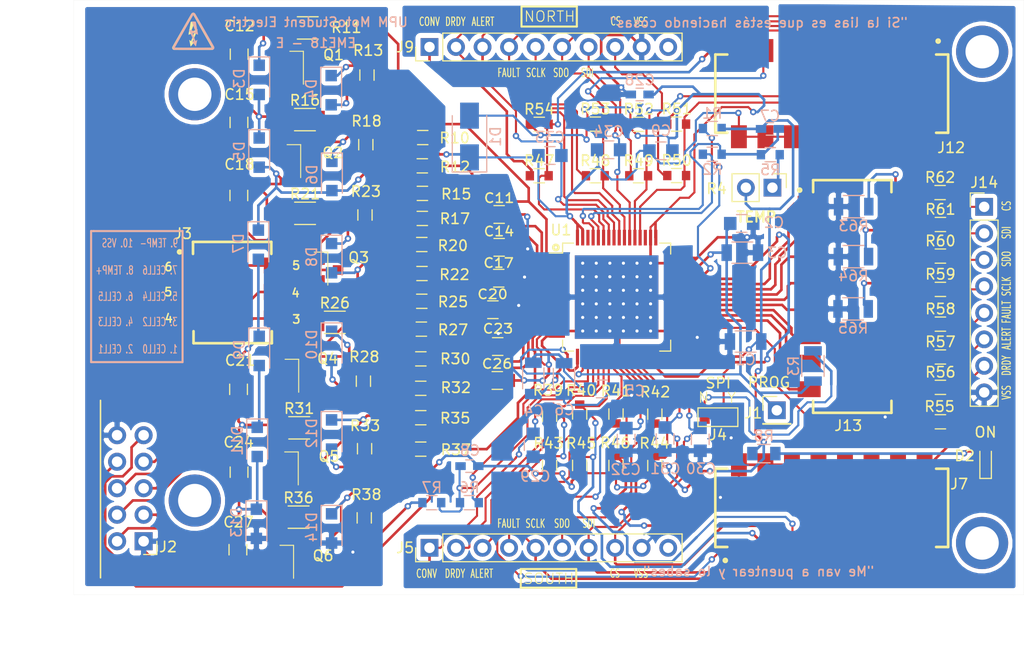
<source format=kicad_pcb>
(kicad_pcb (version 20171130) (host pcbnew "(5.0.0)")
  (title_block (title BMS) (date 2018-05-01) (rev 1.1) (company "UPM Motostudent Electric") (comment 1 EME18-E) (comment 2 "Enrique Marin Fernandez"))
  (layers (0 F.Cu signal) (31 B.Cu signal) (34 B.Paste user hide) (35 F.Paste user hide) (36 B.SilkS user) (37 F.SilkS user) (38 B.Mask user) (39 F.Mask user) (44 Edge.Cuts user))
  (net 0 "")
  (net 1 VSS)
  (net 2 REG50)
  (net 3 LDOD)
  (net 4 "Net-(C4-Pad1)")
  (net 5 "Net-(C5-Pad1)")
  (net 6 TS2+)
  (net 7 TS1+)
  (net 8 BAT)
  (net 9 /VC6)
  (net 10 /VC5)
  (net 11 /VC4)
  (net 12 /VC3)
  (net 13 /VC2)
  (net 14 /VC1)
  (net 15 "Net-(C28-Pad1)")
  (net 16 /CONV_S)
  (net 17 /CS_S)
  (net 18 /SDI_S)
  (net 19 /SCLK_S)
  (net 20 /DRDY_N)
  (net 21 /SDO_N)
  (net 22 "Net-(D2-Pad2)")
  (net 23 "Net-(D4-Pad1)")
  (net 24 "Net-(D6-Pad1)")
  (net 25 "Net-(D8-Pad1)")
  (net 26 "Net-(D10-Pad1)")
  (net 27 "Net-(D12-Pad1)")
  (net 28 "Net-(D14-Pad1)")
  (net 29 /CELL5)
  (net 30 /CELL4)
  (net 31 /CELL3)
  (net 32 /BalanceCircuit/VC2_Input)
  (net 33 /BalanceCircuit/VC1_Input)
  (net 34 /TEMP-)
  (net 35 "Net-(J4-Pad1)")
  (net 36 HOST)
  (net 37 "Net-(J5-Pad2)")
  (net 38 "Net-(J5-Pad3)")
  (net 39 "Net-(J5-Pad4)")
  (net 40 "Net-(J5-Pad6)")
  (net 41 "Net-(J5-Pad10)")
  (net 42 /DRDY_S)
  (net 43 /ALERT_S)
  (net 44 /FAULT_S)
  (net 45 /SDO_S)
  (net 46 "Net-(J9-Pad1)")
  (net 47 /ALERT_N)
  (net 48 /FAULT_N)
  (net 49 "Net-(J9-Pad5)")
  (net 50 "Net-(J9-Pad7)")
  (net 51 "Net-(J9-Pad8)")
  (net 52 "Net-(J9-Pad10)")
  (net 53 /CONV_N)
  (net 54 /CS_N)
  (net 55 /SDI_N)
  (net 56 /SCLK_N)
  (net 57 /CONV_H)
  (net 58 /HostCom/DRDY)
  (net 59 /HostCom/ALERT)
  (net 60 /HostCom/FAULT)
  (net 61 /HostCom/CS)
  (net 62 /HostCom/MISO)
  (net 63 /HostCom/MOSI)
  (net 64 /HostCom/CLK)
  (net 65 "Net-(R1-Pad2)")
  (net 66 TS2-)
  (net 67 "Net-(R4-Pad1)")
  (net 68 TS1-)
  (net 69 /CB6)
  (net 70 /CB5)
  (net 71 /CB4)
  (net 72 /CB3)
  (net 73 /CB2)
  (net 74 /CB1)
  (net 75 /SCLK_H)
  (net 76 /SDI_H)
  (net 77 /SDO_H)
  (net 78 /CS_H)
  (net 79 /FAULT_H)
  (net 80 /ALERT_H)
  (net 81 /DRDY_H)
  (net 82 "Net-(U1-Pad30)")
  (net 83 "Net-(U1-Pad51)")
  (net 84 "Net-(U1-Pad62)")
  (net 85 "Net-(J13-Pad9)")
  (net 86 "Net-(J13-Pad10)")
  (net 87 "Net-(J13-Pad11)")
  (net 88 "Net-(J13-Pad12)")
  (net 89 "Net-(J13-Pad13)")
  (net 90 "Net-(J13-Pad14)")
  (net 91 "Net-(J13-Pad15)")
  (net 92 "Net-(J13-Pad16)")
  (net 93 "Net-(Q1-Pad3)")
  (net 94 "Net-(Q2-Pad3)")
  (net 95 "Net-(Q3-Pad3)")
  (net 96 "Net-(Q4-Pad3)")
  (net 97 "Net-(Q5-Pad3)")
  (net 98 "Net-(Q6-Pad3)")
  (net 99 "Net-(U1-Pad31)")
  (module IDC_header_2x5_angled_Edited:IDC-Header_2x05_Pitch2.54mm_Angled (layer F.Cu) (at 109.1 115.7 180)
    (fp_text reference J2 (at -2.34 -0.54 180) (layer F.SilkS))
    (fp_text value Conn_01x10)
    (pad 1 thru_hole rect (at 0 0 180) (size 1.7272 1.7272) (drill 1.016) (layers *.Cu *.Mask) (net 1 VSS))
    (pad 2 thru_hole oval (at 2.54 0 180) (size 1.7272 1.7272) (drill 1.016) (layers *.Cu *.Mask) (net 33 /BalanceCircuit/VC1_Input))
    (pad 3 thru_hole oval (at 0 2.54 180) (size 1.7272 1.7272) (drill 1.016) (layers *.Cu *.Mask) (net 32 /BalanceCircuit/VC2_Input))
    (pad 4 thru_hole oval (at 2.54 2.54 180) (size 1.7272 1.7272) (drill 1.016) (layers *.Cu *.Mask) (net 31 /CELL3))
    (pad 5 thru_hole oval (at 0 5.08 180) (size 1.7272 1.7272) (drill 1.016) (layers *.Cu *.Mask) (net 30 /CELL4))
    (pad 6 thru_hole oval (at 2.54 5.08 180) (size 1.7272 1.7272) (drill 1.016) (layers *.Cu *.Mask) (net 29 /CELL5))
    (pad 7 thru_hole oval (at 0 7.62 180) (size 1.7272 1.7272) (drill 1.016) (layers *.Cu *.Mask) (net 8 BAT))
    (pad 8 thru_hole oval (at 2.54 7.62 180) (size 1.7272 1.7272) (drill 1.016) (layers *.Cu *.Mask) (net 2 REG50))
    (pad 9 thru_hole oval (at 0 10.16 180) (size 1.7272 1.7272) (drill 1.016) (layers *.Cu *.Mask) (net 34 /TEMP-))
    (pad 10 thru_hole oval (at 2.54 10.16 180) (size 1.7272 1.7272) (drill 1.016) (layers *.Cu *.Mask) (net 1 VSS))
  )
  (module Caution:Caution (layer B.Cu) (at 113.88 66.82 180)
    (fp_text reference G*** hide)
    (fp_text value LOGO hide)
  )
  (module Mounting_Holes:MountingHole_3.2mm_M3_ISO7380_Pad (layer F.Cu) (at 114 111.8)
    (fp_text reference REF** hide)
    (fp_text value MountingHole_3.2mm_M3_ISO7380_Pad)
    (pad 1 thru_hole circle (at 0 0) (size 5 5) (drill 3.2) (layers *.Cu *.Mask))
  )
  (module Mounting_Holes:MountingHole_3.2mm_M3_ISO7380_Pad (layer F.Cu) (at 114 72.86)
    (fp_text reference REF** hide)
    (fp_text value MountingHole_3.2mm_M3_ISO7380_Pad)
    (pad 1 thru_hole circle (at 0 0) (size 5 5) (drill 3.2) (layers *.Cu *.Mask))
  )
  (module Mounting_Holes:MountingHole_3.2mm_M3_ISO7380_Pad (layer F.Cu) (at 189.4 115.87)
    (fp_text reference REF** hide)
    (fp_text value MountingHole_3.2mm_M3_ISO7380_Pad)
    (pad 1 thru_hole circle (at 0 0) (size 5 5) (drill 3.2) (layers *.Cu *.Mask))
  )
  (module Capacitors_SMD:C_1206 (layer B.Cu) (at 149.36 100.14 90)
    (fp_text reference C6 (at -2.96 0.04 180) (layer B.SilkS) (effects (justify mirror)))
    (fp_text value "2,2 uF")
    (pad 1 smd rect (at -1.5 0 90) (size 1 1.6) (layers B.Cu B.Paste B.Mask) (net 5 "Net-(C5-Pad1)"))
    (pad 2 smd rect (at 1.5 0 90) (size 1 1.6) (layers B.Cu B.Paste B.Mask) (net 1 VSS))
  )
  (module Switch_SPST_3P:1-1825059-2 (layer F.Cu) (at 117.6 91.9)
    (fp_text reference J3 (at -4.72 -5.68) (layer F.SilkS))
    (fp_text value Switch_3P_SPST hide)
    (pad 1 smd rect (at -4.15 -2.63 90) (size 1.52 2.2) (layers F.Cu F.Paste F.Mask) (net 8 BAT))
    (pad 2 smd rect (at -4.15 -0.09 90) (size 1.52 2.2) (layers F.Cu F.Paste F.Mask) (net 29 /CELL5))
    (pad 3 smd rect (at -4.15 2.45 90) (size 1.52 2.2) (layers F.Cu F.Paste F.Mask) (net 30 /CELL4))
    (pad 4 smd rect (at 4.11 -2.63 90) (size 1.52 2.2) (layers F.Cu F.Paste F.Mask) (net 29 /CELL5))
    (pad 5 smd rect (at 4.11 -0.09 90) (size 1.52 2.2) (layers F.Cu F.Paste F.Mask) (net 30 /CELL4))
    (pad 6 smd rect (at 4.11 2.45 90) (size 1.52 2.2) (layers F.Cu F.Paste F.Mask) (net 31 /CELL3))
  )
  (module NMOS_IRLM:SOT95P237X112-3N (layer F.Cu) (at 123.72 117.8)
    (fp_text reference Q6 (at 2.57 -0.71) (layer F.SilkS))
    (fp_text value " IRLML6244" hide)
    (pad 1 smd rect (at -1.05 -0.95 90) (size 0.91 1) (layers F.Cu F.Paste F.Mask) (net 28 "Net-(D14-Pad1)"))
    (pad 2 smd rect (at -1.05 0.95 90) (size 0.91 1) (layers F.Cu F.Paste F.Mask) (net 1 VSS))
    (pad 3 smd rect (at 0.72 0 90) (size 0.91 1) (layers F.Cu F.Paste F.Mask) (net 98 "Net-(Q6-Pad3)"))
  )
  (module NMOS_IRLM:SOT95P237X112-3N (layer F.Cu) (at 124.17 108.85)
    (fp_text reference Q5 (at 2.68 -1.28) (layer F.SilkS))
    (fp_text value " IRLML6244" hide)
    (pad 1 smd rect (at -1.05 -0.95 90) (size 0.91 1) (layers F.Cu F.Paste F.Mask) (net 27 "Net-(D12-Pad1)"))
    (pad 2 smd rect (at -1.05 0.95 90) (size 0.91 1) (layers F.Cu F.Paste F.Mask) (net 33 /BalanceCircuit/VC1_Input))
    (pad 3 smd rect (at 0.72 0 90) (size 0.91 1) (layers F.Cu F.Paste F.Mask) (net 97 "Net-(Q5-Pad3)"))
  )
  (module NMOS_IRLM:SOT95P237X112-3N (layer F.Cu) (at 124.21 99.97)
    (fp_text reference Q4 (at 2.51 -1.79) (layer F.SilkS))
    (fp_text value " IRLML6244" hide)
    (pad 1 smd rect (at -1.05 -0.95 90) (size 0.91 1) (layers F.Cu F.Paste F.Mask) (net 26 "Net-(D10-Pad1)"))
    (pad 2 smd rect (at -1.05 0.95 90) (size 0.91 1) (layers F.Cu F.Paste F.Mask) (net 32 /BalanceCircuit/VC2_Input))
    (pad 3 smd rect (at 0.72 0 90) (size 0.91 1) (layers F.Cu F.Paste F.Mask) (net 96 "Net-(Q4-Pad3)"))
  )
  (module NMOS_IRLM:SOT95P237X112-3N (layer F.Cu) (at 127 89.7)
    (fp_text reference Q3 (at 2.7 -1.19) (layer F.SilkS))
    (fp_text value " IRLML6244" hide)
    (pad 1 smd rect (at -1.05 -0.95 90) (size 0.91 1) (layers F.Cu F.Paste F.Mask) (net 25 "Net-(D8-Pad1)"))
    (pad 2 smd rect (at -1.05 0.95 90) (size 0.91 1) (layers F.Cu F.Paste F.Mask) (net 31 /CELL3))
    (pad 3 smd rect (at 0.72 0 90) (size 0.91 1) (layers F.Cu F.Paste F.Mask) (net 95 "Net-(Q3-Pad3)"))
  )
  (module NMOS_IRLM:SOT95P237X112-3N (layer F.Cu) (at 124.66 70.45)
    (fp_text reference Q1 (at 2.63 -1.37) (layer F.SilkS))
    (fp_text value " IRLML6244" hide)
    (pad 1 smd rect (at -1.05 -0.95 90) (size 0.91 1) (layers F.Cu F.Paste F.Mask) (net 23 "Net-(D4-Pad1)"))
    (pad 2 smd rect (at -1.05 0.95 90) (size 0.91 1) (layers F.Cu F.Paste F.Mask) (net 29 /CELL5))
    (pad 3 smd rect (at 0.72 0 90) (size 0.91 1) (layers F.Cu F.Paste F.Mask) (net 93 "Net-(Q1-Pad3)"))
  )
  (module NMOS_IRLM:SOT95P237X112-3N (layer F.Cu) (at 124.4 79.4)
    (fp_text reference Q2 (at 2.82 -0.93) (layer F.SilkS))
    (fp_text value " IRLML6244" hide)
    (pad 1 smd rect (at -1.05 -0.95 90) (size 0.91 1) (layers F.Cu F.Paste F.Mask) (net 24 "Net-(D6-Pad1)"))
    (pad 2 smd rect (at -1.05 0.95 90) (size 0.91 1) (layers F.Cu F.Paste F.Mask) (net 30 /CELL4))
    (pad 3 smd rect (at 0.72 0 90) (size 0.91 1) (layers F.Cu F.Paste F.Mask) (net 94 "Net-(Q2-Pad3)"))
  )
  (module Resistors_SMD:R_1206 (layer B.Cu) (at 177.05 93.43)
    (fp_text reference R65 (at 0 1.85) (layer B.SilkS) (effects (justify mirror)))
    (fp_text value 100K)
    (pad 1 smd rect (at -1.45 0) (size 0.9 1.7) (layers B.Cu B.Paste B.Mask) (net 1 VSS))
    (pad 2 smd rect (at 1.45 0) (size 0.9 1.7) (layers B.Cu B.Paste B.Mask) (net 88 "Net-(J13-Pad12)"))
  )
  (module Resistors_SMD:R_1206 (layer B.Cu) (at 177.08 88.42)
    (fp_text reference R64 (at 0 1.85) (layer B.SilkS) (effects (justify mirror)))
    (fp_text value 100K)
    (pad 1 smd rect (at -1.45 0) (size 0.9 1.7) (layers B.Cu B.Paste B.Mask) (net 1 VSS))
    (pad 2 smd rect (at 1.45 0) (size 0.9 1.7) (layers B.Cu B.Paste B.Mask) (net 86 "Net-(J13-Pad10)"))
  )
  (module Resistors_SMD:R_1206 (layer B.Cu) (at 177.1 83.63)
    (fp_text reference R63 (at 0 1.85) (layer B.SilkS) (effects (justify mirror)))
    (fp_text value 100K)
    (pad 1 smd rect (at -1.45 0) (size 0.9 1.7) (layers B.Cu B.Paste B.Mask) (net 1 VSS))
    (pad 2 smd rect (at 1.45 0) (size 0.9 1.7) (layers B.Cu B.Paste B.Mask) (net 85 "Net-(J13-Pad9)"))
  )
  (module SMD_HandSoldering:R_0603_HandSoldering (layer F.Cu) (at 185.38 82.28)
    (fp_text reference R62 (at 0 -1.45) (layer F.SilkS))
    (fp_text value 100)
    (pad 1 smd rect (at -0.9 0) (size 0.8 0.9) (layers F.Cu F.Paste F.Mask) (net 85 "Net-(J13-Pad9)"))
    (pad 2 smd rect (at 0.9 0) (size 0.8 0.9) (layers F.Cu F.Paste F.Mask) (net 61 /HostCom/CS))
  )
  (module SMD_HandSoldering:R_0603_HandSoldering (layer F.Cu) (at 185.41 85.34)
    (fp_text reference R61 (at 0 -1.45) (layer F.SilkS))
    (fp_text value 100)
    (pad 1 smd rect (at -0.9 0) (size 0.8 0.9) (layers F.Cu F.Paste F.Mask) (net 86 "Net-(J13-Pad10)"))
    (pad 2 smd rect (at 0.9 0) (size 0.8 0.9) (layers F.Cu F.Paste F.Mask) (net 63 /HostCom/MOSI))
  )
  (module SMD_HandSoldering:R_0603_HandSoldering (layer F.Cu) (at 185.41 88.37)
    (fp_text reference R60 (at 0 -1.45) (layer F.SilkS))
    (fp_text value 100)
    (pad 1 smd rect (at -0.9 0) (size 0.8 0.9) (layers F.Cu F.Paste F.Mask) (net 87 "Net-(J13-Pad11)"))
    (pad 2 smd rect (at 0.9 0) (size 0.8 0.9) (layers F.Cu F.Paste F.Mask) (net 62 /HostCom/MISO))
  )
  (module SMD_HandSoldering:R_0603_HandSoldering (layer F.Cu) (at 185.41 91.56)
    (fp_text reference R59 (at 0 -1.45) (layer F.SilkS))
    (fp_text value 100)
    (pad 1 smd rect (at -0.9 0) (size 0.8 0.9) (layers F.Cu F.Paste F.Mask) (net 88 "Net-(J13-Pad12)"))
    (pad 2 smd rect (at 0.9 0) (size 0.8 0.9) (layers F.Cu F.Paste F.Mask) (net 64 /HostCom/CLK))
  )
  (module SMD_HandSoldering:R_0603_HandSoldering (layer F.Cu) (at 185.41 94.89)
    (fp_text reference R58 (at 0 -1.45) (layer F.SilkS))
    (fp_text value 100)
    (pad 1 smd rect (at -0.9 0) (size 0.8 0.9) (layers F.Cu F.Paste F.Mask) (net 89 "Net-(J13-Pad13)"))
    (pad 2 smd rect (at 0.9 0) (size 0.8 0.9) (layers F.Cu F.Paste F.Mask) (net 60 /HostCom/FAULT))
  )
  (module SMD_HandSoldering:R_0603_HandSoldering (layer F.Cu) (at 185.41 98.04)
    (fp_text reference R57 (at 0 -1.45) (layer F.SilkS))
    (fp_text value 100)
    (pad 1 smd rect (at -0.9 0) (size 0.8 0.9) (layers F.Cu F.Paste F.Mask) (net 90 "Net-(J13-Pad14)"))
    (pad 2 smd rect (at 0.9 0) (size 0.8 0.9) (layers F.Cu F.Paste F.Mask) (net 59 /HostCom/ALERT))
  )
  (module SMD_HandSoldering:R_0603_HandSoldering (layer F.Cu) (at 185.41 100.95)
    (fp_text reference R56 (at 0 -1.45) (layer F.SilkS))
    (fp_text value 100)
    (pad 1 smd rect (at -0.9 0) (size 0.8 0.9) (layers F.Cu F.Paste F.Mask) (net 91 "Net-(J13-Pad15)"))
    (pad 2 smd rect (at 0.9 0) (size 0.8 0.9) (layers F.Cu F.Paste F.Mask) (net 58 /HostCom/DRDY))
  )
  (module SMD_HandSoldering:R_0603_HandSoldering (layer F.Cu) (at 185.41 104.25 180)
    (fp_text reference R55 (at 0.08 1.46 180) (layer F.SilkS))
    (fp_text value 1K)
    (pad 1 smd rect (at -0.9 0 180) (size 0.8 0.9) (layers F.Cu F.Paste F.Mask) (net 1 VSS))
    (pad 2 smd rect (at 0.9 0 180) (size 0.8 0.9) (layers F.Cu F.Paste F.Mask) (net 92 "Net-(J13-Pad16)"))
  )
  (module SMD_HandSoldering:R_0603_HandSoldering (layer F.Cu) (at 146.99 75.74)
    (fp_text reference R54 (at 0 -1.45) (layer F.SilkS))
    (fp_text value "3 M")
    (pad 1 smd rect (at -0.9 0) (size 0.8 0.9) (layers F.Cu F.Paste F.Mask) (net 1 VSS))
    (pad 2 smd rect (at 0.9 0) (size 0.8 0.9) (layers F.Cu F.Paste F.Mask) (net 53 /CONV_N))
  )
  (module SMD_HandSoldering:R_0603_HandSoldering (layer F.Cu) (at 152.36 75.72)
    (fp_text reference R53 (at 0 -1.45) (layer F.SilkS))
    (fp_text value "3 M")
    (pad 1 smd rect (at -0.9 0) (size 0.8 0.9) (layers F.Cu F.Paste F.Mask) (net 1 VSS))
    (pad 2 smd rect (at 0.9 0) (size 0.8 0.9) (layers F.Cu F.Paste F.Mask) (net 56 /SCLK_N))
  )
  (module SMD_HandSoldering:R_0603_HandSoldering (layer F.Cu) (at 156.51 75.74)
    (fp_text reference R52 (at 0 -1.45) (layer F.SilkS))
    (fp_text value "3 M")
    (pad 1 smd rect (at -0.9 0) (size 0.8 0.9) (layers F.Cu F.Paste F.Mask) (net 1 VSS))
    (pad 2 smd rect (at 0.9 0) (size 0.8 0.9) (layers F.Cu F.Paste F.Mask) (net 55 /SDI_N))
  )
  (module SMD_HandSoldering:R_0603_HandSoldering (layer F.Cu) (at 160.15 75.72)
    (fp_text reference R51 (at 0 -1.45) (layer F.SilkS))
    (fp_text value "3 M")
    (pad 1 smd rect (at -0.9 0) (size 0.8 0.9) (layers F.Cu F.Paste F.Mask) (net 1 VSS))
    (pad 2 smd rect (at 0.9 0) (size 0.8 0.9) (layers F.Cu F.Paste F.Mask) (net 54 /CS_N))
  )
  (module SMD_HandSoldering:R_0603_HandSoldering (layer F.Cu) (at 160.15 80.65)
    (fp_text reference R50 (at 0 -1.45) (layer F.SilkS))
    (fp_text value 100)
    (pad 1 smd rect (at -0.9 0) (size 0.8 0.9) (layers F.Cu F.Paste F.Mask) (net 51 "Net-(J9-Pad8)"))
    (pad 2 smd rect (at 0.9 0) (size 0.8 0.9) (layers F.Cu F.Paste F.Mask) (net 54 /CS_N))
  )
  (module SMD_HandSoldering:R_0603_HandSoldering (layer F.Cu) (at 156.51 80.67)
    (fp_text reference R49 (at 0 -1.45) (layer F.SilkS))
    (fp_text value 100)
    (pad 1 smd rect (at -0.9 0) (size 0.8 0.9) (layers F.Cu F.Paste F.Mask) (net 50 "Net-(J9-Pad7)"))
    (pad 2 smd rect (at 0.9 0) (size 0.8 0.9) (layers F.Cu F.Paste F.Mask) (net 55 /SDI_N))
  )
  (module SMD_HandSoldering:R_0603_HandSoldering (layer F.Cu) (at 152.36 80.67)
    (fp_text reference R48 (at 0 -1.45) (layer F.SilkS))
    (fp_text value 100)
    (pad 1 smd rect (at -0.9 0) (size 0.8 0.9) (layers F.Cu F.Paste F.Mask) (net 49 "Net-(J9-Pad5)"))
    (pad 2 smd rect (at 0.9 0) (size 0.8 0.9) (layers F.Cu F.Paste F.Mask) (net 56 /SCLK_N))
  )
  (module SMD_HandSoldering:R_0603_HandSoldering (layer F.Cu) (at 146.99 80.67)
    (fp_text reference R47 (at 0 -1.45) (layer F.SilkS))
    (fp_text value 100)
    (pad 1 smd rect (at -0.9 0) (size 0.8 0.9) (layers F.Cu F.Paste F.Mask) (net 46 "Net-(J9-Pad1)"))
    (pad 2 smd rect (at 0.9 0) (size 0.8 0.9) (layers F.Cu F.Paste F.Mask) (net 53 /CONV_N))
  )
  (module SMD_HandSoldering:R_0603_HandSoldering (layer F.Cu) (at 154.34 108.44 90)
    (fp_text reference R46 (at 2.17 -0.07 180) (layer F.SilkS))
    (fp_text value 560K)
    (pad 1 smd rect (at -0.9 0 90) (size 0.8 0.9) (layers F.Cu F.Paste F.Mask) (net 2 REG50))
    (pad 2 smd rect (at 0.9 0 90) (size 0.8 0.9) (layers F.Cu F.Paste F.Mask) (net 44 /FAULT_S))
  )
  (module SMD_HandSoldering:R_0603_HandSoldering (layer F.Cu) (at 150.86 108.43 90)
    (fp_text reference R45 (at 2.12 0.14 180) (layer F.SilkS))
    (fp_text value 560K)
    (pad 1 smd rect (at -0.9 0 90) (size 0.8 0.9) (layers F.Cu F.Paste F.Mask) (net 2 REG50))
    (pad 2 smd rect (at 0.9 0 90) (size 0.8 0.9) (layers F.Cu F.Paste F.Mask) (net 43 /ALERT_S))
  )
  (module SMD_HandSoldering:R_0603_HandSoldering (layer F.Cu) (at 158.06 108.45 90)
    (fp_text reference R44 (at 2.14 -0.03 180) (layer F.SilkS))
    (fp_text value 560K)
    (pad 1 smd rect (at -0.9 0 90) (size 0.8 0.9) (layers F.Cu F.Paste F.Mask) (net 2 REG50))
    (pad 2 smd rect (at 0.9 0 90) (size 0.8 0.9) (layers F.Cu F.Paste F.Mask) (net 45 /SDO_S))
  )
  (module SMD_HandSoldering:R_0603_HandSoldering (layer F.Cu) (at 147.98 108.45 90)
    (fp_text reference R43 (at 2.14 -0.11 180) (layer F.SilkS))
    (fp_text value 560K)
    (pad 1 smd rect (at -0.9 0 90) (size 0.8 0.9) (layers F.Cu F.Paste F.Mask) (net 2 REG50))
    (pad 2 smd rect (at 0.9 0 90) (size 0.8 0.9) (layers F.Cu F.Paste F.Mask) (net 42 /DRDY_S))
  )
  (module SMD_HandSoldering:R_0603_HandSoldering (layer F.Cu) (at 158.06 103.52 90)
    (fp_text reference R42 (at 2.12 0.03 180) (layer F.SilkS))
    (fp_text value 100)
    (pad 1 smd rect (at -0.9 0 90) (size 0.8 0.9) (layers F.Cu F.Paste F.Mask) (net 40 "Net-(J5-Pad6)"))
    (pad 2 smd rect (at 0.9 0 90) (size 0.8 0.9) (layers F.Cu F.Paste F.Mask) (net 45 /SDO_S))
  )
  (module SMD_HandSoldering:R_0603_HandSoldering (layer F.Cu) (at 154.34 103.51 90)
    (fp_text reference R41 (at 2.21 -0.01 180) (layer F.SilkS))
    (fp_text value 100)
    (pad 1 smd rect (at -0.9 0 90) (size 0.8 0.9) (layers F.Cu F.Paste F.Mask) (net 39 "Net-(J5-Pad4)"))
    (pad 2 smd rect (at 0.9 0 90) (size 0.8 0.9) (layers F.Cu F.Paste F.Mask) (net 44 /FAULT_S))
  )
  (module SMD_HandSoldering:R_0603_HandSoldering (layer F.Cu) (at 150.86 103.5 90)
    (fp_text reference R40 (at 2.25 0.14 180) (layer F.SilkS))
    (fp_text value 100)
    (pad 1 smd rect (at -0.9 0 90) (size 0.8 0.9) (layers F.Cu F.Paste F.Mask) (net 38 "Net-(J5-Pad3)"))
    (pad 2 smd rect (at 0.9 0 90) (size 0.8 0.9) (layers F.Cu F.Paste F.Mask) (net 43 /ALERT_S))
  )
  (module SMD_HandSoldering:R_0603_HandSoldering (layer F.Cu) (at 147.98 103.71 90)
    (fp_text reference R39 (at 2.48 -0.15 180) (layer F.SilkS))
    (fp_text value 100)
    (pad 1 smd rect (at -0.9 0 90) (size 0.8 0.9) (layers F.Cu F.Paste F.Mask) (net 37 "Net-(J5-Pad2)"))
    (pad 2 smd rect (at 0.9 0 90) (size 0.8 0.9) (layers F.Cu F.Paste F.Mask) (net 42 /DRDY_S))
  )
  (module SMD_HandSoldering:R_0603_HandSoldering (layer F.Cu) (at 130.23 113.46 270)
    (fp_text reference R38 (at -2.23 -0.2) (layer F.SilkS))
    (fp_text value 1M)
    (pad 1 smd rect (at -0.9 0 270) (size 0.8 0.9) (layers F.Cu F.Paste F.Mask) (net 28 "Net-(D14-Pad1)"))
    (pad 2 smd rect (at 0.9 0 270) (size 0.8 0.9) (layers F.Cu F.Paste F.Mask) (net 1 VSS))
  )
  (module SMD_HandSoldering:R_0603_HandSoldering (layer F.Cu) (at 135.64 106.87 180)
    (fp_text reference R37 (at -3.36 -0.06 180) (layer F.SilkS))
    (fp_text value 1K)
    (pad 1 smd rect (at -0.9 0 180) (size 0.8 0.9) (layers F.Cu F.Paste F.Mask) (net 74 /CB1))
    (pad 2 smd rect (at 0.9 0 180) (size 0.8 0.9) (layers F.Cu F.Paste F.Mask) (net 28 "Net-(D14-Pad1)"))
  )
  (module SMD_HandSoldering:R_0603_HandSoldering (layer F.Cu) (at 135.64 103.86 180)
    (fp_text reference R35 (at -3.3 -0.05 180) (layer F.SilkS))
    (fp_text value 1K)
    (pad 1 smd rect (at -0.9 0 180) (size 0.8 0.9) (layers F.Cu F.Paste F.Mask) (net 14 /VC1))
    (pad 2 smd rect (at 0.9 0 180) (size 0.8 0.9) (layers F.Cu F.Paste F.Mask) (net 33 /BalanceCircuit/VC1_Input))
  )
  (module SMD_HandSoldering:R_0603_HandSoldering (layer F.Cu) (at 130.26 106.83 270)
    (fp_text reference R33 (at -2.2 -0.05) (layer F.SilkS))
    (fp_text value 1M)
    (pad 1 smd rect (at -0.9 0 270) (size 0.8 0.9) (layers F.Cu F.Paste F.Mask) (net 27 "Net-(D12-Pad1)"))
    (pad 2 smd rect (at 0.9 0 270) (size 0.8 0.9) (layers F.Cu F.Paste F.Mask) (net 33 /BalanceCircuit/VC1_Input))
  )
  (module SMD_HandSoldering:R_0603_HandSoldering (layer F.Cu) (at 135.64 101.04 180)
    (fp_text reference R32 (at -3.36 0.06 180) (layer F.SilkS))
    (fp_text value 1K)
    (pad 1 smd rect (at -0.9 0 180) (size 0.8 0.9) (layers F.Cu F.Paste F.Mask) (net 73 /CB2))
    (pad 2 smd rect (at 0.9 0 180) (size 0.8 0.9) (layers F.Cu F.Paste F.Mask) (net 27 "Net-(D12-Pad1)"))
  )
  (module SMD_HandSoldering:R_0603_HandSoldering (layer F.Cu) (at 135.65 98.22 180)
    (fp_text reference R30 (at -3.3 0 180) (layer F.SilkS))
    (fp_text value 1K)
    (pad 1 smd rect (at -0.9 0 180) (size 0.8 0.9) (layers F.Cu F.Paste F.Mask) (net 13 /VC2))
    (pad 2 smd rect (at 0.9 0 180) (size 0.8 0.9) (layers F.Cu F.Paste F.Mask) (net 32 /BalanceCircuit/VC2_Input))
  )
  (module SMD_HandSoldering:R_0603_HandSoldering (layer F.Cu) (at 130.15 100.36 270)
    (fp_text reference R28 (at -2.33 -0.08) (layer F.SilkS))
    (fp_text value 1M)
    (pad 1 smd rect (at -0.9 0 270) (size 0.8 0.9) (layers F.Cu F.Paste F.Mask) (net 26 "Net-(D10-Pad1)"))
    (pad 2 smd rect (at 0.9 0 270) (size 0.8 0.9) (layers F.Cu F.Paste F.Mask) (net 32 /BalanceCircuit/VC2_Input))
  )
  (module SMD_HandSoldering:R_0603_HandSoldering (layer F.Cu) (at 135.7 95.37 180)
    (fp_text reference R27 (at -3.03 -0.07 180) (layer F.SilkS))
    (fp_text value 1K)
    (pad 1 smd rect (at -0.9 0 180) (size 0.8 0.9) (layers F.Cu F.Paste F.Mask) (net 72 /CB3))
    (pad 2 smd rect (at 0.9 0 180) (size 0.8 0.9) (layers F.Cu F.Paste F.Mask) (net 26 "Net-(D10-Pad1)"))
  )
  (module SMD_HandSoldering:R_0603_HandSoldering (layer F.Cu) (at 135.74 92.7 180)
    (fp_text reference R25 (at -2.99 -0.06 180) (layer F.SilkS))
    (fp_text value 1K)
    (pad 1 smd rect (at -0.9 0 180) (size 0.8 0.9) (layers F.Cu F.Paste F.Mask) (net 12 /VC3))
    (pad 2 smd rect (at 0.9 0 180) (size 0.8 0.9) (layers F.Cu F.Paste F.Mask) (net 31 /CELL3))
  )
  (module SMD_HandSoldering:R_0603_HandSoldering (layer F.Cu) (at 130.3 84.43 270)
    (fp_text reference R23 (at -2.25 -0.08) (layer F.SilkS))
    (fp_text value 1M)
    (pad 1 smd rect (at -0.9 0 270) (size 0.8 0.9) (layers F.Cu F.Paste F.Mask) (net 25 "Net-(D8-Pad1)"))
    (pad 2 smd rect (at 0.9 0 270) (size 0.8 0.9) (layers F.Cu F.Paste F.Mask) (net 31 /CELL3))
  )
  (module SMD_HandSoldering:R_0603_HandSoldering (layer F.Cu) (at 135.74 87.26 180)
    (fp_text reference R20 (at -2.97 -0.11 180) (layer F.SilkS))
    (fp_text value 1K)
    (pad 1 smd rect (at -0.9 0 180) (size 0.8 0.9) (layers F.Cu F.Paste F.Mask) (net 11 /VC4))
    (pad 2 smd rect (at 0.9 0 180) (size 0.8 0.9) (layers F.Cu F.Paste F.Mask) (net 30 /CELL4))
  )
  (module SMD_HandSoldering:R_0603_HandSoldering (layer F.Cu) (at 130.38 77.69 270)
    (fp_text reference R18 (at -2.25 -0.07) (layer F.SilkS))
    (fp_text value 1M)
    (pad 1 smd rect (at -0.9 0 270) (size 0.8 0.9) (layers F.Cu F.Paste F.Mask) (net 24 "Net-(D6-Pad1)"))
    (pad 2 smd rect (at 0.9 0 270) (size 0.8 0.9) (layers F.Cu F.Paste F.Mask) (net 30 /CELL4))
  )
  (module SMD_HandSoldering:R_0603_HandSoldering (layer F.Cu) (at 135.79 84.76 180)
    (fp_text reference R17 (at -3.12 -0.03 180) (layer F.SilkS))
    (fp_text value 1K)
    (pad 1 smd rect (at -0.9 0 180) (size 0.8 0.9) (layers F.Cu F.Paste F.Mask) (net 70 /CB5))
    (pad 2 smd rect (at 0.9 0 180) (size 0.8 0.9) (layers F.Cu F.Paste F.Mask) (net 24 "Net-(D6-Pad1)"))
  )
  (module SMD_HandSoldering:R_0603_HandSoldering (layer F.Cu) (at 135.8 82.36 180)
    (fp_text reference R15 (at -3.24 -0.07 180) (layer F.SilkS))
    (fp_text value 1K)
    (pad 1 smd rect (at -0.9 0 180) (size 0.8 0.9) (layers F.Cu F.Paste F.Mask) (net 10 /VC5))
    (pad 2 smd rect (at 0.9 0 180) (size 0.8 0.9) (layers F.Cu F.Paste F.Mask) (net 29 /CELL5))
  )
  (module SMD_HandSoldering:R_0603_HandSoldering (layer F.Cu) (at 130.49 71.02 270)
    (fp_text reference R13 (at -2.36 -0.12) (layer F.SilkS))
    (fp_text value 1M)
    (pad 1 smd rect (at -0.9 0 270) (size 0.8 0.9) (layers F.Cu F.Paste F.Mask) (net 23 "Net-(D4-Pad1)"))
    (pad 2 smd rect (at 0.9 0 270) (size 0.8 0.9) (layers F.Cu F.Paste F.Mask) (net 29 /CELL5))
  )
  (module SMD_HandSoldering:R_0603_HandSoldering (layer F.Cu) (at 135.79 79.72 180)
    (fp_text reference R12 (at -3.13 -0.11 180) (layer F.SilkS))
    (fp_text value 1K)
    (pad 1 smd rect (at -0.9 0 180) (size 0.8 0.9) (layers F.Cu F.Paste F.Mask) (net 69 /CB6))
    (pad 2 smd rect (at 0.9 0 180) (size 0.8 0.9) (layers F.Cu F.Paste F.Mask) (net 23 "Net-(D4-Pad1)"))
  )
  (module SMD_HandSoldering:R_0603_HandSoldering (layer F.Cu) (at 135.83 77.01)
    (fp_text reference R10 (at 3.05 0.04) (layer F.SilkS))
    (fp_text value 1K)
    (pad 1 smd rect (at -0.9 0) (size 0.8 0.9) (layers F.Cu F.Paste F.Mask) (net 9 /VC6))
    (pad 2 smd rect (at 0.9 0) (size 0.8 0.9) (layers F.Cu F.Paste F.Mask) (net 8 BAT))
  )
  (module SMD_HandSoldering:R_0805_HandSoldering (layer B.Cu) (at 168.5 107.3 180)
    (fp_text reference R8 (at 0 1.7 180) (layer B.SilkS) (effects (justify mirror)))
    (fp_text value "1.5 K")
    (pad 1 smd rect (at -1.1 0 180) (size 1 1.3) (layers B.Cu B.Paste B.Mask) (net 22 "Net-(D2-Pad2)"))
    (pad 2 smd rect (at 1.1 0 180) (size 1 1.3) (layers B.Cu B.Paste B.Mask) (net 2 REG50))
  )
  (module SMD_HandSoldering:R_0603_HandSoldering (layer B.Cu) (at 136.7 112 180)
    (fp_text reference R7 (at 0 1.45 180) (layer B.SilkS) (effects (justify mirror)))
    (fp_text value 1,78K)
    (pad 1 smd rect (at -0.9 0 180) (size 0.8 0.9) (layers B.Cu B.Paste B.Mask) (net 7 TS1+))
    (pad 2 smd rect (at 0.9 0 180) (size 0.8 0.9) (layers B.Cu B.Paste B.Mask) (net 34 /TEMP-))
  )
  (module SMD_HandSoldering:R_0603_HandSoldering (layer B.Cu) (at 140.3 112 180)
    (fp_text reference R6 (at 0 1.45 180) (layer B.SilkS) (effects (justify mirror)))
    (fp_text value 1,74K)
    (pad 1 smd rect (at -0.9 0 180) (size 0.8 0.9) (layers B.Cu B.Paste B.Mask) (net 68 TS1-))
    (pad 2 smd rect (at 0.9 0 180) (size 0.8 0.9) (layers B.Cu B.Paste B.Mask) (net 7 TS1+))
  )
  (module SMD_HandSoldering:R_0603_HandSoldering (layer B.Cu) (at 169.12 78.65)
    (fp_text reference R5 (at 0 1.45) (layer B.SilkS) (effects (justify mirror)))
    (fp_text value 1,78K)
    (pad 1 smd rect (at -0.9 0) (size 0.8 0.9) (layers B.Cu B.Paste B.Mask) (net 6 TS2+))
    (pad 2 smd rect (at 0.9 0) (size 0.8 0.9) (layers B.Cu B.Paste B.Mask) (net 67 "Net-(R4-Pad1)"))
  )
  (module SMD_HandSoldering:R_0603_HandSoldering (layer B.Cu) (at 163.56 78.61)
    (fp_text reference R2 (at 0 1.45) (layer B.SilkS) (effects (justify mirror)))
    (fp_text value 1,74K)
    (pad 1 smd rect (at -0.9 0) (size 0.8 0.9) (layers B.Cu B.Paste B.Mask) (net 66 TS2-))
    (pad 2 smd rect (at 0.9 0) (size 0.8 0.9) (layers B.Cu B.Paste B.Mask) (net 6 TS2+))
  )
  (module SMD_HandSoldering:R_0603_HandSoldering (layer B.Cu) (at 163.56 76.14 180)
    (fp_text reference R1 (at 0 1.45 180) (layer B.SilkS) (effects (justify mirror)))
    (fp_text value 1M)
    (pad 1 smd rect (at -0.9 0 180) (size 0.8 0.9) (layers B.Cu B.Paste B.Mask) (net 2 REG50))
    (pad 2 smd rect (at 0.9 0 180) (size 0.8 0.9) (layers B.Cu B.Paste B.Mask) (net 65 "Net-(R1-Pad2)"))
  )
  (module Diodes_SMD:D_SOD-123F (layer B.Cu) (at 127.1 114.47 270)
    (fp_text reference D14 (at -0.127 1.905 270) (layer B.SilkS) (effects (justify mirror)))
    (fp_text value "5,1 V")
    (pad 1 smd rect (at -1.4 0 270) (size 1.1 1.1) (layers B.Cu B.Paste B.Mask) (net 28 "Net-(D14-Pad1)"))
    (pad 2 smd rect (at 1.4 0 270) (size 1.1 1.1) (layers B.Cu B.Paste B.Mask) (net 1 VSS))
  )
  (module Diodes_SMD:D_SOD-123F (layer B.Cu) (at 119.9 114.03 270)
    (fp_text reference D13 (at -0.127 1.905 270) (layer B.SilkS) (effects (justify mirror)))
    (fp_text value "5,1 V")
    (pad 1 smd rect (at -1.4 0 270) (size 1.1 1.1) (layers B.Cu B.Paste B.Mask) (net 33 /BalanceCircuit/VC1_Input))
    (pad 2 smd rect (at 1.4 0 270) (size 1.1 1.1) (layers B.Cu B.Paste B.Mask) (net 1 VSS))
  )
  (module Diodes_SMD:D_SOD-123F (layer B.Cu) (at 127.1 96.97 270)
    (fp_text reference D10 (at -0.127 1.905 270) (layer B.SilkS) (effects (justify mirror)))
    (fp_text value "5,1 V")
    (pad 1 smd rect (at -1.4 0 270) (size 1.1 1.1) (layers B.Cu B.Paste B.Mask) (net 26 "Net-(D10-Pad1)"))
    (pad 2 smd rect (at 1.4 0 270) (size 1.1 1.1) (layers B.Cu B.Paste B.Mask) (net 32 /BalanceCircuit/VC2_Input))
  )
  (module Diodes_SMD:D_SOD-123F (layer B.Cu) (at 120.17 97.46 270)
    (fp_text reference D9 (at -0.127 1.905 270) (layer B.SilkS) (effects (justify mirror)))
    (fp_text value "5,1 V")
    (pad 1 smd rect (at -1.4 0 270) (size 1.1 1.1) (layers B.Cu B.Paste B.Mask) (net 31 /CELL3))
    (pad 2 smd rect (at 1.4 0 270) (size 1.1 1.1) (layers B.Cu B.Paste B.Mask) (net 32 /BalanceCircuit/VC2_Input))
  )
  (module Diodes_SMD:D_SOD-123F (layer B.Cu) (at 127.1 88.57 270)
    (fp_text reference D8 (at -0.127 1.905 270) (layer B.SilkS) (effects (justify mirror)))
    (fp_text value "5,1 V")
    (pad 1 smd rect (at -1.4 0 270) (size 1.1 1.1) (layers B.Cu B.Paste B.Mask) (net 25 "Net-(D8-Pad1)"))
    (pad 2 smd rect (at 1.4 0 270) (size 1.1 1.1) (layers B.Cu B.Paste B.Mask) (net 31 /CELL3))
  )
  (module Diodes_SMD:D_SOD-123F (layer B.Cu) (at 120.09 87.28 270)
    (fp_text reference D7 (at -0.127 1.905 270) (layer B.SilkS) (effects (justify mirror)))
    (fp_text value "5,1 V")
    (pad 1 smd rect (at -1.4 0 270) (size 1.1 1.1) (layers B.Cu B.Paste B.Mask) (net 30 /CELL4))
    (pad 2 smd rect (at 1.4 0 270) (size 1.1 1.1) (layers B.Cu B.Paste B.Mask) (net 31 /CELL3))
  )
  (module Diodes_SMD:D_SOD-123F (layer B.Cu) (at 127.13 80.69 270)
    (fp_text reference D6 (at -0.127 1.905 270) (layer B.SilkS) (effects (justify mirror)))
    (fp_text value "5,1 V")
    (pad 1 smd rect (at -1.4 0 270) (size 1.1 1.1) (layers B.Cu B.Paste B.Mask) (net 24 "Net-(D6-Pad1)"))
    (pad 2 smd rect (at 1.4 0 270) (size 1.1 1.1) (layers B.Cu B.Paste B.Mask) (net 30 /CELL4))
  )
  (module Diodes_SMD:D_SOD-123F (layer B.Cu) (at 120.17 78.45 270)
    (fp_text reference D5 (at -0.127 1.905 270) (layer B.SilkS) (effects (justify mirror)))
    (fp_text value "5,1 V")
    (pad 1 smd rect (at -1.4 0 270) (size 1.1 1.1) (layers B.Cu B.Paste B.Mask) (net 29 /CELL5))
    (pad 2 smd rect (at 1.4 0 270) (size 1.1 1.1) (layers B.Cu B.Paste B.Mask) (net 30 /CELL4))
  )
  (module Diodes_SMD:D_SOD-123F (layer B.Cu) (at 127.06 72.47 270)
    (fp_text reference D4 (at -0.127 1.905 270) (layer B.SilkS) (effects (justify mirror)))
    (fp_text value "5,1 V")
    (pad 1 smd rect (at -1.4 0 270) (size 1.1 1.1) (layers B.Cu B.Paste B.Mask) (net 23 "Net-(D4-Pad1)"))
    (pad 2 smd rect (at 1.4 0 270) (size 1.1 1.1) (layers B.Cu B.Paste B.Mask) (net 29 /CELL5))
  )
  (module Diodes_SMD:D_SOD-123F (layer B.Cu) (at 120.17 71.48 270)
    (fp_text reference D3 (at -0.127 1.905 270) (layer B.SilkS) (effects (justify mirror)))
    (fp_text value "5,1 V")
    (pad 1 smd rect (at -1.4 0 270) (size 1.1 1.1) (layers B.Cu B.Paste B.Mask) (net 8 BAT))
    (pad 2 smd rect (at 1.4 0 270) (size 1.1 1.1) (layers B.Cu B.Paste B.Mask) (net 29 /CELL5))
  )
  (module LEDs:LED_0603_HandSoldering (layer F.Cu) (at 189.74 107.88 90)
    (fp_text reference D2 (at 0.37 -2.01 180) (layer F.SilkS))
    (fp_text value LED)
    (pad 1 smd rect (at -1.1 0 90) (size 1.2 0.9) (layers F.Cu F.Paste F.Mask) (net 1 VSS))
    (pad 2 smd rect (at 1.1 0 90) (size 1.2 0.9) (layers F.Cu F.Paste F.Mask) (net 22 "Net-(D2-Pad2)"))
  )
  (module SMD_HandSoldering:C_0805_HandSoldering (layer B.Cu) (at 153.63 78.18 180)
    (fp_text reference C34 (at 0 1.75 180) (layer B.SilkS) (effects (justify mirror)))
    (fp_text value "33 pF")
    (pad 1 smd rect (at -1.1 0 180) (size 1.2 1.25) (layers B.Cu B.Paste B.Mask) (net 21 /SDO_N))
    (pad 2 smd rect (at 1.1 0 180) (size 1.2 1.25) (layers B.Cu B.Paste B.Mask) (net 8 BAT))
  )
  (module SMD_HandSoldering:C_0805_HandSoldering (layer B.Cu) (at 148.01 78.73 180)
    (fp_text reference C33 (at 0 1.75 180) (layer B.SilkS) (effects (justify mirror)))
    (fp_text value "33 pF")
    (pad 1 smd rect (at -1.1 0 180) (size 1.2 1.25) (layers B.Cu B.Paste B.Mask) (net 20 /DRDY_N))
    (pad 2 smd rect (at 1.1 0 180) (size 1.2 1.25) (layers B.Cu B.Paste B.Mask) (net 8 BAT))
  )
  (module SMD_HandSoldering:C_0805_HandSoldering (layer B.Cu) (at 155.31 105.95 270)
    (fp_text reference C32 (at 2.88 0.04) (layer B.SilkS) (effects (justify mirror)))
    (fp_text value "33 pF")
    (pad 1 smd rect (at -1.1 0 270) (size 1.2 1.25) (layers B.Cu B.Paste B.Mask) (net 19 /SCLK_S))
    (pad 2 smd rect (at 1.1 0 270) (size 1.2 1.25) (layers B.Cu B.Paste B.Mask) (net 1 VSS))
  )
  (module SMD_HandSoldering:C_0805_HandSoldering (layer B.Cu) (at 159.04 105.9 270)
    (fp_text reference C31 (at 2.85 -0.02) (layer B.SilkS) (effects (justify mirror)))
    (fp_text value "33 pF")
    (pad 1 smd rect (at -1.1 0 270) (size 1.2 1.25) (layers B.Cu B.Paste B.Mask) (net 18 /SDI_S))
    (pad 2 smd rect (at 1.1 0 270) (size 1.2 1.25) (layers B.Cu B.Paste B.Mask) (net 1 VSS))
  )
  (module SMD_HandSoldering:C_0805_HandSoldering (layer B.Cu) (at 162.41 105.93 270)
    (fp_text reference C30 (at 2.82 -0.07) (layer B.SilkS) (effects (justify mirror)))
    (fp_text value "33 pF")
    (pad 1 smd rect (at -1.1 0 270) (size 1.2 1.25) (layers B.Cu B.Paste B.Mask) (net 17 /CS_S))
    (pad 2 smd rect (at 1.1 0 270) (size 1.2 1.25) (layers B.Cu B.Paste B.Mask) (net 1 VSS))
  )
  (module SMD_HandSoldering:C_0805_HandSoldering (layer B.Cu) (at 146.41 106.5 270)
    (fp_text reference C29 (at 2.98 -0.2) (layer B.SilkS) (effects (justify mirror)))
    (fp_text value "33 pF")
    (pad 1 smd rect (at -1.1 0 270) (size 1.2 1.25) (layers B.Cu B.Paste B.Mask) (net 16 /CONV_S))
    (pad 2 smd rect (at 1.1 0 270) (size 1.2 1.25) (layers B.Cu B.Paste B.Mask) (net 1 VSS))
  )
  (module SMD_HandSoldering:C_0603_HandSoldering (layer B.Cu) (at 156.61 72.88)
    (fp_text reference C28 (at 0 -1.39) (layer B.SilkS) (effects (justify mirror)))
    (fp_text value "10 nF")
    (pad 1 smd rect (at -0.85 0) (size 1 0.75) (layers B.Cu B.Paste B.Mask) (net 15 "Net-(C28-Pad1)"))
    (pad 2 smd rect (at 0.85 0) (size 1 0.75) (layers B.Cu B.Paste B.Mask) (net 1 VSS))
  )
  (module SMD_HandSoldering:C_0603_HandSoldering (layer B.Cu) (at 140.3 108.5)
    (fp_text reference C8 (at 0.06 -1.5) (layer B.SilkS) (effects (justify mirror)))
    (fp_text value "47 nF")
    (pad 1 smd rect (at -0.85 0) (size 1 0.75) (layers B.Cu B.Paste B.Mask) (net 7 TS1+))
    (pad 2 smd rect (at 0.85 0) (size 1 0.75) (layers B.Cu B.Paste B.Mask) (net 2 REG50))
  )
  (module SMD_HandSoldering:C_0603_HandSoldering (layer B.Cu) (at 169.08 76.18 180)
    (fp_text reference C7 (at 0 1.25 180) (layer B.SilkS) (effects (justify mirror)))
    (fp_text value "47 nF")
    (pad 1 smd rect (at -0.85 0 180) (size 1 0.75) (layers B.Cu B.Paste B.Mask) (net 6 TS2+))
    (pad 2 smd rect (at 0.85 0 180) (size 1 0.75) (layers B.Cu B.Paste B.Mask) (net 2 REG50))
  )
  (module Pin_Headers:Pin_Header_Straight_1x10_Pitch2.54mm (layer F.Cu) (at 136.48 68.33 90)
    (fp_text reference J9 (at 0 -2.33 180) (layer F.SilkS))
    (fp_text value Conn_01x10)
    (pad 1 thru_hole rect (at 0 0 90) (size 1.7 1.7) (drill 1) (layers *.Cu *.Mask) (net 46 "Net-(J9-Pad1)"))
    (pad 2 thru_hole oval (at 0 2.54 90) (size 1.7 1.7) (drill 1) (layers *.Cu *.Mask) (net 20 /DRDY_N))
    (pad 3 thru_hole oval (at 0 5.08 90) (size 1.7 1.7) (drill 1) (layers *.Cu *.Mask) (net 47 /ALERT_N))
    (pad 4 thru_hole oval (at 0 7.62 90) (size 1.7 1.7) (drill 1) (layers *.Cu *.Mask) (net 48 /FAULT_N))
    (pad 5 thru_hole oval (at 0 10.16 90) (size 1.7 1.7) (drill 1) (layers *.Cu *.Mask) (net 49 "Net-(J9-Pad5)"))
    (pad 6 thru_hole oval (at 0 12.7 90) (size 1.7 1.7) (drill 1) (layers *.Cu *.Mask) (net 21 /SDO_N))
    (pad 7 thru_hole oval (at 0 15.24 90) (size 1.7 1.7) (drill 1) (layers *.Cu *.Mask) (net 50 "Net-(J9-Pad7)"))
    (pad 8 thru_hole oval (at 0 17.78 90) (size 1.7 1.7) (drill 1) (layers *.Cu *.Mask) (net 51 "Net-(J9-Pad8)"))
    (pad 9 thru_hole oval (at 0 20.32 90) (size 1.7 1.7) (drill 1) (layers *.Cu *.Mask) (net 15 "Net-(C28-Pad1)"))
    (pad 10 thru_hole oval (at 0 22.86 90) (size 1.7 1.7) (drill 1) (layers *.Cu *.Mask) (net 52 "Net-(J9-Pad10)"))
  )
  (module BQ_HTQFP-64_ThermalPad:HTQFP-64_1EP_10x10mm_Pitch0.5mm_ThermalPad (layer F.Cu) (at 154.4 92.3)
    (fp_text reference U1 (at -5.33 -6.43) (layer F.SilkS))
    (fp_text value BQ76PL536A_Q1)
    (pad 1 smd rect (at -5.7 -3.75) (size 1.5 0.3) (layers F.Cu F.Paste F.Mask) (net 9 /VC6))
    (pad 2 smd rect (at -5.7 -3.25) (size 1.5 0.3) (layers F.Cu F.Paste F.Mask) (net 69 /CB6))
    (pad 3 smd rect (at -5.7 -2.75) (size 1.5 0.3) (layers F.Cu F.Paste F.Mask) (net 10 /VC5))
    (pad 4 smd rect (at -5.7 -2.25) (size 1.5 0.3) (layers F.Cu F.Paste F.Mask) (net 70 /CB5))
    (pad 5 smd rect (at -5.7 -1.75) (size 1.5 0.3) (layers F.Cu F.Paste F.Mask) (net 11 /VC4))
    (pad 6 smd rect (at -5.7 -1.25) (size 1.5 0.3) (layers F.Cu F.Paste F.Mask) (net 71 /CB4))
    (pad 7 smd rect (at -5.7 -0.75) (size 1.5 0.3) (layers F.Cu F.Paste F.Mask) (net 12 /VC3))
    (pad 8 smd rect (at -5.7 -0.25) (size 1.5 0.3) (layers F.Cu F.Paste F.Mask) (net 72 /CB3))
    (pad 9 smd rect (at -5.7 0.25) (size 1.5 0.3) (layers F.Cu F.Paste F.Mask) (net 13 /VC2))
    (pad 10 smd rect (at -5.7 0.75) (size 1.5 0.3) (layers F.Cu F.Paste F.Mask) (net 73 /CB2))
    (pad 11 smd rect (at -5.7 1.25) (size 1.5 0.3) (layers F.Cu F.Paste F.Mask) (net 14 /VC1))
    (pad 12 smd rect (at -5.7 1.75) (size 1.5 0.3) (layers F.Cu F.Paste F.Mask) (net 74 /CB1))
    (pad 13 smd rect (at -5.7 2.25) (size 1.5 0.3) (layers F.Cu F.Paste F.Mask) (net 1 VSS))
    (pad 14 smd rect (at -5.7 2.75) (size 1.5 0.3) (layers F.Cu F.Paste F.Mask) (net 1 VSS))
    (pad 15 smd rect (at -5.7 3.25) (size 1.5 0.3) (layers F.Cu F.Paste F.Mask) (net 1 VSS))
    (pad 16 smd rect (at -5.7 3.75) (size 1.5 0.3) (layers F.Cu F.Paste F.Mask) (net 4 "Net-(C4-Pad1)"))
    (pad 17 smd rect (at -3.75 5.7 90) (size 1.5 0.3) (layers F.Cu F.Paste F.Mask) (net 5 "Net-(C5-Pad1)"))
    (pad 18 smd rect (at -3.25 5.7 90) (size 1.5 0.3) (layers F.Cu F.Paste F.Mask) (net 3 LDOD))
    (pad 19 smd rect (at -2.75 5.7 90) (size 1.5 0.3) (layers F.Cu F.Paste F.Mask) (net 68 TS1-))
    (pad 20 smd rect (at -2.25 5.7 90) (size 1.5 0.3) (layers F.Cu F.Paste F.Mask) (net 7 TS1+))
    (pad 21 smd rect (at -1.75 5.7 90) (size 1.5 0.3) (layers F.Cu F.Paste F.Mask) (net 16 /CONV_S))
    (pad 22 smd rect (at -1.25 5.7 90) (size 1.5 0.3) (layers F.Cu F.Paste F.Mask) (net 42 /DRDY_S))
    (pad 23 smd rect (at -0.75 5.7 90) (size 1.5 0.3) (layers F.Cu F.Paste F.Mask) (net 43 /ALERT_S))
    (pad 24 smd rect (at -0.25 5.7 90) (size 1.5 0.3) (layers F.Cu F.Paste F.Mask) (net 44 /FAULT_S))
    (pad 25 smd rect (at 0.25 5.7 90) (size 1.5 0.3) (layers F.Cu F.Paste F.Mask) (net 1 VSS))
    (pad 26 smd rect (at 0.75 5.7 90) (size 1.5 0.3) (layers F.Cu F.Paste F.Mask) (net 19 /SCLK_S))
    (pad 27 smd rect (at 1.25 5.7 90) (size 1.5 0.3) (layers F.Cu F.Paste F.Mask) (net 45 /SDO_S))
    (pad 28 smd rect (at 1.75 5.7 90) (size 1.5 0.3) (layers F.Cu F.Paste F.Mask) (net 18 /SDI_S))
    (pad 29 smd rect (at 2.25 5.7 90) (size 1.5 0.3) (layers F.Cu F.Paste F.Mask) (net 17 /CS_S))
    (pad 30 smd rect (at 2.75 5.7 90) (size 1.5 0.3) (layers F.Cu F.Paste F.Mask) (net 82 "Net-(U1-Pad30)"))
    (pad 31 smd rect (at 3.25 5.7 90) (size 1.5 0.3) (layers F.Cu F.Paste F.Mask) (net 99 "Net-(U1-Pad31)"))
    (pad 32 smd rect (at 3.75 5.7 90) (size 1.5 0.3) (layers F.Cu F.Paste F.Mask) (net 2 REG50))
    (pad 33 smd rect (at 5.7 3.75) (size 1.5 0.3) (layers F.Cu F.Paste F.Mask) (net 1 VSS))
    (pad 34 smd rect (at 5.7 3.25) (size 1.5 0.3) (layers F.Cu F.Paste F.Mask) (net 1 VSS))
    (pad 35 smd rect (at 5.7 2.75) (size 1.5 0.3) (layers F.Cu F.Paste F.Mask) (net 1 VSS))
    (pad 36 smd rect (at 5.7 2.25) (size 1.5 0.3) (layers F.Cu F.Paste F.Mask) (net 57 /CONV_H))
    (pad 37 smd rect (at 5.7 1.75) (size 1.5 0.3) (layers F.Cu F.Paste F.Mask) (net 81 /DRDY_H))
    (pad 38 smd rect (at 5.7 1.25) (size 1.5 0.3) (layers F.Cu F.Paste F.Mask) (net 80 /ALERT_H))
    (pad 39 smd rect (at 5.7 0.75) (size 1.5 0.3) (layers F.Cu F.Paste F.Mask) (net 79 /FAULT_H))
    (pad 40 smd rect (at 5.7 0.25) (size 1.5 0.3) (layers F.Cu F.Paste F.Mask) (net 75 /SCLK_H))
    (pad 41 smd rect (at 5.7 -0.25) (size 1.5 0.3) (layers F.Cu F.Paste F.Mask) (net 77 /SDO_H))
    (pad 42 smd rect (at 5.7 -0.75) (size 1.5 0.3) (layers F.Cu F.Paste F.Mask) (net 76 /SDI_H))
    (pad 43 smd rect (at 5.7 -1.25) (size 1.5 0.3) (layers F.Cu F.Paste F.Mask) (net 78 /CS_H))
    (pad 44 smd rect (at 5.7 -1.75) (size 1.5 0.3) (layers F.Cu F.Paste F.Mask) (net 36 HOST))
    (pad 45 smd rect (at 5.7 -2.25) (size 1.5 0.3) (layers F.Cu F.Paste F.Mask) (net 65 "Net-(R1-Pad2)"))
    (pad 46 smd rect (at 5.7 -2.75) (size 1.5 0.3) (layers F.Cu F.Paste F.Mask) (net 3 LDOD))
    (pad 47 smd rect (at 5.7 -3.25) (size 1.5 0.3) (layers F.Cu F.Paste F.Mask) (net 1 VSS))
    (pad 48 smd rect (at 5.7 -3.75) (size 1.5 0.3) (layers F.Cu F.Paste F.Mask) (net 1 VSS))
    (pad 49 smd rect (at 3.75 -5.7 90) (size 1.5 0.3) (layers F.Cu F.Paste F.Mask) (net 1 VSS))
    (pad 50 smd rect (at 3.25 -5.7 90) (size 1.5 0.3) (layers F.Cu F.Paste F.Mask) (net 1 VSS))
    (pad 51 smd rect (at 2.75 -5.7 90) (size 1.5 0.3) (layers F.Cu F.Paste F.Mask) (net 83 "Net-(U1-Pad51)"))
    (pad 52 smd rect (at 2.25 -5.7 90) (size 1.5 0.3) (layers F.Cu F.Paste F.Mask) (net 54 /CS_N))
    (pad 53 smd rect (at 1.75 -5.7 90) (size 1.5 0.3) (layers F.Cu F.Paste F.Mask) (net 55 /SDI_N))
    (pad 54 smd rect (at 1.25 -5.7 90) (size 1.5 0.3) (layers F.Cu F.Paste F.Mask) (net 21 /SDO_N))
    (pad 55 smd rect (at 0.75 -5.7 90) (size 1.5 0.3) (layers F.Cu F.Paste F.Mask) (net 56 /SCLK_N))
    (pad 56 smd rect (at 0.25 -5.7 90) (size 1.5 0.3) (layers F.Cu F.Paste F.Mask) (net 48 /FAULT_N))
    (pad 57 smd rect (at -0.25 -5.7 90) (size 1.5 0.3) (layers F.Cu F.Paste F.Mask) (net 47 /ALERT_N))
    (pad 58 smd rect (at -0.75 -5.7 90) (size 1.5 0.3) (layers F.Cu F.Paste F.Mask) (net 20 /DRDY_N))
    (pad 59 smd rect (at -1.25 -5.7 90) (size 1.5 0.3) (layers F.Cu F.Paste F.Mask) (net 53 /CONV_N))
    (pad 60 smd rect (at -1.75 -5.7 90) (size 1.5 0.3) (layers F.Cu F.Paste F.Mask) (net 66 TS2-))
    (pad 61 smd rect (at -2.25 -5.7 90) (size 1.5 0.3) (layers F.Cu F.Paste F.Mask) (net 6 TS2+))
    (pad 62 smd rect (at -2.75 -5.7 90) (size 1.5 0.3) (layers F.Cu F.Paste F.Mask) (net 84 "Net-(U1-Pad62)"))
    (pad 63 smd rect (at -3.25 -5.7 90) (size 1.5 0.3) (layers F.Cu F.Paste F.Mask) (net 8 BAT))
    (pad 64 smd rect (at -3.75 -5.7 90) (size 1.5 0.3) (layers F.Cu F.Paste F.Mask) (net 8 BAT))
    (pad 65 smd rect (at 0 0 180) (size 8 8) (layers F.Cu F.Paste F.Mask) (net 1 VSS))
    (pad 65 thru_hole circle (at 3.25 -3.25 90) (size 0.4 0.4) (drill 0.3) (layers *.Cu F.Adhes) (net 1 VSS))
    (pad 65 thru_hole circle (at 1.95 -3.25 90) (size 0.4 0.4) (drill 0.3) (layers *.Cu F.Adhes) (net 1 VSS))
    (pad 65 thru_hole circle (at 0.65 -3.25 90) (size 0.4 0.4) (drill 0.3) (layers *.Cu F.Adhes) (net 1 VSS))
    (pad 65 thru_hole circle (at -0.65 -3.25 90) (size 0.4 0.4) (drill 0.3) (layers *.Cu F.Adhes) (net 1 VSS))
    (pad 65 thru_hole circle (at -1.95 -3.25 90) (size 0.4 0.4) (drill 0.3) (layers *.Cu F.Adhes) (net 1 VSS))
    (pad 65 thru_hole circle (at -3.25 -3.25 90) (size 0.4 0.4) (drill 0.3) (layers *.Cu F.Adhes) (net 1 VSS))
    (pad 65 thru_hole circle (at -3.25 -1.95 90) (size 0.4 0.4) (drill 0.3) (layers *.Cu F.Adhes) (net 1 VSS))
    (pad 65 thru_hole circle (at -3.25 -0.65 90) (size 0.4 0.4) (drill 0.3) (layers *.Cu F.Adhes) (net 1 VSS))
    (pad 65 thru_hole circle (at -1.95 -0.65 90) (size 0.4 0.4) (drill 0.3) (layers *.Cu F.Adhes) (net 1 VSS))
    (pad 65 thru_hole circle (at -1.95 -1.95 90) (size 0.4 0.4) (drill 0.3) (layers *.Cu F.Adhes) (net 1 VSS))
    (pad 65 thru_hole circle (at -0.65 -1.95 90) (size 0.4 0.4) (drill 0.3) (layers *.Cu F.Adhes) (net 1 VSS))
    (pad 65 thru_hole circle (at -0.65 -0.65 90) (size 0.4 0.4) (drill 0.3) (layers *.Cu F.Adhes) (net 1 VSS))
    (pad 65 thru_hole circle (at 0.65 -0.65 90) (size 0.4 0.4) (drill 0.3) (layers *.Cu F.Adhes) (net 1 VSS))
    (pad 65 thru_hole circle (at 0.65 -1.95 90) (size 0.4 0.4) (drill 0.3) (layers *.Cu F.Adhes) (net 1 VSS))
    (pad 65 thru_hole circle (at 1.95 -1.95 90) (size 0.4 0.4) (drill 0.3) (layers *.Cu F.Adhes) (net 1 VSS))
    (pad 65 thru_hole circle (at 1.95 -0.65 90) (size 0.4 0.4) (drill 0.3) (layers *.Cu F.Adhes) (net 1 VSS))
    (pad 65 thru_hole circle (at 3.25 -1.95 90) (size 0.4 0.4) (drill 0.3) (layers *.Cu F.Adhes) (net 1 VSS))
    (pad 65 thru_hole circle (at 3.25 -0.65 90) (size 0.4 0.4) (drill 0.3) (layers *.Cu F.Adhes) (net 1 VSS))
    (pad 65 thru_hole circle (at -3.25 0.65 90) (size 0.4 0.4) (drill 0.3) (layers *.Cu F.Adhes) (net 1 VSS))
    (pad 65 thru_hole circle (at -3.25 1.95 90) (size 0.4 0.4) (drill 0.3) (layers *.Cu F.Adhes) (net 1 VSS))
    (pad 65 thru_hole circle (at -3.25 3.25 90) (size 0.4 0.4) (drill 0.3) (layers *.Cu F.Adhes) (net 1 VSS))
    (pad 65 thru_hole circle (at -1.95 3.25 90) (size 0.4 0.4) (drill 0.3) (layers *.Cu F.Adhes) (net 1 VSS))
    (pad 65 thru_hole circle (at -1.95 1.95 90) (size 0.4 0.4) (drill 0.3) (layers *.Cu F.Adhes) (net 1 VSS))
    (pad 65 thru_hole circle (at -1.95 0.65 90) (size 0.4 0.4) (drill 0.3) (layers *.Cu F.Adhes) (net 1 VSS))
    (pad 65 thru_hole circle (at -0.65 0.65 90) (size 0.4 0.4) (drill 0.3) (layers *.Cu F.Adhes) (net 1 VSS))
    (pad 65 thru_hole circle (at -0.65 1.95 90) (size 0.4 0.4) (drill 0.3) (layers *.Cu F.Adhes) (net 1 VSS))
    (pad 65 thru_hole circle (at -0.65 3.25 90) (size 0.4 0.4) (drill 0.3) (layers *.Cu F.Adhes) (net 1 VSS))
    (pad 65 thru_hole circle (at 0.65 3.25 90) (size 0.4 0.4) (drill 0.3) (layers *.Cu F.Adhes) (net 1 VSS))
    (pad 65 thru_hole circle (at 0.65 1.95 90) (size 0.4 0.4) (drill 0.3) (layers *.Cu F.Adhes) (net 1 VSS))
    (pad 65 thru_hole circle (at 0.65 0.65 90) (size 0.4 0.4) (drill 0.3) (layers *.Cu F.Adhes) (net 1 VSS))
    (pad 65 thru_hole circle (at 1.95 0.65 90) (size 0.4 0.4) (drill 0.3) (layers *.Cu F.Adhes) (net 1 VSS))
    (pad 65 thru_hole circle (at 1.95 1.95 90) (size 0.4 0.4) (drill 0.3) (layers *.Cu F.Adhes) (net 1 VSS))
    (pad 65 thru_hole circle (at 1.95 3.25 90) (size 0.4 0.4) (drill 0.3) (layers *.Cu F.Adhes) (net 1 VSS))
    (pad 65 thru_hole circle (at 3.25 3.25 90) (size 0.4 0.4) (drill 0.3) (layers *.Cu F.Adhes) (net 1 VSS))
    (pad 65 thru_hole circle (at 3.25 1.95 90) (size 0.4 0.4) (drill 0.3) (layers *.Cu F.Adhes) (net 1 VSS))
    (pad 65 thru_hole circle (at 3.25 0.65 90) (size 0.4 0.4) (drill 0.3) (layers *.Cu F.Adhes) (net 1 VSS))
    (pad 65 smd rect (at 0 0 180) (size 8 8) (layers B.Cu) (net 1 VSS))
  )
  (module Resistors_SMD:R_1206 (layer F.Cu) (at 123.94 113.39)
    (fp_text reference R36 (at 0 -1.85) (layer F.SilkS))
    (fp_text value 33)
    (pad 1 smd rect (at -1.45 0) (size 0.9 1.7) (layers F.Cu F.Paste F.Mask) (net 33 /BalanceCircuit/VC1_Input))
    (pad 2 smd rect (at 1.45 0) (size 0.9 1.7) (layers F.Cu F.Paste F.Mask) (net 98 "Net-(Q6-Pad3)"))
  )
  (module Resistors_SMD:R_1206 (layer F.Cu) (at 124 104.83)
    (fp_text reference R31 (at 0 -1.85) (layer F.SilkS))
    (fp_text value 33)
    (pad 1 smd rect (at -1.45 0) (size 0.9 1.7) (layers F.Cu F.Paste F.Mask) (net 32 /BalanceCircuit/VC2_Input))
    (pad 2 smd rect (at 1.45 0) (size 0.9 1.7) (layers F.Cu F.Paste F.Mask) (net 97 "Net-(Q5-Pad3)"))
  )
  (module Resistors_SMD:R_1206 (layer F.Cu) (at 127.41 94.72)
    (fp_text reference R26 (at 0 -1.85) (layer F.SilkS))
    (fp_text value 33)
    (pad 1 smd rect (at -1.45 0) (size 0.9 1.7) (layers F.Cu F.Paste F.Mask) (net 31 /CELL3))
    (pad 2 smd rect (at 1.45 0) (size 0.9 1.7) (layers F.Cu F.Paste F.Mask) (net 96 "Net-(Q4-Pad3)"))
  )
  (module Resistors_SMD:R_1206 (layer F.Cu) (at 124.56 84.27)
    (fp_text reference R21 (at 0 -1.85) (layer F.SilkS))
    (fp_text value 33)
    (pad 1 smd rect (at -1.45 0) (size 0.9 1.7) (layers F.Cu F.Paste F.Mask) (net 30 /CELL4))
    (pad 2 smd rect (at 1.45 0) (size 0.9 1.7) (layers F.Cu F.Paste F.Mask) (net 95 "Net-(Q3-Pad3)"))
  )
  (module Resistors_SMD:R_1206 (layer F.Cu) (at 124.55 75.29)
    (fp_text reference R16 (at 0 -1.85) (layer F.SilkS))
    (fp_text value 33)
    (pad 1 smd rect (at -1.45 0) (size 0.9 1.7) (layers F.Cu F.Paste F.Mask) (net 29 /CELL5))
    (pad 2 smd rect (at 1.45 0) (size 0.9 1.7) (layers F.Cu F.Paste F.Mask) (net 94 "Net-(Q2-Pad3)"))
  )
  (module Resistors_SMD:R_1206 (layer F.Cu) (at 124.82 66.5)
    (fp_text reference R11 (at 3.7 -0.03) (layer F.SilkS))
    (fp_text value 33)
    (pad 1 smd rect (at -1.45 0) (size 0.9 1.7) (layers F.Cu F.Paste F.Mask) (net 8 BAT))
    (pad 2 smd rect (at 1.45 0) (size 0.9 1.7) (layers F.Cu F.Paste F.Mask) (net 93 "Net-(Q1-Pad3)"))
  )
  (module Pin_Headers:Pin_Header_Straight_1x02_Pitch2.54mm (layer F.Cu) (at 169.32 81.81 270)
    (fp_text reference R4 (at 0.1 5.35) (layer F.SilkS))
    (fp_text value "NTC Thermistor")
    (pad 1 thru_hole rect (at 0 0 270) (size 1.7 1.7) (drill 1) (layers *.Cu *.Mask) (net 67 "Net-(R4-Pad1)"))
    (pad 2 thru_hole oval (at 0 2.54 270) (size 1.7 1.7) (drill 1) (layers *.Cu *.Mask) (net 2 REG50))
  )
  (module Pin_Headers:Pin_Header_Straight_1x08_Pitch2.54mm (layer F.Cu) (at 189.6 83.65)
    (fp_text reference J14 (at 0 -2.33) (layer F.SilkS))
    (fp_text value Conn_01x08)
    (pad 1 thru_hole rect (at 0 0) (size 1.7 1.7) (drill 1) (layers *.Cu *.Mask) (net 61 /HostCom/CS))
    (pad 2 thru_hole oval (at 0 2.54) (size 1.7 1.7) (drill 1) (layers *.Cu *.Mask) (net 63 /HostCom/MOSI))
    (pad 3 thru_hole oval (at 0 5.08) (size 1.7 1.7) (drill 1) (layers *.Cu *.Mask) (net 62 /HostCom/MISO))
    (pad 4 thru_hole oval (at 0 7.62) (size 1.7 1.7) (drill 1) (layers *.Cu *.Mask) (net 64 /HostCom/CLK))
    (pad 5 thru_hole oval (at 0 10.16) (size 1.7 1.7) (drill 1) (layers *.Cu *.Mask) (net 60 /HostCom/FAULT))
    (pad 6 thru_hole oval (at 0 12.7) (size 1.7 1.7) (drill 1) (layers *.Cu *.Mask) (net 59 /HostCom/ALERT))
    (pad 7 thru_hole oval (at 0 15.24) (size 1.7 1.7) (drill 1) (layers *.Cu *.Mask) (net 58 /HostCom/DRDY))
    (pad 8 thru_hole oval (at 0 17.78) (size 1.7 1.7) (drill 1) (layers *.Cu *.Mask) (net 1 VSS))
  )
  (module Switch_SPST_8P:4-1825059-1 (layer F.Cu) (at 176.97 92.24)
    (fp_text reference J13 (at -0.38 12.38) (layer F.SilkS))
    (fp_text value Switch_8P_DIP_SPST hide)
    (pad 1 smd rect (at -4.13 -8.89 90) (size 1.52 2.2) (layers F.Cu F.Paste F.Mask) (net 78 /CS_H))
    (pad 2 smd rect (at -4.13 -6.35 90) (size 1.52 2.2) (layers F.Cu F.Paste F.Mask) (net 76 /SDI_H))
    (pad 3 smd rect (at -4.13 -3.81 90) (size 1.52 2.2) (layers F.Cu F.Paste F.Mask) (net 77 /SDO_H))
    (pad 4 smd rect (at -4.13 -1.27 90) (size 1.52 2.2) (layers F.Cu F.Paste F.Mask) (net 75 /SCLK_H))
    (pad 5 smd rect (at -4.13 1.27 90) (size 1.52 2.2) (layers F.Cu F.Paste F.Mask) (net 79 /FAULT_H))
    (pad 6 smd rect (at -4.13 3.81 90) (size 1.52 2.2) (layers F.Cu F.Paste F.Mask) (net 80 /ALERT_H))
    (pad 7 smd rect (at -4.13 6.35 90) (size 1.52 2.2) (layers F.Cu F.Paste F.Mask) (net 81 /DRDY_H))
    (pad 8 smd rect (at -4.13 8.89 90) (size 1.52 2.2) (layers F.Cu F.Paste F.Mask) (net 57 /CONV_H))
    (pad 9 smd rect (at 4.13 -8.89 90) (size 1.52 2.2) (layers F.Cu F.Paste F.Mask) (net 85 "Net-(J13-Pad9)"))
    (pad 10 smd rect (at 4.13 -6.35 90) (size 1.52 2.2) (layers F.Cu F.Paste F.Mask) (net 86 "Net-(J13-Pad10)"))
    (pad 11 smd rect (at 4.13 -3.81 90) (size 1.52 2.2) (layers F.Cu F.Paste F.Mask) (net 87 "Net-(J13-Pad11)"))
    (pad 12 smd rect (at 4.13 -1.27 90) (size 1.52 2.2) (layers F.Cu F.Paste F.Mask) (net 88 "Net-(J13-Pad12)"))
    (pad 13 smd rect (at 4.13 1.27 90) (size 1.52 2.2) (layers F.Cu F.Paste F.Mask) (net 89 "Net-(J13-Pad13)"))
    (pad 14 smd rect (at 4.13 3.81 90) (size 1.52 2.2) (layers F.Cu F.Paste F.Mask) (net 90 "Net-(J13-Pad14)"))
    (pad 15 smd rect (at 4.13 6.35 90) (size 1.52 2.2) (layers F.Cu F.Paste F.Mask) (net 91 "Net-(J13-Pad15)"))
    (pad 16 smd rect (at 4.13 8.89 90) (size 1.52 2.2) (layers F.Cu F.Paste F.Mask) (net 92 "Net-(J13-Pad16)"))
  )
  (module Pin_Headers:Pin_Header_Straight_1x10_Pitch2.54mm (layer F.Cu) (at 136.48 116.33 90)
    (fp_text reference J5 (at 0 -2.33 180) (layer F.SilkS))
    (fp_text value Conn_01x10)
    (pad 1 thru_hole rect (at 0 0 90) (size 1.7 1.7) (drill 1) (layers *.Cu *.Mask) (net 16 /CONV_S))
    (pad 2 thru_hole oval (at 0 2.54 90) (size 1.7 1.7) (drill 1) (layers *.Cu *.Mask) (net 37 "Net-(J5-Pad2)"))
    (pad 3 thru_hole oval (at 0 5.08 90) (size 1.7 1.7) (drill 1) (layers *.Cu *.Mask) (net 38 "Net-(J5-Pad3)"))
    (pad 4 thru_hole oval (at 0 7.62 90) (size 1.7 1.7) (drill 1) (layers *.Cu *.Mask) (net 39 "Net-(J5-Pad4)"))
    (pad 5 thru_hole oval (at 0 10.16 90) (size 1.7 1.7) (drill 1) (layers *.Cu *.Mask) (net 19 /SCLK_S))
    (pad 6 thru_hole oval (at 0 12.7 90) (size 1.7 1.7) (drill 1) (layers *.Cu *.Mask) (net 40 "Net-(J5-Pad6)"))
    (pad 7 thru_hole oval (at 0 15.24 90) (size 1.7 1.7) (drill 1) (layers *.Cu *.Mask) (net 18 /SDI_S))
    (pad 8 thru_hole oval (at 0 17.78 90) (size 1.7 1.7) (drill 1) (layers *.Cu *.Mask) (net 17 /CS_S))
    (pad 9 thru_hole oval (at 0 20.32 90) (size 1.7 1.7) (drill 1) (layers *.Cu *.Mask) (net 1 VSS))
    (pad 10 thru_hole oval (at 0 22.86 90) (size 1.7 1.7) (drill 1) (layers *.Cu *.Mask) (net 41 "Net-(J5-Pad10)"))
  )
  (module Connectors:GS3 (layer F.Cu) (at 164.1 103.81 90)
    (fp_text reference J4 (at -1.7 0 180) (layer F.SilkS))
    (fp_text value "3-pin solder bridge")
    (pad 1 smd rect (at 0 -1.27 90) (size 1.27 0.97) (layers F.Cu F.Paste F.Mask) (net 35 "Net-(J4-Pad1)"))
    (pad 2 smd rect (at 0 0 90) (size 1.27 0.97) (layers F.Cu F.Paste F.Mask) (net 36 HOST))
    (pad 3 smd rect (at 0 1.27 90) (size 1.27 0.97) (layers F.Cu F.Paste F.Mask) (net 1 VSS))
  )
  (module Pin_Headers:Pin_Header_Straight_1x01_Pitch2.54mm (layer F.Cu) (at 169.74 103.15)
    (fp_text reference J1 (at -2.24 0.27) (layer F.SilkS))
    (fp_text value Prog_Pin)
    (pad 1 thru_hole rect (at 0 0) (size 1.7 1.7) (drill 1) (layers *.Cu *.Mask) (net 3 LDOD))
  )
  (module Diodes_SMD:D_SMA (layer B.Cu) (at 140.31 76.91 90)
    (fp_text reference D1 (at 0 2.5 90) (layer B.SilkS) (effects (justify mirror)))
    (fp_text value TVS)
    (pad 1 smd rect (at -2 0 90) (size 2.5 1.8) (layers B.Cu B.Paste B.Mask) (net 8 BAT))
    (pad 2 smd rect (at 2 0 90) (size 2.5 1.8) (layers B.Cu B.Paste B.Mask) (net 1 VSS))
  )
  (module Capacitors_SMD:C_1206 (layer B.Cu) (at 146.42 100.09 90)
    (fp_text reference C4 (at -3.12 0.04 180) (layer B.SilkS) (effects (justify mirror)))
    (fp_text value "10 uF")
    (pad 1 smd rect (at -1.5 0 90) (size 1 1.6) (layers B.Cu B.Paste B.Mask) (net 4 "Net-(C4-Pad1)"))
    (pad 2 smd rect (at 1.5 0 90) (size 1 1.6) (layers B.Cu B.Paste B.Mask) (net 1 VSS))
  )
  (module Capacitors_SMD:C_1206 (layer B.Cu) (at 166.44 88.04 180)
    (fp_text reference C3 (at -3.33 -0.01 180) (layer B.SilkS) (effects (justify mirror)))
    (fp_text value "2,2 uF")
    (pad 1 smd rect (at -1.5 0 180) (size 1 1.6) (layers B.Cu B.Paste B.Mask) (net 1 VSS))
    (pad 2 smd rect (at 1.5 0 180) (size 1 1.6) (layers B.Cu B.Paste B.Mask) (net 3 LDOD))
  )
  (module Capacitors_SMD:C_1206 (layer B.Cu) (at 166.75 96.56)
    (fp_text reference C1 (at 0 1.75) (layer B.SilkS) (effects (justify mirror)))
    (fp_text value "2,2 uF")
    (pad 1 smd rect (at -1.5 0) (size 1 1.6) (layers B.Cu B.Paste B.Mask) (net 1 VSS))
    (pad 2 smd rect (at 1.5 0) (size 1 1.6) (layers B.Cu B.Paste B.Mask) (net 2 REG50))
  )
  (module Resistors_SMD:R_1206 (layer B.Cu) (at 173.2 98.9 270)
    (fp_text reference R3 (at 0 1.85 270) (layer B.SilkS) (effects (justify mirror)))
    (fp_text value 100K)
    (pad 1 smd rect (at -1.45 0 270) (size 0.9 1.7) (layers B.Cu B.Paste B.Mask) (net 35 "Net-(J4-Pad1)"))
    (pad 2 smd rect (at 1.45 0 270) (size 0.9 1.7) (layers B.Cu B.Paste B.Mask) (net 3 LDOD))
  )
  (module Switch_SPST_8P:4-1825059-1 (layer F.Cu) (at 175 72.8 270)
    (fp_text reference J12 (at 5.18 -11.44) (layer F.SilkS))
    (fp_text value Switch_8P_DIP_SPST hide)
    (pad 1 smd rect (at -4.13 -8.89) (size 1.52 2.2) (layers F.Cu F.Paste F.Mask) (net 20 /DRDY_N))
    (pad 2 smd rect (at -4.13 -6.35) (size 1.52 2.2) (layers F.Cu F.Paste F.Mask) (net 47 /ALERT_N))
    (pad 3 smd rect (at -4.13 -3.81) (size 1.52 2.2) (layers F.Cu F.Paste F.Mask) (net 48 /FAULT_N))
    (pad 4 smd rect (at -4.13 -1.27) (size 1.52 2.2) (layers F.Cu F.Paste F.Mask) (net 21 /SDO_N))
    (pad 5 smd rect (at -4.13 1.27) (size 1.52 2.2) (layers F.Cu F.Paste F.Mask) (net 54 /CS_N))
    (pad 6 smd rect (at -4.13 3.81) (size 1.52 2.2) (layers F.Cu F.Paste F.Mask) (net 55 /SDI_N))
    (pad 7 smd rect (at -4.13 6.35) (size 1.52 2.2) (layers F.Cu F.Paste F.Mask) (net 56 /SCLK_N))
    (pad 8 smd rect (at -4.13 8.89) (size 1.52 2.2) (layers F.Cu F.Paste F.Mask) (net 53 /CONV_N))
    (pad 9 smd rect (at 4.13 -8.89) (size 1.52 2.2) (layers F.Cu F.Paste F.Mask) (net 8 BAT))
    (pad 10 smd rect (at 4.13 -6.35) (size 1.52 2.2) (layers F.Cu F.Paste F.Mask) (net 8 BAT))
    (pad 11 smd rect (at 4.13 -3.81) (size 1.52 2.2) (layers F.Cu F.Paste F.Mask) (net 8 BAT))
    (pad 12 smd rect (at 4.13 -1.27) (size 1.52 2.2) (layers F.Cu F.Paste F.Mask) (net 8 BAT))
    (pad 13 smd rect (at 4.13 1.27) (size 1.52 2.2) (layers F.Cu F.Paste F.Mask) (net 8 BAT))
    (pad 14 smd rect (at 4.13 3.81) (size 1.52 2.2) (layers F.Cu F.Paste F.Mask) (net 8 BAT))
    (pad 15 smd rect (at 4.13 6.35) (size 1.52 2.2) (layers F.Cu F.Paste F.Mask) (net 8 BAT))
    (pad 16 smd rect (at 4.13 8.89) (size 1.52 2.2) (layers F.Cu F.Paste F.Mask) (net 8 BAT))
  )
  (module Diodes_SMD:D_SOD-123F (layer B.Cu) (at 119.98 106.18 270)
    (fp_text reference D11 (at -0.127 1.905 270) (layer B.SilkS) (effects (justify mirror)))
    (fp_text value "5,1 V")
    (pad 1 smd rect (at -1.4 0 270) (size 1.1 1.1) (layers B.Cu B.Paste B.Mask) (net 32 /BalanceCircuit/VC2_Input))
    (pad 2 smd rect (at 1.4 0 270) (size 1.1 1.1) (layers B.Cu B.Paste B.Mask) (net 33 /BalanceCircuit/VC1_Input))
  )
  (module Diodes_SMD:D_SOD-123F (layer B.Cu) (at 127.1 105.47 270)
    (fp_text reference D12 (at -0.127 1.905 270) (layer B.SilkS) (effects (justify mirror)))
    (fp_text value "5,1 V")
    (pad 1 smd rect (at -1.4 0 270) (size 1.1 1.1) (layers B.Cu B.Paste B.Mask) (net 27 "Net-(D12-Pad1)"))
    (pad 2 smd rect (at 1.4 0 270) (size 1.1 1.1) (layers B.Cu B.Paste B.Mask) (net 33 /BalanceCircuit/VC1_Input))
  )
  (module Switch_SPST_8P:4-1825059-1 (layer F.Cu) (at 175 112.5 90)
    (fp_text reference J7 (at 2.28 12.2 180) (layer F.SilkS))
    (fp_text value Switch_8P_DIP_SPST hide)
    (pad 1 smd rect (at -4.13 -8.89 180) (size 1.52 2.2) (layers F.Cu F.Paste F.Mask) (net 42 /DRDY_S))
    (pad 2 smd rect (at -4.13 -6.35 180) (size 1.52 2.2) (layers F.Cu F.Paste F.Mask) (net 43 /ALERT_S))
    (pad 3 smd rect (at -4.13 -3.81 180) (size 1.52 2.2) (layers F.Cu F.Paste F.Mask) (net 44 /FAULT_S))
    (pad 4 smd rect (at -4.13 -1.27 180) (size 1.52 2.2) (layers F.Cu F.Paste F.Mask) (net 45 /SDO_S))
    (pad 5 smd rect (at -4.13 1.27 180) (size 1.52 2.2) (layers F.Cu F.Paste F.Mask) (net 17 /CS_S))
    (pad 6 smd rect (at -4.13 3.81 180) (size 1.52 2.2) (layers F.Cu F.Paste F.Mask) (net 18 /SDI_S))
    (pad 7 smd rect (at -4.13 6.35 180) (size 1.52 2.2) (layers F.Cu F.Paste F.Mask) (net 19 /SCLK_S))
    (pad 8 smd rect (at -4.13 8.89 180) (size 1.52 2.2) (layers F.Cu F.Paste F.Mask) (net 16 /CONV_S))
    (pad 9 smd rect (at 4.13 -8.89 180) (size 1.52 2.2) (layers F.Cu F.Paste F.Mask) (net 1 VSS))
    (pad 10 smd rect (at 4.13 -6.35 180) (size 1.52 2.2) (layers F.Cu F.Paste F.Mask) (net 1 VSS))
    (pad 11 smd rect (at 4.13 -3.81 180) (size 1.52 2.2) (layers F.Cu F.Paste F.Mask) (net 1 VSS))
    (pad 12 smd rect (at 4.13 -1.27 180) (size 1.52 2.2) (layers F.Cu F.Paste F.Mask) (net 1 VSS))
    (pad 13 smd rect (at 4.13 1.27 180) (size 1.52 2.2) (layers F.Cu F.Paste F.Mask) (net 1 VSS))
    (pad 14 smd rect (at 4.13 3.81 180) (size 1.52 2.2) (layers F.Cu F.Paste F.Mask) (net 1 VSS))
    (pad 15 smd rect (at 4.13 6.35 180) (size 1.52 2.2) (layers F.Cu F.Paste F.Mask) (net 1 VSS))
    (pad 16 smd rect (at 4.13 8.89 180) (size 1.52 2.2) (layers F.Cu F.Paste F.Mask) (net 1 VSS))
  )
  (module SMD_HandSoldering:R_0603_HandSoldering (layer F.Cu) (at 135.76 90.04 180)
    (fp_text reference R22 (at -3.11 -0.11 180) (layer F.SilkS))
    (fp_text value 1K)
    (pad 1 smd rect (at -0.9 0 180) (size 0.8 0.9) (layers F.Cu F.Paste F.Mask) (net 71 /CB4))
    (pad 2 smd rect (at 0.9 0 180) (size 0.8 0.9) (layers F.Cu F.Paste F.Mask) (net 25 "Net-(D8-Pad1)"))
  )
  (module SMD_HandSoldering:C_0805_HandSoldering (layer B.Cu) (at 166.38 85.24 180)
    (fp_text reference C2 (at -3.09 0.09 180) (layer B.SilkS) (effects (justify mirror)))
    (fp_text value "0,1 uF")
    (pad 1 smd rect (at -1.1 0 180) (size 1.2 1.25) (layers B.Cu B.Paste B.Mask) (net 1 VSS))
    (pad 2 smd rect (at 1.1 0 180) (size 1.2 1.25) (layers B.Cu B.Paste B.Mask) (net 3 LDOD))
  )
  (module SMD_HandSoldering:C_0805_HandSoldering (layer B.Cu) (at 152.96 101.1 180)
    (fp_text reference C5 (at -3.2 -0.18) (layer B.SilkS) (effects (justify mirror)))
    (fp_text value "0,1 uF")
    (pad 1 smd rect (at -1.1 0 180) (size 1.2 1.25) (layers B.Cu B.Paste B.Mask) (net 5 "Net-(C5-Pad1)"))
    (pad 2 smd rect (at 1.1 0 180) (size 1.2 1.25) (layers B.Cu B.Paste B.Mask) (net 1 VSS))
  )
  (module SMD_HandSoldering:C_0805_HandSoldering (layer B.Cu) (at 158.64 78.28)
    (fp_text reference C9 (at 0.01 -1.93) (layer B.SilkS) (effects (justify mirror)))
    (fp_text value "0,1 uF")
    (pad 1 smd rect (at -1.1 0) (size 1.2 1.25) (layers B.Cu B.Paste B.Mask) (net 8 BAT))
    (pad 2 smd rect (at 1.1 0) (size 1.2 1.25) (layers B.Cu B.Paste B.Mask) (net 1 VSS))
  )
  (module SMD_HandSoldering:C_0805_HandSoldering (layer F.Cu) (at 143.15 84.38)
    (fp_text reference C11 (at 0 -1.57) (layer F.SilkS) (effects (font (size 0.9 1))))
    (fp_text value "2.2 uF")
    (pad 1 smd rect (at -1.1 0) (size 1.2 1.25) (layers F.Cu F.Paste F.Mask) (net 9 /VC6))
    (pad 2 smd rect (at 1.1 0) (size 1.2 1.25) (layers F.Cu F.Paste F.Mask) (net 1 VSS))
  )
  (module SMD_HandSoldering:C_0805_HandSoldering (layer F.Cu) (at 118.25 69.02 270)
    (fp_text reference C12 (at -2.71 -0.04 180) (layer F.SilkS))
    (fp_text value "0,1 uF")
    (pad 1 smd rect (at -1.1 0 270) (size 1.2 1.25) (layers F.Cu F.Paste F.Mask) (net 8 BAT))
    (pad 2 smd rect (at 1.1 0 270) (size 1.2 1.25) (layers F.Cu F.Paste F.Mask) (net 29 /CELL5))
  )
  (module SMD_HandSoldering:C_0805_HandSoldering (layer F.Cu) (at 143.15 87.53)
    (fp_text reference C14 (at -0.02 -1.52) (layer F.SilkS) (effects (font (size 0.9 1))))
    (fp_text value "2.2 uF")
    (pad 1 smd rect (at -1.1 0) (size 1.2 1.25) (layers F.Cu F.Paste F.Mask) (net 10 /VC5))
    (pad 2 smd rect (at 1.1 0) (size 1.2 1.25) (layers F.Cu F.Paste F.Mask) (net 1 VSS))
  )
  (module SMD_HandSoldering:C_0805_HandSoldering (layer F.Cu) (at 118.23 75.56 270)
    (fp_text reference C15 (at -2.68 -0.05) (layer F.SilkS))
    (fp_text value "0,1 uF")
    (pad 1 smd rect (at -1.1 0 270) (size 1.2 1.25) (layers F.Cu F.Paste F.Mask) (net 29 /CELL5))
    (pad 2 smd rect (at 1.1 0 270) (size 1.2 1.25) (layers F.Cu F.Paste F.Mask) (net 30 /CELL4))
  )
  (module SMD_HandSoldering:C_0805_HandSoldering (layer F.Cu) (at 143.11 90.49)
    (fp_text reference C17 (at -0.01 -1.46) (layer F.SilkS) (effects (font (size 0.9 1))))
    (fp_text value "2.2 uF")
    (pad 1 smd rect (at -1.1 0) (size 1.2 1.25) (layers F.Cu F.Paste F.Mask) (net 11 /VC4))
    (pad 2 smd rect (at 1.1 0) (size 1.2 1.25) (layers F.Cu F.Paste F.Mask) (net 1 VSS))
  )
  (module SMD_HandSoldering:C_0805_HandSoldering (layer F.Cu) (at 118.22 82.56 270)
    (fp_text reference C18 (at -2.98 -0.06) (layer F.SilkS))
    (fp_text value "0,1 uF")
    (pad 1 smd rect (at -1.1 0 270) (size 1.2 1.25) (layers F.Cu F.Paste F.Mask) (net 30 /CELL4))
    (pad 2 smd rect (at 1.1 0 270) (size 1.2 1.25) (layers F.Cu F.Paste F.Mask) (net 31 /CELL3))
  )
  (module SMD_HandSoldering:C_0805_HandSoldering (layer F.Cu) (at 142.55 93.51)
    (fp_text reference C20 (at -0.03 -1.48) (layer F.SilkS) (effects (font (size 0.9 1))))
    (fp_text value "2.2 uF")
    (pad 1 smd rect (at -1.1 0) (size 1.2 1.25) (layers F.Cu F.Paste F.Mask) (net 12 /VC3))
    (pad 2 smd rect (at 1.1 0) (size 1.2 1.25) (layers F.Cu F.Paste F.Mask) (net 1 VSS))
  )
  (module SMD_HandSoldering:C_0805_HandSoldering (layer F.Cu) (at 118.19 101.14 270)
    (fp_text reference C21 (at -2.77 -0.15) (layer F.SilkS))
    (fp_text value "0,1 uF")
    (pad 1 smd rect (at -1.1 0 270) (size 1.2 1.25) (layers F.Cu F.Paste F.Mask) (net 31 /CELL3))
    (pad 2 smd rect (at 1.1 0 270) (size 1.2 1.25) (layers F.Cu F.Paste F.Mask) (net 32 /BalanceCircuit/VC2_Input))
  )
  (module SMD_HandSoldering:C_0805_HandSoldering (layer F.Cu) (at 143.01 97.04)
    (fp_text reference C23 (at 0.03 -1.71) (layer F.SilkS) (effects (font (size 0.9 1))))
    (fp_text value "2.2 uF")
    (pad 1 smd rect (at -1.1 0) (size 1.2 1.25) (layers F.Cu F.Paste F.Mask) (net 13 /VC2))
    (pad 2 smd rect (at 1.1 0) (size 1.2 1.25) (layers F.Cu F.Paste F.Mask) (net 1 VSS))
  )
  (module SMD_HandSoldering:C_0805_HandSoldering (layer F.Cu) (at 118.24 109.08 270)
    (fp_text reference C24 (at -2.87 0.04) (layer F.SilkS))
    (fp_text value "0,1 uF")
    (pad 1 smd rect (at -1.1 0 270) (size 1.2 1.25) (layers F.Cu F.Paste F.Mask) (net 32 /BalanceCircuit/VC2_Input))
    (pad 2 smd rect (at 1.1 0 270) (size 1.2 1.25) (layers F.Cu F.Paste F.Mask) (net 33 /BalanceCircuit/VC1_Input))
  )
  (module SMD_HandSoldering:C_0805_HandSoldering (layer F.Cu) (at 142.97 100.29)
    (fp_text reference C26 (at -0.02 -1.59) (layer F.SilkS) (effects (font (size 0.9 1))))
    (fp_text value "2.2 uF")
    (pad 1 smd rect (at -1.1 0) (size 1.2 1.25) (layers F.Cu F.Paste F.Mask) (net 14 /VC1))
    (pad 2 smd rect (at 1.1 0) (size 1.2 1.25) (layers F.Cu F.Paste F.Mask) (net 1 VSS))
  )
  (module SMD_HandSoldering:C_0805_HandSoldering (layer F.Cu) (at 118.13 116.51 270)
    (fp_text reference C27 (at -2.64 -0.05) (layer F.SilkS))
    (fp_text value "0,1 uF")
    (pad 1 smd rect (at -1.1 0 270) (size 1.2 1.25) (layers F.Cu F.Paste F.Mask) (net 33 /BalanceCircuit/VC1_Input))
    (pad 2 smd rect (at 1.1 0 270) (size 1.2 1.25) (layers F.Cu F.Paste F.Mask) (net 1 VSS))
  )
  (module Mounting_Holes:MountingHole_3.2mm_M3_ISO7380_Pad (layer F.Cu) (at 189.41 68.78)
    (fp_text reference REF** hide)
    (fp_text value MountingHole_3.2mm_M3_ISO7380_Pad)
    (pad 1 thru_hole circle (at 0 0) (size 5 5) (drill 3.2) (layers *.Cu *.Mask))
  )
  (module Caution:Caution (layer F.Cu) (at 113.83 66.83)
    (fp_text reference G*** hide)
    (fp_text value LOGO hide)
  )
  (gr_text "PROG\n" (at 168.99 100.48) (layer F.SilkS) (effects (font (size 1 1))))
  (gr_text 6 (at 111.48 89.41) (layer F.SilkS) (effects (font (size 0.8 0.8))))
  (gr_text 5 (at 111.46 91.81) (layer F.SilkS) (effects (font (size 0.8 0.8))))
  (gr_text 4 (at 111.5 94.35) (layer F.SilkS) (effects (font (size 0.8 0.8))))
  (gr_text 5 (at 123.71 89.27) (layer F.SilkS) (effects (font (size 0.8 0.8))))
  (gr_text 4 (at 123.65 91.91) (layer F.SilkS) (effects (font (size 0.8 0.8))))
  (gr_text 3 (at 123.73 94.43) (layer F.SilkS) (effects (font (size 0.8 0.8))))
  (gr_text ON (at 189.73 105.25) (layer F.SilkS) (effects (font (size 1 1))))
  (gr_text "EME18 - E" (at 125.59 67.95) (layer B.SilkS) (effects (font (size 0.9 0.9)) (justify mirror)))
  (gr_text "UPM MotoStudent Electric" (at 125.59 65.95) (layer B.SilkS) (effects (font (size 0.9 0.9)) (justify mirror)))
  (gr_text "\"Me van a puentear y lo sabes\"" (at 168 118.6) (layer B.SilkS) (effects (font (size 0.9 0.9)) (justify mirror)))
  (gr_text "\"Si la lias es que estás haciendo cosas\"" (at 168 66) (layer B.SilkS) (effects (font (size 0.9 0.9)) (justify mirror)))
  (gr_line (start 103.41 63.83) (end 102.41 63.83) (angle 90) (layer Edge.Cuts) (width 0.01))
  (gr_line (start 102.41 120.83) (end 103.41 120.83) (angle 90) (layer Edge.Cuts) (width 0.01))
  (gr_line (start 102.41 63.83) (end 102.41 120.83) (angle 90) (layer Edge.Cuts) (width 0.01))
  (gr_line (start 192.41 63.83) (end 193.41 63.83) (angle 90) (layer Edge.Cuts) (width 0.01))
  (gr_line (start 193.41 120.83) (end 192.41 120.83) (angle 90) (layer Edge.Cuts) (width 0.01))
  (gr_line (start 193.41 63.83) (end 193.41 120.83) (angle 90) (layer Edge.Cuts) (width 0.01))
  (gr_line (start 192.41 63.83) (end 103.41 63.83) (angle 90) (layer Edge.Cuts) (width 0.01))
  (gr_line (start 104.07 98.53) (end 104.25 98.53) (angle 90) (layer B.SilkS) (width 0.2))
  (gr_text "10. VSS\n" (at 106.59 87.13) (layer B.SilkS) (effects (font (size 0.8 0.5) (thickness 0.1)) (justify mirror)))
  (gr_text "9. TEMP-" (at 110.57 87.13) (layer B.SilkS) (effects (font (size 0.8 0.5) (thickness 0.1)) (justify mirror)))
  (gr_text "5. CELL4\n" (at 110.67 92.25) (layer B.SilkS) (effects (font (size 0.8 0.5) (thickness 0.1)) (justify mirror)))
  (gr_text "8. TEMP+\n" (at 106.32 89.73) (layer B.SilkS) (effects (font (size 0.8 0.5) (thickness 0.1)) (justify mirror)))
  (gr_text "7. CELL6" (at 110.67 89.73) (layer B.SilkS) (effects (font (size 0.8 0.5) (thickness 0.1)) (justify mirror)))
  (gr_text "6. CELL5\n" (at 106.42 92.25) (layer B.SilkS) (effects (font (size 0.8 0.5) (thickness 0.1)) (justify mirror)))
  (gr_text "4. CELL3" (at 106.42 94.68) (layer B.SilkS) (effects (font (size 0.8 0.5) (thickness 0.1)) (justify mirror)))
  (gr_text "3. CELL2\n" (at 110.67 94.68) (layer B.SilkS) (effects (font (size 0.8 0.5) (thickness 0.1)) (justify mirror)))
  (gr_text "1. CELL0" (at 110.67 97.29) (layer B.SilkS) (effects (font (size 0.8 0.5) (thickness 0.1)) (justify mirror)))
  (gr_text "2. CELL1" (at 106.42 97.29) (layer B.SilkS) (effects (font (size 0.8 0.5) (thickness 0.1)) (justify mirror)))
  (gr_line (start 104.23 98.53) (end 112.83 98.53) (angle 90) (layer B.SilkS) (width 0.2))
  (gr_line (start 112.83 98.53) (end 112.83 85.97) (angle 90) (layer B.SilkS) (width 0.2))
  (gr_line (start 112.83 85.97) (end 104.32 85.97) (angle 90) (layer B.SilkS) (width 0.2))
  (gr_line (start 104.32 85.97) (end 104.07 85.97) (angle 90) (layer B.SilkS) (width 0.2))
  (gr_line (start 104.07 85.97) (end 104.07 98.53) (angle 90) (layer B.SilkS) (width 0.2))
  (gr_text SDI (at 191.74 86.12 90) (layer F.SilkS) (effects (font (size 0.8 0.5) (thickness 0.1))))
  (gr_text SDO (at 191.74 88.64 90) (layer F.SilkS) (effects (font (size 0.8 0.5) (thickness 0.1))))
  (gr_text VSS (at 191.74 101.44 90) (layer F.SilkS) (effects (font (size 0.8 0.5) (thickness 0.1))))
  (gr_text DRDY (at 191.74 98.86 90) (layer F.SilkS) (effects (font (size 0.8 0.5) (thickness 0.1))))
  (gr_text ALERT (at 191.74 96.27 90) (layer F.SilkS) (effects (font (size 0.8 0.5) (thickness 0.1))))
  (gr_text FAULT (at 191.74 93.73 90) (layer F.SilkS) (effects (font (size 0.8 0.5) (thickness 0.1))))
  (gr_text SCLK (at 191.74 91.26 90) (layer F.SilkS) (effects (font (size 0.8 0.5) (thickness 0.1))))
  (gr_text CS (at 191.74 83.56 90) (layer F.SilkS) (effects (font (size 0.8 0.5) (thickness 0.1))))
  (gr_text TEMP (at 167.79 84.62) (layer F.SilkS) (effects (font (size 1 1) (thickness 0.2))))
  (gr_text VSS (at 156.73 65.9) (layer F.SilkS) (effects (font (size 0.8 0.5) (thickness 0.1))))
  (gr_text SCLK (at 146.68 70.8) (layer F.SilkS) (effects (font (size 0.8 0.5) (thickness 0.1))))
  (gr_text SDI (at 151.59 70.8) (layer F.SilkS) (effects (font (size 0.8 0.5) (thickness 0.1))))
  (gr_text SDO (at 149.08 70.8) (layer F.SilkS) (effects (font (size 0.8 0.5) (thickness 0.1))))
  (gr_text CS (at 154.31 65.86) (layer F.SilkS) (effects (font (size 0.8 0.5) (thickness 0.1))))
  (gr_text FAULT (at 144.08 70.8) (layer F.SilkS) (effects (font (size 0.8 0.5) (thickness 0.1))))
  (gr_text ALERT (at 141.6 65.9) (layer F.SilkS) (effects (font (size 0.8 0.5) (thickness 0.1))))
  (gr_text DRDY (at 138.96 65.9) (layer F.SilkS) (effects (font (size 0.8 0.5) (thickness 0.1))))
  (gr_text "CONV\n" (at 136.47 65.9) (layer F.SilkS) (effects (font (size 0.8 0.5) (thickness 0.1))))
  (gr_text VSS (at 156.74 118.8) (layer F.SilkS) (effects (font (size 0.8 0.5) (thickness 0.1))))
  (gr_text "SCLK\n" (at 146.62 114) (layer F.SilkS) (effects (font (size 0.8 0.5) (thickness 0.1))))
  (gr_text "SDI\n" (at 151.74 114) (layer F.SilkS) (effects (font (size 0.8 0.5) (thickness 0.1))))
  (gr_text SDO (at 149.17 114) (layer F.SilkS) (effects (font (size 0.8 0.5) (thickness 0.1))))
  (gr_text CS (at 154.24 118.78) (layer F.SilkS) (effects (font (size 0.8 0.5) (thickness 0.1))))
  (gr_text FAULT (at 144.06 114) (layer F.SilkS) (effects (font (size 0.8 0.5) (thickness 0.1))))
  (gr_text "ALERT\n" (at 141.49 118.8) (layer F.SilkS) (effects (font (size 0.8 0.5) (thickness 0.1))))
  (gr_text DRDY (at 138.92 118.8) (layer F.SilkS) (effects (font (size 0.8 0.5) (thickness 0.1))))
  (gr_text "CONV\n" (at 136.2 118.8) (layer F.SilkS) (effects (font (size 0.8 0.5) (thickness 0.1))))
  (gr_line (start 103.41 120.83) (end 192.41 120.83) (angle 90) (layer Edge.Cuts) (width 0.01))
  (gr_line (start 145.22 118.36) (end 145.22 118.49) (angle 90) (layer F.SilkS) (width 0.2))
  (gr_line (start 150.53 118.36) (end 145.22 118.36) (angle 90) (layer F.SilkS) (width 0.2))
  (gr_line (start 150.53 120.15) (end 150.53 118.36) (angle 90) (layer F.SilkS) (width 0.2))
  (gr_line (start 145.22 120.15) (end 150.53 120.15) (angle 90) (layer F.SilkS) (width 0.2))
  (gr_line (start 145.22 118.42) (end 145.22 120.15) (angle 90) (layer F.SilkS) (width 0.2))
  (gr_line (start 145.29 64.45) (end 145.29 64.56) (angle 90) (layer F.SilkS) (width 0.2))
  (gr_line (start 150.59 64.45) (end 145.29 64.45) (angle 90) (layer F.SilkS) (width 0.2))
  (gr_line (start 150.59 66.37) (end 150.59 64.45) (angle 90) (layer F.SilkS) (width 0.2))
  (gr_line (start 145.29 66.37) (end 150.59 66.37) (angle 90) (layer F.SilkS) (width 0.2))
  (gr_line (start 145.29 64.53) (end 145.29 66.37) (angle 90) (layer F.SilkS) (width 0.2))
  (gr_text NORTH (at 147.98 65.41) (layer F.SilkS) (effects (font (size 1 1) (thickness 0.1))))
  (gr_text "SOUTH\n" (at 147.91 119.29) (layer F.SilkS) (effects (font (size 1 1) (thickness 0.1))))
  (gr_text "N\n" (at 162.73 101.93) (layer F.SilkS) (effects (font (size 1 1) (thickness 0.1))))
  (gr_text "Y\n" (at 165.41 101.96) (layer F.SilkS) (effects (font (size 1 1) (thickness 0.1))))
  (gr_text "SPI\n" (at 164.13 100.54) (layer F.SilkS) (effects (font (size 1 1))))
  (gr_circle (center 148.58 87.54) (end 148.69 87.59) (layer F.SilkS) (width 0.25))
  (segment (start 166.585001 87.855001) (end 166.77 88.04) (width 0.25) (layer B.Cu) (net 1))
  (segment (start 166.77 88.04) (end 167.94 88.04) (width 0.25) (layer B.Cu) (net 1))
  (segment (start 166.89 86.57) (end 166.585001 86.874999) (width 0.25) (layer B.Cu) (net 1))
  (segment (start 166.585001 86.874999) (end 166.585001 87.855001) (width 0.25) (layer B.Cu) (net 1))
  (segment (start 145.54 100.28) (end 147.28 100.28) (width 0.25) (layer B.Cu) (net 1))
  (segment (start 147.91 99.71) (end 147.91 98.77) (width 0.25) (layer F.Cu) (net 1))
  (segment (start 147.31 100.31) (end 147.91 99.71) (width 0.25) (layer F.Cu) (net 1))
  (via (at 147.31 100.31) (size 0.61) (drill 0.3) (layers F.Cu B.Cu) (net 1))
  (segment (start 147.28 100.28) (end 147.31 100.31) (width 0.25) (layer B.Cu) (net 1))
  (segment (start 151.86 101.1) (end 151.06 101.1) (width 0.2) (layer B.Cu) (net 1))
  (segment (start 151.06 101.1) (end 149.36 99.4) (width 0.2) (layer B.Cu) (net 1))
  (segment (start 149.36 99.4) (end 149.36 99.34) (width 0.2) (layer B.Cu) (net 1))
  (segment (start 149.36 99.34) (end 149.36 98.64) (width 0.2) (layer B.Cu) (net 1))
  (segment (start 129.14 116.74) (end 130.23 115.65) (width 0.25) (layer F.Cu) (net 1))
  (segment (start 130.23 115.65) (end 130.23 114.36) (width 0.25) (layer F.Cu) (net 1))
  (segment (start 122.67 118.75) (end 127.13 118.75) (width 0.25) (layer F.Cu) (net 1))
  (segment (start 127.13 118.75) (end 129.14 116.74) (width 0.25) (layer F.Cu) (net 1))
  (segment (start 128.27 115.87) (end 127.1 115.87) (width 0.25) (layer B.Cu) (net 1))
  (segment (start 129.14 116.74) (end 128.27 115.87) (width 0.25) (layer B.Cu) (net 1))
  (via (at 129.14 116.74) (size 0.61) (drill 0.3) (layers F.Cu B.Cu) (net 1))
  (segment (start 109.1 115.7) (end 109.1 116.56) (width 0.25) (layer F.Cu) (net 1))
  (segment (start 109.1 116.56) (end 110.15 117.61) (width 0.25) (layer F.Cu) (net 1))
  (segment (start 110.15 117.61) (end 118.13 117.61) (width 0.25) (layer F.Cu) (net 1))
  (segment (start 118.13 117.61) (end 118.13 118.58) (width 0.25) (layer F.Cu) (net 1))
  (segment (start 118.3 118.75) (end 122.67 118.75) (width 0.25) (layer F.Cu) (net 1))
  (segment (start 118.13 118.58) (end 118.3 118.75) (width 0.25) (layer F.Cu) (net 1))
  (segment (start 143.07 95.79) (end 143.07 97.81) (width 0.25) (layer B.Cu) (net 1))
  (segment (start 145.53 100.29) (end 144.07 100.29) (width 0.25) (layer F.Cu) (net 1))
  (segment (start 145.54 100.28) (end 145.53 100.29) (width 0.25) (layer F.Cu) (net 1))
  (via (at 145.54 100.28) (size 0.61) (drill 0.3) (layers F.Cu B.Cu) (net 1))
  (segment (start 143.07 97.81) (end 145.54 100.28) (width 0.25) (layer B.Cu) (net 1))
  (segment (start 145.02 93.1) (end 145.02 93.84) (width 0.25) (layer B.Cu) (net 1))
  (segment (start 143.07 95.79) (end 144.11 96.83) (width 0.25) (layer F.Cu) (net 1))
  (via (at 143.07 95.79) (size 0.61) (drill 0.3) (layers F.Cu B.Cu) (net 1))
  (segment (start 145.02 93.84) (end 143.07 95.79) (width 0.25) (layer B.Cu) (net 1))
  (segment (start 144.11 96.83) (end 144.11 97.04) (width 0.25) (layer F.Cu) (net 1))
  (segment (start 145.58 90.38) (end 145.58 92.54) (width 0.25) (layer B.Cu) (net 1))
  (segment (start 144.61 93.51) (end 143.65 93.51) (width 0.25) (layer F.Cu) (net 1))
  (segment (start 145.02 93.1) (end 144.61 93.51) (width 0.25) (layer F.Cu) (net 1))
  (via (at 145.02 93.1) (size 0.61) (drill 0.3) (layers F.Cu B.Cu) (net 1))
  (segment (start 145.58 92.54) (end 145.02 93.1) (width 0.25) (layer B.Cu) (net 1))
  (segment (start 145.88 87.68) (end 145.88 90.08) (width 0.25) (layer B.Cu) (net 1))
  (segment (start 145.47 90.49) (end 144.21 90.49) (width 0.25) (layer F.Cu) (net 1))
  (segment (start 145.58 90.38) (end 145.47 90.49) (width 0.25) (layer F.Cu) (net 1))
  (via (at 145.58 90.38) (size 0.61) (drill 0.3) (layers F.Cu B.Cu) (net 1))
  (segment (start 145.88 90.08) (end 145.58 90.38) (width 0.25) (layer B.Cu) (net 1))
  (segment (start 144.25 84.38) (end 145.62 84.38) (width 0.25) (layer F.Cu) (net 1))
  (segment (start 145.73 87.53) (end 144.25 87.53) (width 0.25) (layer F.Cu) (net 1))
  (segment (start 145.88 87.68) (end 145.73 87.53) (width 0.25) (layer F.Cu) (net 1))
  (via (at 145.88 87.68) (size 0.61) (drill 0.3) (layers F.Cu B.Cu) (net 1))
  (segment (start 145.88 84.64) (end 145.88 87.68) (width 0.25) (layer B.Cu) (net 1))
  (segment (start 145.84 84.6) (end 145.88 84.64) (width 0.25) (layer B.Cu) (net 1))
  (via (at 145.84 84.6) (size 0.61) (drill 0.3) (layers F.Cu B.Cu) (net 1))
  (segment (start 145.62 84.38) (end 145.84 84.6) (width 0.25) (layer F.Cu) (net 1))
  (segment (start 147.12 76.77) (end 146.34 76.77) (width 0.2) (layer B.Cu) (net 1))
  (segment (start 144.48 74.91) (end 140.31 74.91) (width 0.2) (layer B.Cu) (net 1))
  (segment (start 146.34 76.77) (end 144.48 74.91) (width 0.2) (layer B.Cu) (net 1))
  (segment (start 147.385 95.245) (end 147.385 94.925) (width 0.2) (layer F.Cu) (net 1))
  (segment (start 147.385 94.925) (end 147.76 94.55) (width 0.2) (layer F.Cu) (net 1))
  (segment (start 147.76 94.55) (end 148.7 94.55) (width 0.2) (layer F.Cu) (net 1))
  (segment (start 159.25 75.72) (end 159.25 75.35) (width 0.25) (layer F.Cu) (net 1))
  (segment (start 159.25 75.35) (end 160.17 74.43) (width 0.25) (layer F.Cu) (net 1))
  (via (at 160.17 74.43) (size 0.61) (drill 0.3) (layers F.Cu B.Cu) (net 1))
  (segment (start 158.125 85.125) (end 158.125 86.575) (width 0.25) (layer F.Cu) (net 1))
  (segment (start 158.125 86.575) (end 158.15 86.6) (width 0.25) (layer F.Cu) (net 1))
  (segment (start 160.1 88.55) (end 162.1 88.55) (width 0.25) (layer F.Cu) (net 1))
  (segment (start 162.1 88.55) (end 162.11 88.54) (width 0.25) (layer F.Cu) (net 1))
  (segment (start 161.77 95.55) (end 161.77 95.51) (width 0.25) (layer F.Cu) (net 1))
  (segment (start 161.31 95.05) (end 160.1 95.05) (width 0.25) (layer F.Cu) (net 1))
  (segment (start 161.77 95.51) (end 161.31 95.05) (width 0.25) (layer F.Cu) (net 1))
  (segment (start 162.12 96.16) (end 162.12 95.85) (width 0.25) (layer F.Cu) (net 1))
  (segment (start 161.82 95.55) (end 161.77 95.55) (width 0.25) (layer F.Cu) (net 1))
  (segment (start 161.77 95.55) (end 160.1 95.55) (width 0.25) (layer F.Cu) (net 1))
  (segment (start 162.12 95.85) (end 161.82 95.55) (width 0.25) (layer F.Cu) (net 1))
  (segment (start 147.385 95.725) (end 147.385 95.245) (width 0.2) (layer F.Cu) (net 1))
  (segment (start 147.58 95.05) (end 148.7 95.05) (width 0.2) (layer F.Cu) (net 1))
  (segment (start 147.385 95.245) (end 147.58 95.05) (width 0.2) (layer F.Cu) (net 1))
  (segment (start 162.12 96.16) (end 162.41 96.16) (width 0.2) (layer F.Cu) (net 1))
  (segment (start 188.39 102.64) (end 189.6 101.43) (width 0.2) (layer B.Cu) (net 1))
  (segment (start 181.27 102.64) (end 188.39 102.64) (width 0.2) (layer B.Cu) (net 1))
  (segment (start 180.12 103.79) (end 181.27 102.64) (width 0.2) (layer B.Cu) (net 1))
  (via (at 180.12 103.79) (size 0.61) (drill 0.3) (layers F.Cu B.Cu) (net 1))
  (segment (start 180.06 103.73) (end 180.12 103.79) (width 0.2) (layer F.Cu) (net 1))
  (segment (start 172.66 103.73) (end 180.06 103.73) (width 0.2) (layer F.Cu) (net 1))
  (segment (start 169.55 100.62) (end 172.66 103.73) (width 0.2) (layer F.Cu) (net 1))
  (segment (start 169.55 97.27) (end 169.55 100.62) (width 0.2) (layer F.Cu) (net 1))
  (segment (start 167.53 95.25) (end 169.55 97.27) (width 0.2) (layer F.Cu) (net 1))
  (segment (start 163.32 95.25) (end 167.53 95.25) (width 0.2) (layer F.Cu) (net 1))
  (segment (start 162.41 96.16) (end 163.32 95.25) (width 0.2) (layer F.Cu) (net 1))
  (segment (start 183.89 108.37) (end 187.4 108.37) (width 0.25) (layer F.Cu) (net 1))
  (segment (start 187.71 108.68) (end 189.74 108.68) (width 0.25) (layer F.Cu) (net 1))
  (segment (start 187.4 108.37) (end 187.71 108.68) (width 0.25) (layer F.Cu) (net 1))
  (segment (start 158.53 114.6) (end 161.24 114.6) (width 0.25) (layer B.Cu) (net 1))
  (segment (start 161.24 114.6) (end 164.34 111.5) (width 0.25) (layer B.Cu) (net 1))
  (segment (start 156.8 116.33) (end 158.53 114.6) (width 0.25) (layer B.Cu) (net 1))
  (segment (start 168 72.85) (end 162.42 72.85) (width 0.25) (layer B.Cu) (net 1))
  (segment (start 162.42 72.85) (end 161.75 72.85) (width 0.25) (layer B.Cu) (net 1))
  (segment (start 158.76 72.13) (end 161.7 72.13) (width 0.25) (layer B.Cu) (net 1))
  (segment (start 161.7 72.13) (end 162.42 72.85) (width 0.25) (layer B.Cu) (net 1))
  (segment (start 157.36 72.88) (end 158.01 72.88) (width 0.25) (layer B.Cu) (net 1))
  (segment (start 158.01 72.88) (end 158.76 72.13) (width 0.25) (layer B.Cu) (net 1))
  (segment (start 167.48 74.56) (end 167.904264 74.56) (width 0.25) (layer B.Cu) (net 1))
  (segment (start 167.904264 74.56) (end 168.52 73.944264) (width 0.25) (layer B.Cu) (net 1))
  (segment (start 168.52 73.944264) (end 168.52 73.37) (width 0.25) (layer B.Cu) (net 1))
  (segment (start 168.52 73.37) (end 168 72.85) (width 0.25) (layer B.Cu) (net 1))
  (segment (start 160.17 74.43) (end 160.17 76.92) (width 0.25) (layer B.Cu) (net 1))
  (segment (start 161.75 72.85) (end 160.17 74.43) (width 0.25) (layer B.Cu) (net 1))
  (segment (start 160.01 77.05) (end 159.39 77.05) (width 0.25) (layer B.Cu) (net 1))
  (segment (start 160.17 76.92) (end 160.14 76.92) (width 0.25) (layer B.Cu) (net 1))
  (segment (start 160.14 76.92) (end 160.01 77.05) (width 0.25) (layer B.Cu) (net 1))
  (segment (start 164.47 74.09) (end 167.01 74.09) (width 0.2) (layer F.Cu) (net 1))
  (segment (start 167.01 74.09) (end 167.48 74.56) (width 0.2) (layer F.Cu) (net 1))
  (via (at 167.48 74.56) (size 0.61) (drill 0.3) (layers F.Cu B.Cu) (net 1))
  (segment (start 161.85 76.71) (end 164.47 74.09) (width 0.2) (layer F.Cu) (net 1))
  (segment (start 161.85 82.26) (end 161.85 76.71) (width 0.2) (layer F.Cu) (net 1))
  (segment (start 161.33 82.78) (end 161.85 82.26) (width 0.2) (layer F.Cu) (net 1))
  (segment (start 160.47 82.78) (end 161.33 82.78) (width 0.2) (layer F.Cu) (net 1))
  (segment (start 157.65 86.6) (end 157.65 85.6) (width 0.2) (layer F.Cu) (net 1))
  (segment (start 157.65 85.6) (end 158.125 85.125) (width 0.2) (layer F.Cu) (net 1))
  (segment (start 158.125 85.125) (end 160.47 82.78) (width 0.2) (layer F.Cu) (net 1))
  (segment (start 157.275001 106.754999) (end 157.275001 103.38) (width 0.2) (layer B.Cu) (net 1))
  (segment (start 157.275001 103.38) (end 157.275001 103.175001) (width 0.2) (layer B.Cu) (net 1))
  (segment (start 151.93 103.38) (end 157.275001 103.38) (width 0.25) (layer B.Cu) (net 1))
  (segment (start 151.23 104.08) (end 151.93 103.38) (width 0.25) (layer B.Cu) (net 1))
  (segment (start 151.23 107.28) (end 151.23 104.08) (width 0.25) (layer B.Cu) (net 1))
  (segment (start 150.11 108.4) (end 151.23 107.28) (width 0.25) (layer B.Cu) (net 1))
  (segment (start 148.185 108.4) (end 150.11 108.4) (width 0.25) (layer B.Cu) (net 1))
  (segment (start 146.41 107.5) (end 147.285 107.5) (width 0.25) (layer B.Cu) (net 1))
  (segment (start 147.285 107.5) (end 148.185 108.4) (width 0.25) (layer B.Cu) (net 1))
  (segment (start 146.41 107.5) (end 145.81 107.5) (width 0.25) (layer B.Cu) (net 1))
  (segment (start 183.89 108.37) (end 184.36 108.37) (width 0.25) (layer F.Cu) (net 1))
  (segment (start 184.36 108.37) (end 186.16 106.57) (width 0.25) (layer F.Cu) (net 1))
  (segment (start 186.16 106.57) (end 186.16 104.25) (width 0.25) (layer F.Cu) (net 1))
  (segment (start 156.43 76.84) (end 159.18 76.84) (width 0.2) (layer B.Cu) (net 1))
  (segment (start 159.18 76.84) (end 159.39 77.05) (width 0.2) (layer B.Cu) (net 1))
  (segment (start 155.76 75.74) (end 155.76 76.17) (width 0.2) (layer F.Cu) (net 1))
  (segment (start 155.76 76.17) (end 156.43 76.84) (width 0.2) (layer F.Cu) (net 1))
  (via (at 156.43 76.84) (size 0.61) (drill 0.3) (layers F.Cu B.Cu) (net 1))
  (segment (start 155.72 74.38) (end 155.72 75.7) (width 0.2) (layer F.Cu) (net 1))
  (segment (start 155.72 75.7) (end 155.76 75.74) (width 0.2) (layer F.Cu) (net 1))
  (segment (start 151.61 75.72) (end 151.61 74.62) (width 0.2) (layer F.Cu) (net 1))
  (via (at 151.3 74.31) (size 0.61) (drill 0.3) (layers F.Cu B.Cu) (net 1))
  (segment (start 151.61 74.62) (end 151.3 74.31) (width 0.2) (layer F.Cu) (net 1))
  (segment (start 151.52 77.2) (end 151.52 75.81) (width 0.2) (layer F.Cu) (net 1))
  (segment (start 151.52 75.81) (end 151.61 75.72) (width 0.2) (layer F.Cu) (net 1))
  (segment (start 147.12 76.77) (end 151.09 76.77) (width 0.2) (layer B.Cu) (net 1))
  (segment (start 151.09 76.77) (end 151.52 77.2) (width 0.2) (layer B.Cu) (net 1))
  (via (at 151.52 77.2) (size 0.61) (drill 0.3) (layers F.Cu B.Cu) (net 1))
  (segment (start 146.24 75.74) (end 146.24 75.89) (width 0.2) (layer F.Cu) (net 1))
  (segment (start 146.24 75.89) (end 147.12 76.77) (width 0.2) (layer F.Cu) (net 1))
  (via (at 147.12 76.77) (size 0.61) (drill 0.3) (layers F.Cu B.Cu) (net 1))
  (segment (start 165.37 103.81) (end 165.37 105.79) (width 0.25) (layer F.Cu) (net 1))
  (via (at 165.37 105.79) (size 0.61) (drill 0.3) (layers F.Cu B.Cu) (net 1))
  (segment (start 162.41 106.93) (end 164.23 106.93) (width 0.2) (layer B.Cu) (net 1))
  (segment (start 164.23 106.93) (end 165.37 105.79) (width 0.2) (layer B.Cu) (net 1))
  (segment (start 155.82 101.72) (end 155.82 100.274828) (width 0.2) (layer F.Cu) (net 1))
  (segment (start 155.82 100.274828) (end 154.65 99.104828) (width 0.2) (layer F.Cu) (net 1))
  (segment (start 154.65 99.104828) (end 154.65 98) (width 0.2) (layer F.Cu) (net 1))
  (segment (start 157.08 106.95) (end 158.99 106.95) (width 0.25) (layer B.Cu) (net 1))
  (segment (start 155.31 106.95) (end 157.08 106.95) (width 0.25) (layer B.Cu) (net 1))
  (segment (start 157.08 106.95) (end 157.275001 106.754999) (width 0.2) (layer B.Cu) (net 1))
  (segment (start 157.275001 103.175001) (end 155.82 101.72) (width 0.2) (layer B.Cu) (net 1))
  (via (at 155.82 101.72) (size 0.61) (drill 0.3) (layers F.Cu B.Cu) (net 1))
  (segment (start 165.25 96.56) (end 162.52 96.56) (width 0.25) (layer B.Cu) (net 1))
  (segment (start 146.764999 96.345001) (end 147.385 95.725) (width 0.2) (layer F.Cu) (net 1))
  (segment (start 147.485736 98.77) (end 147.17 98.454264) (width 0.2) (layer F.Cu) (net 1))
  (segment (start 147.91 98.77) (end 147.485736 98.77) (width 0.2) (layer F.Cu) (net 1))
  (segment (start 146.764999 97.082001) (end 146.764999 96.345001) (width 0.2) (layer F.Cu) (net 1))
  (segment (start 147.17 97.487002) (end 146.764999 97.082001) (width 0.2) (layer F.Cu) (net 1))
  (segment (start 147.17 98.454264) (end 147.17 97.487002) (width 0.2) (layer F.Cu) (net 1))
  (segment (start 147.385 95.725) (end 147.56 95.55) (width 0.2) (layer F.Cu) (net 1))
  (segment (start 147.56 95.55) (end 148.7 95.55) (width 0.2) (layer F.Cu) (net 1))
  (segment (start 147.89 97.81) (end 148.86 97.81) (width 0.25) (layer B.Cu) (net 1))
  (segment (start 146.7 97.81) (end 147.89 97.81) (width 0.25) (layer B.Cu) (net 1))
  (segment (start 147.89 97.81) (end 147.89 98.75) (width 0.25) (layer B.Cu) (net 1))
  (via (at 147.91 98.77) (size 0.61) (drill 0.3) (layers F.Cu B.Cu) (net 1))
  (segment (start 147.89 98.75) (end 147.91 98.77) (width 0.25) (layer B.Cu) (net 1))
  (segment (start 148.86 97.81) (end 149.36 98.31) (width 0.25) (layer B.Cu) (net 1))
  (segment (start 149.36 98.31) (end 149.36 98.64) (width 0.25) (layer B.Cu) (net 1))
  (segment (start 146.42 98.09) (end 146.7 97.81) (width 0.25) (layer B.Cu) (net 1))
  (segment (start 146.42 98.59) (end 146.42 98.09) (width 0.25) (layer B.Cu) (net 1))
  (segment (start 159.04 106.9) (end 162.38 106.9) (width 0.25) (layer B.Cu) (net 1))
  (segment (start 162.38 106.9) (end 162.41 106.93) (width 0.25) (layer B.Cu) (net 1))
  (segment (start 158.99 106.95) (end 159.04 106.9) (width 0.25) (layer B.Cu) (net 1))
  (segment (start 149.31 98.59) (end 149.36 98.64) (width 0.2) (layer B.Cu) (net 1))
  (segment (start 164.34 111.5) (end 164.771335 111.5) (width 0.2) (layer F.Cu) (net 1))
  (segment (start 164.771335 111.5) (end 166.11 110.161335) (width 0.2) (layer F.Cu) (net 1))
  (segment (start 166.11 110.161335) (end 166.11 108.37) (width 0.2) (layer F.Cu) (net 1))
  (segment (start 162.41 106.93) (end 162.41 109.57) (width 0.2) (layer B.Cu) (net 1))
  (segment (start 162.41 109.57) (end 164.34 111.5) (width 0.2) (layer B.Cu) (net 1))
  (via (at 164.34 111.5) (size 0.61) (drill 0.3) (layers F.Cu B.Cu) (net 1))
  (segment (start 155.76 75.74) (end 155.83 75.74) (width 0.2) (layer F.Cu) (net 1))
  (segment (start 159.39 77.05) (end 159.39 78.28) (width 0.2) (layer B.Cu) (net 1))
  (segment (start 181.35 108.37) (end 183.89 108.37) (width 0.25) (layer F.Cu) (net 1))
  (segment (start 178.81 108.37) (end 181.35 108.37) (width 0.25) (layer F.Cu) (net 1))
  (segment (start 176.27 108.37) (end 178.81 108.37) (width 0.25) (layer F.Cu) (net 1))
  (segment (start 173.73 108.37) (end 176.27 108.37) (width 0.25) (layer F.Cu) (net 1))
  (segment (start 171.19 108.37) (end 173.73 108.37) (width 0.25) (layer F.Cu) (net 1))
  (segment (start 168.65 108.37) (end 171.19 108.37) (width 0.25) (layer F.Cu) (net 1))
  (segment (start 166.11 108.37) (end 168.65 108.37) (width 0.25) (layer F.Cu) (net 1))
  (segment (start 162.01 96.05) (end 160.1 96.05) (width 0.25) (layer F.Cu) (net 1))
  (segment (start 162.12 96.16) (end 162.01 96.05) (width 0.25) (layer F.Cu) (net 1))
  (via (at 162.12 96.16) (size 0.61) (drill 0.3) (layers F.Cu B.Cu) (net 1))
  (segment (start 162.52 96.56) (end 162.12 96.16) (width 0.25) (layer B.Cu) (net 1))
  (segment (start 160.1 89.05) (end 161.6 89.05) (width 0.25) (layer F.Cu) (net 1))
  (via (at 166.89 86.57) (size 0.61) (drill 0.3) (layers F.Cu B.Cu) (net 1))
  (segment (start 164.08 86.57) (end 166.89 86.57) (width 0.25) (layer F.Cu) (net 1))
  (segment (start 161.6 89.05) (end 162.11 88.54) (width 0.25) (layer F.Cu) (net 1))
  (segment (start 162.11 88.54) (end 164.08 86.57) (width 0.25) (layer F.Cu) (net 1))
  (segment (start 167.94 87.62) (end 167.94 88.04) (width 0.25) (layer B.Cu) (net 1))
  (segment (start 154.65 98) (end 154.65 92.55) (width 0.25) (layer F.Cu) (net 1))
  (segment (start 154.65 92.55) (end 154.4 92.3) (width 0.25) (layer F.Cu) (net 1))
  (segment (start 148.7 95.55) (end 151.15 95.55) (width 0.25) (layer F.Cu) (net 1))
  (segment (start 151.15 95.55) (end 154.4 92.3) (width 0.25) (layer F.Cu) (net 1))
  (segment (start 157.65 86.6) (end 157.65 89.05) (width 0.25) (layer F.Cu) (net 1))
  (segment (start 157.65 89.05) (end 154.4 92.3) (width 0.25) (layer F.Cu) (net 1))
  (segment (start 160.1 89.05) (end 157.65 89.05) (width 0.25) (layer F.Cu) (net 1))
  (segment (start 157.65 89.05) (end 154.4 92.3) (width 0.25) (layer F.Cu) (net 1))
  (segment (start 160.1 95.55) (end 157.65 95.55) (width 0.25) (layer F.Cu) (net 1))
  (segment (start 157.65 95.55) (end 154.4 92.3) (width 0.25) (layer F.Cu) (net 1))
  (segment (start 151.924264 74.11) (end 155.45 74.11) (width 0.2) (layer B.Cu) (net 1))
  (segment (start 155.45 74.11) (end 155.72 74.38) (width 0.2) (layer B.Cu) (net 1))
  (via (at 155.72 74.38) (size 0.61) (drill 0.3) (layers F.Cu B.Cu) (net 1))
  (segment (start 151.3 74.31) (end 151.724264 74.31) (width 0.2) (layer B.Cu) (net 1))
  (segment (start 151.724264 74.31) (end 151.924264 74.11) (width 0.2) (layer B.Cu) (net 1))
  (segment (start 106.56 108.08) (end 106.56 108.09) (width 0.25) (layer F.Cu) (net 2))
  (segment (start 106.56 108.09) (end 104.85 109.8) (width 0.25) (layer F.Cu) (net 2))
  (segment (start 104.85 109.8) (end 104.85 116.5) (width 0.25) (layer F.Cu) (net 2))
  (segment (start 104.85 116.5) (end 108.37 120.02) (width 0.25) (layer F.Cu) (net 2))
  (segment (start 108.37 120.02) (end 128.1 120.02) (width 0.25) (layer F.Cu) (net 2))
  (segment (start 128.1 120.02) (end 136.53 111.59) (width 0.25) (layer F.Cu) (net 2))
  (segment (start 136.53 111.59) (end 136.53 109.01) (width 0.25) (layer F.Cu) (net 2))
  (segment (start 136.53 109.01) (end 137.42 108.12) (width 0.25) (layer F.Cu) (net 2))
  (via (at 137.42 108.12) (size 0.61) (drill 0.3) (layers F.Cu B.Cu) (net 2))
  (segment (start 137.42 108.12) (end 138.03 107.51) (width 0.25) (layer B.Cu) (net 2))
  (segment (start 138.03 107.51) (end 140.16 107.51) (width 0.25) (layer B.Cu) (net 2))
  (segment (start 140.16 107.51) (end 141.15 108.5) (width 0.25) (layer B.Cu) (net 2))
  (segment (start 162.17 99.91) (end 164.08 98) (width 0.25) (layer F.Cu) (net 2))
  (segment (start 164.08 98) (end 166.39 98) (width 0.25) (layer F.Cu) (net 2))
  (segment (start 159.06 99.91) (end 162.17 99.91) (width 0.25) (layer F.Cu) (net 2))
  (segment (start 158.15 98) (end 158.15 99) (width 0.25) (layer F.Cu) (net 2))
  (segment (start 158.15 99) (end 159.06 99.91) (width 0.25) (layer F.Cu) (net 2))
  (segment (start 141.05 108.5) (end 145.92 108.5) (width 0.25) (layer B.Cu) (net 2))
  (segment (start 145.92 108.5) (end 146.63 109.21) (width 0.25) (layer B.Cu) (net 2))
  (segment (start 168.49 106.18) (end 168.49 106.21) (width 0.25) (layer B.Cu) (net 2))
  (segment (start 168.49 106.21) (end 167.4 107.3) (width 0.25) (layer B.Cu) (net 2))
  (segment (start 167.94 99.4) (end 168.03 99.31) (width 0.2) (layer B.Cu) (net 2))
  (segment (start 168.03 99.31) (end 168.25 99.31) (width 0.2) (layer B.Cu) (net 2))
  (segment (start 167.72 102.124264) (end 167.72 99.62) (width 0.2) (layer F.Cu) (net 2))
  (segment (start 167.72 99.62) (end 167.94 99.4) (width 0.2) (layer F.Cu) (net 2))
  (via (at 167.94 99.4) (size 0.61) (drill 0.3) (layers F.Cu B.Cu) (net 2))
  (via (at 146.63 109.21) (size 0.61) (drill 0.3) (layers F.Cu B.Cu) (net 2))
  (segment (start 170.06 83.84) (end 169.04 83.84) (width 0.25) (layer B.Cu) (net 2))
  (segment (start 169.04 83.84) (end 167.28 83.84) (width 0.25) (layer B.Cu) (net 2))
  (segment (start 168.25 89.69) (end 169.04 88.9) (width 0.25) (layer B.Cu) (net 2))
  (segment (start 169.04 88.9) (end 169.04 83.84) (width 0.25) (layer B.Cu) (net 2))
  (segment (start 168.25 96.56) (end 168.25 89.69) (width 0.25) (layer B.Cu) (net 2))
  (segment (start 150.1 110.47) (end 150.1 109.94) (width 0.25) (layer F.Cu) (net 2))
  (segment (start 150.1 109.94) (end 150.86 109.18) (width 0.25) (layer F.Cu) (net 2))
  (segment (start 149.21 109.21) (end 149.21 109.58) (width 0.25) (layer B.Cu) (net 2))
  (segment (start 149.21 109.58) (end 150.1 110.47) (width 0.25) (layer B.Cu) (net 2))
  (via (at 150.1 110.47) (size 0.61) (drill 0.3) (layers F.Cu B.Cu) (net 2))
  (segment (start 159.42 108.54) (end 158.72 108.54) (width 0.25) (layer F.Cu) (net 2))
  (segment (start 158.72 108.54) (end 158.06 109.2) (width 0.25) (layer F.Cu) (net 2))
  (segment (start 160.94 110.78) (end 159.42 109.26) (width 0.25) (layer B.Cu) (net 2))
  (segment (start 159.42 109.26) (end 159.42 108.54) (width 0.25) (layer B.Cu) (net 2))
  (via (at 159.42 108.54) (size 0.61) (drill 0.3) (layers F.Cu B.Cu) (net 2))
  (segment (start 163.34 108.98) (end 162.74 108.98) (width 0.25) (layer F.Cu) (net 2))
  (segment (start 162.74 108.98) (end 160.94 110.78) (width 0.25) (layer F.Cu) (net 2))
  (via (at 160.94 110.78) (size 0.61) (drill 0.3) (layers F.Cu B.Cu) (net 2))
  (segment (start 168.49 106.18) (end 168.49 107.765002) (width 0.25) (layer B.Cu) (net 2))
  (segment (start 168.49 107.765002) (end 167.275002 108.98) (width 0.25) (layer B.Cu) (net 2))
  (segment (start 167.275002 108.98) (end 163.34 108.98) (width 0.25) (layer B.Cu) (net 2))
  (via (at 163.34 108.98) (size 0.61) (drill 0.3) (layers F.Cu B.Cu) (net 2))
  (segment (start 167.72 102.124264) (end 167.72 105.41) (width 0.25) (layer F.Cu) (net 2))
  (segment (start 167.72 105.41) (end 168.49 106.18) (width 0.25) (layer F.Cu) (net 2))
  (via (at 168.49 106.18) (size 0.61) (drill 0.3) (layers F.Cu B.Cu) (net 2))
  (segment (start 168.25 96.56) (end 168.25 99.31) (width 0.25) (layer B.Cu) (net 2))
  (segment (start 146.63 109.21) (end 147.97 109.21) (width 0.25) (layer F.Cu) (net 2))
  (segment (start 147.97 109.21) (end 147.98 109.2) (width 0.25) (layer F.Cu) (net 2))
  (segment (start 150.86 109.18) (end 154.33 109.18) (width 0.2) (layer F.Cu) (net 2))
  (segment (start 147.98 109.2) (end 149.2 109.2) (width 0.2) (layer F.Cu) (net 2))
  (segment (start 149.2 109.2) (end 149.21 109.21) (width 0.2) (layer F.Cu) (net 2))
  (via (at 149.21 109.21) (size 0.61) (drill 0.3) (layers F.Cu B.Cu) (net 2))
  (segment (start 156.95 110.41) (end 156.95 110.31) (width 0.2) (layer F.Cu) (net 2))
  (segment (start 156.95 110.31) (end 158.06 109.2) (width 0.2) (layer F.Cu) (net 2))
  (segment (start 154.45 110.53) (end 156.83 110.53) (width 0.2) (layer B.Cu) (net 2))
  (segment (start 156.83 110.53) (end 156.95 110.41) (width 0.2) (layer B.Cu) (net 2))
  (via (at 156.95 110.41) (size 0.61) (drill 0.3) (layers F.Cu B.Cu) (net 2))
  (segment (start 154.34 109.19) (end 154.34 110.42) (width 0.2) (layer F.Cu) (net 2))
  (segment (start 154.34 110.42) (end 154.45 110.53) (width 0.2) (layer F.Cu) (net 2))
  (via (at 154.45 110.53) (size 0.61) (drill 0.3) (layers F.Cu B.Cu) (net 2))
  (segment (start 154.33 109.18) (end 154.34 109.19) (width 0.2) (layer F.Cu) (net 2))
  (segment (start 167.07 97.32) (end 167.83 96.56) (width 0.2) (layer B.Cu) (net 2))
  (via (at 167.07 97.32) (size 0.61) (drill 0.3) (layers F.Cu B.Cu) (net 2))
  (segment (start 166.39 98) (end 167.07 97.32) (width 0.2) (layer F.Cu) (net 2))
  (segment (start 167.83 96.56) (end 168.25 96.56) (width 0.2) (layer B.Cu) (net 2))
  (segment (start 168.33 76.18) (end 164.35 76.18) (width 0.25) (layer B.Cu) (net 2))
  (segment (start 164.35 76.18) (end 164.31 76.14) (width 0.25) (layer B.Cu) (net 2))
  (segment (start 168.33 76.18) (end 168.33 76.04) (width 0.25) (layer B.Cu) (net 2))
  (segment (start 168.33 76.04) (end 169 75.37) (width 0.25) (layer B.Cu) (net 2))
  (segment (start 171.3 82.6) (end 170.06 83.84) (width 0.25) (layer B.Cu) (net 2))
  (segment (start 171.3 75.88) (end 171.3 82.6) (width 0.25) (layer B.Cu) (net 2))
  (segment (start 170.79 75.37) (end 171.3 75.88) (width 0.25) (layer B.Cu) (net 2))
  (segment (start 169 75.37) (end 170.79 75.37) (width 0.25) (layer B.Cu) (net 2))
  (segment (start 166.78 83.34) (end 166.78 81.81) (width 0.25) (layer B.Cu) (net 2))
  (segment (start 167.28 83.84) (end 166.78 83.34) (width 0.25) (layer B.Cu) (net 2))
  (segment (start 167.55 106.97) (end 167.55 107.3) (width 0.2) (layer B.Cu) (net 2))
  (segment (start 150.77 99.69) (end 151.15 99.31) (width 0.2) (layer F.Cu) (net 3))
  (segment (start 151.15 99.31) (end 151.15 98) (width 0.2) (layer F.Cu) (net 3))
  (segment (start 166.295 99.705) (end 150.785 99.705) (width 0.2) (layer B.Cu) (net 3))
  (segment (start 150.785 99.705) (end 150.77 99.69) (width 0.2) (layer B.Cu) (net 3))
  (via (at 150.77 99.69) (size 0.61) (drill 0.3) (layers F.Cu B.Cu) (net 3))
  (segment (start 164.94 88.04) (end 164.94 93.76) (width 0.25) (layer B.Cu) (net 3))
  (segment (start 168.06 101.47) (end 172.08 101.47) (width 0.25) (layer B.Cu) (net 3))
  (segment (start 172.08 101.47) (end 173.2 100.35) (width 0.25) (layer B.Cu) (net 3))
  (segment (start 166.26 99.67) (end 166.295 99.705) (width 0.25) (layer B.Cu) (net 3))
  (segment (start 166.295 99.705) (end 168.06 101.47) (width 0.25) (layer B.Cu) (net 3))
  (segment (start 168.06 101.47) (end 169.74 103.15) (width 0.25) (layer B.Cu) (net 3))
  (segment (start 166.26 95.08) (end 166.26 99.67) (width 0.25) (layer B.Cu) (net 3))
  (segment (start 164.94 93.76) (end 166.26 95.08) (width 0.25) (layer B.Cu) (net 3))
  (segment (start 164.94 88.04) (end 164.94 85.93) (width 0.25) (layer B.Cu) (net 3))
  (segment (start 164.94 85.93) (end 165.63 85.24) (width 0.25) (layer B.Cu) (net 3))
  (segment (start 160.1 89.55) (end 162.06 89.55) (width 0.25) (layer F.Cu) (net 3))
  (segment (start 163.57 88.04) (end 164.94 88.04) (width 0.25) (layer B.Cu) (net 3))
  (segment (start 163.4 88.21) (end 163.57 88.04) (width 0.25) (layer B.Cu) (net 3))
  (via (at 163.4 88.21) (size 0.61) (drill 0.3) (layers F.Cu B.Cu) (net 3))
  (segment (start 162.06 89.55) (end 163.4 88.21) (width 0.25) (layer F.Cu) (net 3))
  (segment (start 146.42 101.59) (end 147.17 101.59) (width 0.25) (layer B.Cu) (net 4))
  (segment (start 147.17 101.59) (end 148.51 100.25) (width 0.25) (layer B.Cu) (net 4))
  (segment (start 147.7 96.05) (end 147.26 96.49) (width 0.25) (layer F.Cu) (net 4))
  (segment (start 148.7 96.05) (end 147.7 96.05) (width 0.25) (layer F.Cu) (net 4))
  (segment (start 147.26 96.49) (end 147.26 96.97) (width 0.25) (layer F.Cu) (net 4))
  (segment (start 147.26 96.97) (end 149 98.71) (width 0.25) (layer F.Cu) (net 4))
  (segment (start 149 99.27) (end 148.7 99.57) (width 0.25) (layer F.Cu) (net 4))
  (segment (start 149 98.71) (end 149 99.27) (width 0.25) (layer F.Cu) (net 4))
  (segment (start 148.7 100.06) (end 148.7 99.57) (width 0.25) (layer F.Cu) (net 4))
  (segment (start 148.51 100.25) (end 148.7 100.06) (width 0.25) (layer F.Cu) (net 4))
  (via (at 148.51 100.25) (size 0.61) (drill 0.3) (layers F.Cu B.Cu) (net 4))
  (segment (start 146.42 101.59) (end 146.68 101.59) (width 0.2) (layer B.Cu) (net 4))
  (segment (start 148.91 99.63) (end 149.36 100.08) (width 0.2) (layer B.Cu) (net 5))
  (segment (start 149.36 100.08) (end 149.36 100.94) (width 0.2) (layer B.Cu) (net 5))
  (segment (start 145.799998 99.63) (end 148.91 99.63) (width 0.2) (layer B.Cu) (net 5))
  (segment (start 149.65 102.63) (end 152.555 102.63) (width 0.2) (layer B.Cu) (net 5))
  (segment (start 152.555 102.63) (end 154.06 101.125) (width 0.2) (layer B.Cu) (net 5))
  (segment (start 154.06 101.125) (end 154.06 101.1) (width 0.2) (layer B.Cu) (net 5))
  (segment (start 149.36 101.64) (end 149.36 102.34) (width 0.2) (layer B.Cu) (net 5))
  (segment (start 149.36 102.34) (end 149.65 102.63) (width 0.2) (layer B.Cu) (net 5))
  (segment (start 149.9 99.34) (end 149.69741 99.13741) (width 0.25) (layer F.Cu) (net 5))
  (segment (start 149.69741 99.13741) (end 149.69741 97.79741) (width 0.25) (layer F.Cu) (net 5))
  (segment (start 149.69741 97.79741) (end 149.24 97.34) (width 0.25) (layer F.Cu) (net 5))
  (segment (start 150.28 99.34) (end 149.9 99.34) (width 0.25) (layer F.Cu) (net 5))
  (segment (start 150.512401 99.107599) (end 150.28 99.34) (width 0.25) (layer F.Cu) (net 5))
  (segment (start 150.65 98) (end 150.65 99) (width 0.25) (layer F.Cu) (net 5))
  (segment (start 150.65 99) (end 150.542401 99.107599) (width 0.25) (layer F.Cu) (net 5))
  (segment (start 150.542401 99.107599) (end 150.512401 99.107599) (width 0.25) (layer F.Cu) (net 5))
  (segment (start 145.26 99.090002) (end 145.26 98.089998) (width 0.2) (layer B.Cu) (net 5))
  (segment (start 146.009998 97.34) (end 149.24 97.34) (width 0.2) (layer B.Cu) (net 5))
  (segment (start 145.26 98.089998) (end 146.009998 97.34) (width 0.2) (layer B.Cu) (net 5))
  (segment (start 145.799998 99.63) (end 145.26 99.090002) (width 0.2) (layer B.Cu) (net 5))
  (via (at 149.24 97.34) (size 0.61) (drill 0.3) (layers F.Cu B.Cu) (net 5))
  (segment (start 149.36 101.64) (end 149.36 100.94) (width 0.2) (layer B.Cu) (net 5))
  (segment (start 164.31 78.61) (end 164.31 77.82) (width 0.2) (layer B.Cu) (net 6))
  (segment (start 164.31 77.82) (end 164.12 77.63) (width 0.2) (layer B.Cu) (net 6))
  (segment (start 164.12 77.63) (end 162.188383 77.63) (width 0.2) (layer B.Cu) (net 6))
  (segment (start 162.188383 77.63) (end 161.9 77.918383) (width 0.2) (layer B.Cu) (net 6))
  (segment (start 161.9 77.93) (end 161.47 78.36) (width 0.2) (layer B.Cu) (net 6))
  (segment (start 161.9 77.918383) (end 161.9 77.93) (width 0.2) (layer B.Cu) (net 6))
  (segment (start 161.47 78.36) (end 161.47 78.77) (width 0.2) (layer B.Cu) (net 6))
  (segment (start 162.65 83.48) (end 162.28 83.85) (width 0.2) (layer B.Cu) (net 6))
  (segment (start 151.17 83.94) (end 151.17 84.52) (width 0.2) (layer B.Cu) (net 6))
  (segment (start 161.47 78.77) (end 162.65 79.95) (width 0.2) (layer B.Cu) (net 6))
  (segment (start 162.65 79.95) (end 162.65 83.48) (width 0.2) (layer B.Cu) (net 6))
  (segment (start 162.28 83.85) (end 151.26 83.85) (width 0.2) (layer B.Cu) (net 6))
  (segment (start 151.26 83.85) (end 151.17 83.94) (width 0.2) (layer B.Cu) (net 6))
  (segment (start 152.15 86.6) (end 152.15 85.62) (width 0.2) (layer F.Cu) (net 6))
  (via (at 151.17 84.52) (size 0.61) (drill 0.3) (layers F.Cu B.Cu) (net 6))
  (segment (start 151.17 85.14) (end 151.17 84.52) (width 0.2) (layer F.Cu) (net 6))
  (segment (start 151.25 85.22) (end 151.17 85.14) (width 0.2) (layer F.Cu) (net 6))
  (segment (start 151.75 85.22) (end 151.25 85.22) (width 0.2) (layer F.Cu) (net 6))
  (segment (start 152.15 85.62) (end 151.75 85.22) (width 0.2) (layer F.Cu) (net 6))
  (segment (start 168.37 78.65) (end 168.4 78.65) (width 0.25) (layer B.Cu) (net 6))
  (segment (start 168.4 78.65) (end 169.83 77.22) (width 0.25) (layer B.Cu) (net 6))
  (segment (start 169.83 77.22) (end 169.83 76.18) (width 0.25) (layer B.Cu) (net 6))
  (segment (start 164.31 78.61) (end 168.33 78.61) (width 0.25) (layer B.Cu) (net 6))
  (segment (start 168.33 78.61) (end 168.37 78.65) (width 0.25) (layer B.Cu) (net 6))
  (segment (start 139.36 110.6) (end 139.36 111.81) (width 0.2) (layer B.Cu) (net 7))
  (segment (start 139.36 111.81) (end 139.55 112) (width 0.2) (layer B.Cu) (net 7))
  (segment (start 139.36 110.6) (end 139.36 108.69) (width 0.2) (layer B.Cu) (net 7))
  (segment (start 139.36 108.69) (end 139.55 108.5) (width 0.2) (layer B.Cu) (net 7))
  (via (at 139.36 110.6) (size 0.61) (drill 0.3) (layers F.Cu B.Cu) (net 7))
  (segment (start 141.16 110.24) (end 140.8 110.6) (width 0.2) (layer F.Cu) (net 7))
  (segment (start 140.8 110.6) (end 139.36 110.6) (width 0.2) (layer F.Cu) (net 7))
  (segment (start 141.16 110.23) (end 141.16 110.24) (width 0.2) (layer F.Cu) (net 7))
  (segment (start 152.15 98) (end 152.15 100.685172) (width 0.2) (layer F.Cu) (net 7))
  (segment (start 152.15 100.685172) (end 151.895172 100.94) (width 0.2) (layer F.Cu) (net 7))
  (segment (start 151.895172 100.94) (end 149.88 100.94) (width 0.2) (layer F.Cu) (net 7))
  (segment (start 149.10001 101.71999) (end 147.05001 101.71999) (width 0.2) (layer F.Cu) (net 7))
  (segment (start 149.88 100.94) (end 149.10001 101.71999) (width 0.2) (layer F.Cu) (net 7))
  (segment (start 147.05001 101.71999) (end 145.86 102.91) (width 0.2) (layer F.Cu) (net 7))
  (segment (start 145.86 102.91) (end 145.86 105.53) (width 0.2) (layer F.Cu) (net 7))
  (segment (start 145.86 105.53) (end 141.16 110.23) (width 0.2) (layer F.Cu) (net 7))
  (segment (start 137.45 112) (end 137.45 112.66) (width 0.2) (layer B.Cu) (net 7))
  (segment (start 139.55 112.65) (end 139.35 112.85) (width 0.2) (layer B.Cu) (net 7))
  (segment (start 139.55 112.65) (end 139.55 112) (width 0.2) (layer B.Cu) (net 7))
  (segment (start 139.35 112.85) (end 137.64 112.85) (width 0.2) (layer B.Cu) (net 7))
  (segment (start 137.64 112.85) (end 137.45 112.66) (width 0.2) (layer B.Cu) (net 7))
  (segment (start 118.25 67.92) (end 113.88 67.92) (width 0.25) (layer F.Cu) (net 8))
  (segment (start 113.88 67.92) (end 110.6 71.2) (width 0.25) (layer F.Cu) (net 8))
  (segment (start 110.6 71.2) (end 110.6 88.65) (width 0.25) (layer F.Cu) (net 8))
  (segment (start 110.6 88.65) (end 111.22 89.27) (width 0.25) (layer F.Cu) (net 8))
  (segment (start 138.1 78.62) (end 140.02 78.62) (width 0.25) (layer B.Cu) (net 8))
  (segment (start 140.02 78.62) (end 140.31 78.91) (width 0.25) (layer B.Cu) (net 8))
  (segment (start 136.73 77.9) (end 137.45 78.62) (width 0.25) (layer F.Cu) (net 8))
  (segment (start 137.45 78.62) (end 138.1 78.62) (width 0.25) (layer F.Cu) (net 8))
  (via (at 138.1 78.62) (size 0.61) (drill 0.3) (layers F.Cu B.Cu) (net 8))
  (segment (start 136.73 77.78) (end 136.73 77.9) (width 0.25) (layer F.Cu) (net 8))
  (segment (start 152.63 79.75) (end 153.91 81.03) (width 0.2) (layer B.Cu) (net 8))
  (segment (start 153.91 81.03) (end 155.31 81.03) (width 0.2) (layer B.Cu) (net 8))
  (segment (start 161.99 77.33) (end 161.99 75.37) (width 0.2) (layer B.Cu) (net 8))
  (segment (start 161.99 75.37) (end 162.71 74.65) (width 0.2) (layer B.Cu) (net 8))
  (segment (start 155.31 81.03) (end 156.33 80.01) (width 0.2) (layer B.Cu) (net 8))
  (segment (start 160.57 79.49) (end 160.95 79.11) (width 0.2) (layer B.Cu) (net 8))
  (segment (start 156.33 80.01) (end 156.33 78.58) (width 0.2) (layer B.Cu) (net 8))
  (segment (start 156.33 78.58) (end 156.63 78.28) (width 0.2) (layer B.Cu) (net 8))
  (segment (start 157.89 78.28) (end 157.89 78.78) (width 0.2) (layer B.Cu) (net 8))
  (segment (start 160.95 78.37) (end 161.99 77.33) (width 0.2) (layer B.Cu) (net 8))
  (segment (start 156.63 78.28) (end 157.89 78.28) (width 0.2) (layer B.Cu) (net 8))
  (segment (start 162.71 74.65) (end 166.06 74.65) (width 0.2) (layer B.Cu) (net 8))
  (segment (start 157.89 78.78) (end 158.6 79.49) (width 0.2) (layer B.Cu) (net 8))
  (segment (start 158.6 79.49) (end 160.57 79.49) (width 0.2) (layer B.Cu) (net 8))
  (segment (start 160.95 79.11) (end 160.95 78.37) (width 0.2) (layer B.Cu) (net 8))
  (segment (start 109.1 108.08) (end 110.14 108.08) (width 0.25) (layer F.Cu) (net 8))
  (segment (start 111.22 89.27) (end 113.45 89.27) (width 0.25) (layer F.Cu) (net 8))
  (segment (start 110.3 90.19) (end 111.22 89.27) (width 0.25) (layer F.Cu) (net 8))
  (segment (start 110.3 97.3) (end 110.3 90.19) (width 0.25) (layer F.Cu) (net 8))
  (segment (start 111.17 98.17) (end 110.3 97.3) (width 0.25) (layer F.Cu) (net 8))
  (segment (start 111.17 107.05) (end 111.17 98.17) (width 0.25) (layer F.Cu) (net 8))
  (segment (start 110.14 108.08) (end 111.17 107.05) (width 0.25) (layer F.Cu) (net 8))
  (segment (start 120.6 66.5) (end 120.6 67.91) (width 0.25) (layer F.Cu) (net 8))
  (segment (start 120.17 68.34) (end 120.17 70.08) (width 0.25) (layer B.Cu) (net 8))
  (segment (start 120.54 67.97) (end 120.17 68.34) (width 0.25) (layer B.Cu) (net 8))
  (via (at 120.54 67.97) (size 0.61) (drill 0.3) (layers F.Cu B.Cu) (net 8))
  (segment (start 120.6 67.91) (end 120.54 67.97) (width 0.25) (layer F.Cu) (net 8))
  (segment (start 118.25 67.92) (end 118.25 67.34) (width 0.25) (layer F.Cu) (net 8))
  (segment (start 118.25 67.34) (end 119.09 66.5) (width 0.25) (layer F.Cu) (net 8))
  (segment (start 119.09 66.5) (end 120.6 66.5) (width 0.25) (layer F.Cu) (net 8))
  (segment (start 120.6 66.5) (end 123.37 66.5) (width 0.25) (layer F.Cu) (net 8))
  (segment (start 123.37 66.5) (end 123.37 65.59) (width 0.25) (layer F.Cu) (net 8))
  (segment (start 136.73 77.78) (end 136.73 77.01) (width 0.25) (layer F.Cu) (net 8))
  (segment (start 136.14 78.37) (end 136.73 77.78) (width 0.25) (layer F.Cu) (net 8))
  (segment (start 134.42 78.37) (end 136.14 78.37) (width 0.25) (layer F.Cu) (net 8))
  (segment (start 133.48 77.43) (end 134.42 78.37) (width 0.25) (layer F.Cu) (net 8))
  (segment (start 133.48 68.05) (end 133.48 77.43) (width 0.25) (layer F.Cu) (net 8))
  (segment (start 130.33 64.9) (end 133.48 68.05) (width 0.25) (layer F.Cu) (net 8))
  (segment (start 124.06 64.9) (end 130.33 64.9) (width 0.25) (layer F.Cu) (net 8))
  (segment (start 123.37 65.59) (end 124.06 64.9) (width 0.25) (layer F.Cu) (net 8))
  (segment (start 140.31 78.91) (end 146.73 78.91) (width 0.2) (layer B.Cu) (net 8))
  (segment (start 146.73 78.91) (end 146.91 78.73) (width 0.2) (layer B.Cu) (net 8))
  (segment (start 146.91 78.73) (end 146.91 82.9) (width 0.2) (layer B.Cu) (net 8))
  (segment (start 148.56 84.55) (end 149.93 84.55) (width 0.2) (layer B.Cu) (net 8))
  (segment (start 146.91 82.9) (end 148.56 84.55) (width 0.2) (layer B.Cu) (net 8))
  (segment (start 149.93 84.55) (end 149.625001 84.245001) (width 0.25) (layer B.Cu) (net 8))
  (segment (start 149.625001 84.245001) (end 149.625001 82.754999) (width 0.25) (layer B.Cu) (net 8))
  (segment (start 149.625001 82.754999) (end 152.63 79.75) (width 0.25) (layer B.Cu) (net 8))
  (segment (start 150.47 85.12) (end 150.47 85.09) (width 0.25) (layer F.Cu) (net 8))
  (segment (start 150.47 85.09) (end 149.93 84.55) (width 0.25) (layer F.Cu) (net 8))
  (via (at 149.93 84.55) (size 0.61) (drill 0.3) (layers F.Cu B.Cu) (net 8))
  (segment (start 152.63 78.18) (end 152.63 79.75) (width 0.2) (layer B.Cu) (net 8))
  (segment (start 151.14 85.79) (end 150.47 85.12) (width 0.25) (layer F.Cu) (net 8))
  (segment (start 150.65 86.6) (end 150.65 85.3) (width 0.25) (layer F.Cu) (net 8))
  (segment (start 150.65 85.3) (end 150.47 85.12) (width 0.2) (layer F.Cu) (net 8))
  (segment (start 151.14 85.87) (end 151.14 85.79) (width 0.25) (layer F.Cu) (net 8))
  (segment (start 151.15 86.6) (end 151.15 85.88) (width 0.25) (layer F.Cu) (net 8))
  (segment (start 151.15 85.88) (end 151.14 85.87) (width 0.25) (layer F.Cu) (net 8))
  (segment (start 181.35 76.93) (end 183.89 76.93) (width 0.2) (layer F.Cu) (net 8))
  (segment (start 178.81 76.93) (end 181.35 76.93) (width 0.2) (layer F.Cu) (net 8))
  (segment (start 176.27 76.93) (end 178.81 76.93) (width 0.2) (layer F.Cu) (net 8))
  (segment (start 173.73 76.93) (end 176.27 76.93) (width 0.2) (layer F.Cu) (net 8))
  (segment (start 171.19 76.93) (end 173.73 76.93) (width 0.2) (layer F.Cu) (net 8))
  (segment (start 168.65 76.93) (end 171.19 76.93) (width 0.2) (layer F.Cu) (net 8))
  (segment (start 166.11 76.93) (end 168.65 76.93) (width 0.2) (layer F.Cu) (net 8))
  (segment (start 166.11 74.7) (end 166.11 76.93) (width 0.2) (layer F.Cu) (net 8))
  (segment (start 166.06 74.65) (end 166.11 74.7) (width 0.2) (layer F.Cu) (net 8))
  (via (at 166.06 74.65) (size 0.61) (drill 0.3) (layers F.Cu B.Cu) (net 8))
  (segment (start 147.68 88.53) (end 147.68 84.84) (width 0.25) (layer F.Cu) (net 9))
  (segment (start 147.68 84.84) (end 147.43 84.59) (width 0.25) (layer F.Cu) (net 9))
  (segment (start 148.7 88.55) (end 147.7 88.55) (width 0.25) (layer F.Cu) (net 9))
  (segment (start 147.7 88.55) (end 147.68 88.53) (width 0.25) (layer F.Cu) (net 9))
  (segment (start 145.98 83.14) (end 143.29 83.14) (width 0.25) (layer F.Cu) (net 9))
  (segment (start 143.29 83.14) (end 142.05 84.38) (width 0.25) (layer F.Cu) (net 9))
  (segment (start 136.22 75.72) (end 134.93 77.01) (width 0.25) (layer F.Cu) (net 9))
  (segment (start 139.85 75.72) (end 136.22 75.72) (width 0.25) (layer F.Cu) (net 9))
  (segment (start 145.98 81.85) (end 139.85 75.72) (width 0.25) (layer F.Cu) (net 9))
  (segment (start 145.98 83.14) (end 145.98 81.85) (width 0.25) (layer F.Cu) (net 9))
  (segment (start 147.43 84.59) (end 145.98 83.14) (width 0.25) (layer F.Cu) (net 9))
  (segment (start 148.7 89.55) (end 147.48 89.55) (width 0.25) (layer F.Cu) (net 10))
  (segment (start 145.46 86.03) (end 140.91 86.03) (width 0.25) (layer F.Cu) (net 10))
  (segment (start 146.78 87.35) (end 145.46 86.03) (width 0.25) (layer F.Cu) (net 10))
  (segment (start 146.78 88.85) (end 146.78 87.35) (width 0.25) (layer F.Cu) (net 10))
  (segment (start 147.48 89.55) (end 146.78 88.85) (width 0.25) (layer F.Cu) (net 10))
  (segment (start 136.7 82.36) (end 137.24 82.36) (width 0.25) (layer F.Cu) (net 10))
  (segment (start 137.24 82.36) (end 140.91 86.03) (width 0.25) (layer F.Cu) (net 10))
  (segment (start 140.91 86.03) (end 141.145 86.265) (width 0.25) (layer F.Cu) (net 10))
  (segment (start 141.145 86.265) (end 142.05 87.17) (width 0.25) (layer F.Cu) (net 10))
  (segment (start 142.05 87.17) (end 142.05 87.53) (width 0.25) (layer F.Cu) (net 10))
  (segment (start 140.945 89.245) (end 145.575 89.245) (width 0.25) (layer F.Cu) (net 11))
  (segment (start 146.88 90.55) (end 148.7 90.55) (width 0.25) (layer F.Cu) (net 11))
  (segment (start 145.575 89.245) (end 146.88 90.55) (width 0.25) (layer F.Cu) (net 11))
  (segment (start 136.64 87.26) (end 138.96 87.26) (width 0.25) (layer F.Cu) (net 11))
  (segment (start 138.96 87.26) (end 140.945 89.245) (width 0.25) (layer F.Cu) (net 11))
  (segment (start 140.945 89.245) (end 142.01 90.31) (width 0.25) (layer F.Cu) (net 11))
  (segment (start 142.01 90.31) (end 142.01 90.49) (width 0.25) (layer F.Cu) (net 11))
  (segment (start 142.22 92.07) (end 145.34 92.07) (width 0.25) (layer F.Cu) (net 12))
  (segment (start 140.1 92.07) (end 142.22 92.07) (width 0.25) (layer F.Cu) (net 12))
  (segment (start 142.22 92.07) (end 142.015 92.07) (width 0.25) (layer F.Cu) (net 12))
  (segment (start 142.015 92.07) (end 141.45 92.635) (width 0.25) (layer F.Cu) (net 12))
  (segment (start 141.45 92.635) (end 141.45 93.51) (width 0.25) (layer F.Cu) (net 12))
  (segment (start 136.64 92.7) (end 139.47 92.7) (width 0.25) (layer F.Cu) (net 12))
  (segment (start 139.47 92.7) (end 140.1 92.07) (width 0.25) (layer F.Cu) (net 12))
  (segment (start 145.34 92.07) (end 145.86 91.55) (width 0.25) (layer F.Cu) (net 12))
  (segment (start 145.86 91.55) (end 148.7 91.55) (width 0.25) (layer F.Cu) (net 12))
  (segment (start 141.91 97.04) (end 141.91 95.86) (width 0.25) (layer F.Cu) (net 13))
  (segment (start 141.91 95.86) (end 142.68759 95.08241) (width 0.25) (layer F.Cu) (net 13))
  (segment (start 136.55 98.22) (end 138.71 98.22) (width 0.25) (layer F.Cu) (net 13))
  (segment (start 138.71 98.22) (end 139.63 97.3) (width 0.25) (layer F.Cu) (net 13))
  (segment (start 139.63 97.3) (end 139.63 95.74) (width 0.25) (layer F.Cu) (net 13))
  (segment (start 139.63 95.74) (end 140.28759 95.08241) (width 0.25) (layer F.Cu) (net 13))
  (segment (start 140.28759 95.08241) (end 142.68759 95.08241) (width 0.25) (layer F.Cu) (net 13))
  (segment (start 142.68759 95.08241) (end 144.72759 95.08241) (width 0.25) (layer F.Cu) (net 13))
  (segment (start 144.72759 95.08241) (end 147.26 92.55) (width 0.25) (layer F.Cu) (net 13))
  (segment (start 147.26 92.55) (end 148.7 92.55) (width 0.25) (layer F.Cu) (net 13))
  (segment (start 143.08 99.08) (end 141 99.08) (width 0.25) (layer F.Cu) (net 14))
  (segment (start 139.61 103.86) (end 136.54 103.86) (width 0.25) (layer F.Cu) (net 14))
  (segment (start 140.11 103.36) (end 139.61 103.86) (width 0.25) (layer F.Cu) (net 14))
  (segment (start 140.11 99.97) (end 140.11 103.36) (width 0.25) (layer F.Cu) (net 14))
  (segment (start 141 99.08) (end 140.11 99.97) (width 0.25) (layer F.Cu) (net 14))
  (segment (start 148.7 93.55) (end 147.56 93.55) (width 0.25) (layer F.Cu) (net 14))
  (segment (start 143.08 99.08) (end 141.87 100.29) (width 0.25) (layer F.Cu) (net 14))
  (segment (start 145.43 99.08) (end 143.08 99.08) (width 0.25) (layer F.Cu) (net 14))
  (segment (start 145.94 98.57) (end 145.43 99.08) (width 0.25) (layer F.Cu) (net 14))
  (segment (start 145.94 96.040918) (end 145.94 98.57) (width 0.25) (layer F.Cu) (net 14))
  (segment (start 146.54 95.440918) (end 145.94 96.040918) (width 0.25) (layer F.Cu) (net 14))
  (segment (start 146.54 94.57) (end 146.54 95.440918) (width 0.25) (layer F.Cu) (net 14))
  (segment (start 147.56 93.55) (end 146.54 94.57) (width 0.25) (layer F.Cu) (net 14))
  (segment (start 154.83 72.21) (end 154.530001 71.910001) (width 0.25) (layer F.Cu) (net 15))
  (segment (start 154.530001 71.910001) (end 154.530001 71.880002) (width 0.25) (layer F.Cu) (net 15))
  (segment (start 154.530001 71.880002) (end 152.92 70.270001) (width 0.25) (layer F.Cu) (net 15))
  (segment (start 155.86 72.88) (end 155.5 72.88) (width 0.25) (layer B.Cu) (net 15))
  (segment (start 155.5 72.88) (end 154.83 72.21) (width 0.25) (layer B.Cu) (net 15))
  (via (at 154.83 72.21) (size 0.61) (drill 0.3) (layers F.Cu B.Cu) (net 15))
  (segment (start 153.39 67.18) (end 155.65 67.18) (width 0.25) (layer F.Cu) (net 15))
  (segment (start 155.65 67.18) (end 156.8 68.33) (width 0.25) (layer F.Cu) (net 15))
  (segment (start 152.92 67.65) (end 153.39 67.18) (width 0.25) (layer F.Cu) (net 15))
  (segment (start 152.92 70.270001) (end 152.92 67.65) (width 0.25) (layer F.Cu) (net 15))
  (segment (start 155.86 72.88) (end 155.529999 72.88) (width 0.25) (layer B.Cu) (net 15))
  (segment (start 136.48 116.33) (end 136.48 118.74) (width 0.25) (layer F.Cu) (net 16))
  (segment (start 183.89 118.22) (end 183.89 116.63) (width 0.25) (layer F.Cu) (net 16))
  (segment (start 182.28 119.83) (end 183.89 118.22) (width 0.25) (layer F.Cu) (net 16))
  (segment (start 137.57 119.83) (end 182.28 119.83) (width 0.25) (layer F.Cu) (net 16))
  (segment (start 136.48 118.74) (end 137.57 119.83) (width 0.25) (layer F.Cu) (net 16))
  (segment (start 137.75 116.11) (end 137.53 116.33) (width 0.2) (layer F.Cu) (net 16))
  (segment (start 137.53 116.33) (end 136.48 116.33) (width 0.2) (layer F.Cu) (net 16))
  (segment (start 137.75 115.53) (end 137.75 116.11) (width 0.2) (layer F.Cu) (net 16))
  (segment (start 138.51 114.77) (end 137.75 115.53) (width 0.2) (layer F.Cu) (net 16))
  (segment (start 139.52 114.77) (end 138.51 114.77) (width 0.2) (layer F.Cu) (net 16))
  (segment (start 141.03 113.26) (end 139.52 114.77) (width 0.2) (layer F.Cu) (net 16))
  (segment (start 141.03 111.44) (end 141.03 113.26) (width 0.2) (layer F.Cu) (net 16))
  (segment (start 144.750001 107.719999) (end 141.03 111.44) (width 0.2) (layer F.Cu) (net 16))
  (segment (start 145.05 107.37) (end 144.750001 107.669999) (width 0.2) (layer F.Cu) (net 16))
  (segment (start 144.750001 107.669999) (end 144.750001 107.719999) (width 0.2) (layer F.Cu) (net 16))
  (segment (start 146.41 105.5) (end 146.285 105.5) (width 0.2) (layer B.Cu) (net 16))
  (segment (start 146.285 105.5) (end 145.05 106.735) (width 0.2) (layer B.Cu) (net 16))
  (via (at 145.05 107.37) (size 0.61) (drill 0.3) (layers F.Cu B.Cu) (net 16))
  (segment (start 145.05 106.735) (end 145.05 107.37) (width 0.2) (layer B.Cu) (net 16))
  (segment (start 183.89 116.94) (end 183.89 116.63) (width 0.25) (layer F.Cu) (net 16))
  (segment (start 183.89 116.97) (end 183.89 116.63) (width 0.25) (layer F.Cu) (net 16))
  (segment (start 146.6 104.21) (end 146.6 105.31) (width 0.2) (layer B.Cu) (net 16))
  (segment (start 147.22 102.1) (end 146.6 102.72) (width 0.2) (layer F.Cu) (net 16))
  (segment (start 146.6 102.72) (end 146.6 104.21) (width 0.2) (layer F.Cu) (net 16))
  (via (at 146.6 104.21) (size 0.61) (drill 0.3) (layers F.Cu B.Cu) (net 16))
  (segment (start 149.37 102.1) (end 147.22 102.1) (width 0.2) (layer F.Cu) (net 16))
  (segment (start 150.1 101.37) (end 149.37 102.1) (width 0.2) (layer F.Cu) (net 16))
  (segment (start 152.002586 101.37) (end 150.1 101.37) (width 0.2) (layer F.Cu) (net 16))
  (segment (start 152.65 100.722586) (end 152.002586 101.37) (width 0.2) (layer F.Cu) (net 16))
  (segment (start 152.65 98) (end 152.65 100.722586) (width 0.2) (layer F.Cu) (net 16))
  (segment (start 154.26 116.33) (end 154.26 117.79) (width 0.25) (layer F.Cu) (net 17))
  (segment (start 154.26 117.79) (end 154.41 117.94) (width 0.25) (layer F.Cu) (net 17))
  (segment (start 154.41 117.94) (end 160.87 117.94) (width 0.25) (layer F.Cu) (net 17))
  (segment (start 160.87 117.94) (end 164.59 114.22) (width 0.25) (layer F.Cu) (net 17))
  (segment (start 175.22 116.63) (end 176.27 116.63) (width 0.25) (layer F.Cu) (net 17))
  (segment (start 164.59 114.22) (end 168.86 114.22) (width 0.25) (layer F.Cu) (net 17))
  (segment (start 169.94 117.87) (end 170.33 118.26) (width 0.25) (layer F.Cu) (net 17))
  (segment (start 168.86 114.22) (end 169.94 115.3) (width 0.25) (layer F.Cu) (net 17))
  (segment (start 169.94 115.3) (end 169.94 117.87) (width 0.25) (layer F.Cu) (net 17))
  (segment (start 174.65 118.26) (end 175.05 117.86) (width 0.25) (layer F.Cu) (net 17))
  (segment (start 170.33 118.26) (end 174.65 118.26) (width 0.25) (layer F.Cu) (net 17))
  (segment (start 175.05 117.86) (end 175.05 116.8) (width 0.25) (layer F.Cu) (net 17))
  (segment (start 175.05 116.8) (end 175.22 116.63) (width 0.25) (layer F.Cu) (net 17))
  (segment (start 158.267414 111.03) (end 154.26 115.037414) (width 0.2) (layer F.Cu) (net 17))
  (segment (start 154.26 115.037414) (end 154.26 116.33) (width 0.2) (layer F.Cu) (net 17))
  (segment (start 160.845001 109.494999) (end 159.31 111.03) (width 0.2) (layer F.Cu) (net 17))
  (segment (start 159.31 111.03) (end 158.267414 111.03) (width 0.2) (layer F.Cu) (net 17))
  (segment (start 161.15 105.88) (end 160.845001 106.184999) (width 0.2) (layer F.Cu) (net 17))
  (segment (start 160.845001 106.184999) (end 160.845001 109.494999) (width 0.2) (layer F.Cu) (net 17))
  (segment (start 162.41 104.93) (end 162.1 104.93) (width 0.2) (layer B.Cu) (net 17))
  (segment (start 162.1 104.93) (end 161.15 105.88) (width 0.2) (layer B.Cu) (net 17))
  (via (at 161.15 105.88) (size 0.61) (drill 0.3) (layers F.Cu B.Cu) (net 17))
  (segment (start 159.05 101.29) (end 161.31 101.29) (width 0.2) (layer F.Cu) (net 17))
  (segment (start 161.31 101.29) (end 161.36 101.34) (width 0.2) (layer F.Cu) (net 17))
  (segment (start 156.65 98) (end 156.65 98.89) (width 0.2) (layer F.Cu) (net 17))
  (segment (start 161.54 105) (end 162.34 105) (width 0.2) (layer B.Cu) (net 17))
  (segment (start 161.36 104.82) (end 161.54 105) (width 0.2) (layer B.Cu) (net 17))
  (segment (start 161.36 103.66) (end 161.36 104.82) (width 0.2) (layer B.Cu) (net 17))
  (via (at 161.36 103.66) (size 0.61) (drill 0.3) (layers F.Cu B.Cu) (net 17))
  (segment (start 161.36 101.34) (end 161.36 103.66) (width 0.2) (layer F.Cu) (net 17))
  (segment (start 156.65 98.89) (end 159.05 101.29) (width 0.2) (layer F.Cu) (net 17))
  (segment (start 162.34 105) (end 162.41 104.93) (width 0.2) (layer B.Cu) (net 17))
  (segment (start 151.72 116.33) (end 151.72 117.84) (width 0.25) (layer F.Cu) (net 18))
  (segment (start 151.72 117.84) (end 152.57001 118.69001) (width 0.25) (layer F.Cu) (net 18))
  (segment (start 152.57001 118.69001) (end 175.33999 118.69001) (width 0.25) (layer F.Cu) (net 18))
  (segment (start 175.33999 118.69001) (end 175.89 118.14) (width 0.25) (layer F.Cu) (net 18))
  (segment (start 175.89 118.14) (end 177.169002 118.14) (width 0.25) (layer F.Cu) (net 18))
  (segment (start 177.169002 118.14) (end 177.63 117.679002) (width 0.25) (layer F.Cu) (net 18))
  (segment (start 177.63 117.679002) (end 177.63 116.8) (width 0.25) (layer F.Cu) (net 18))
  (segment (start 177.63 116.8) (end 177.8 116.63) (width 0.25) (layer F.Cu) (net 18))
  (segment (start 177.8 116.63) (end 178.81 116.63) (width 0.25) (layer F.Cu) (net 18))
  (segment (start 152.14 114.33) (end 151.72 114.75) (width 0.2) (layer F.Cu) (net 18))
  (segment (start 151.72 114.75) (end 151.72 116.33) (width 0.2) (layer F.Cu) (net 18))
  (segment (start 154.43 114.33) (end 152.14 114.33) (width 0.2) (layer F.Cu) (net 18))
  (segment (start 158.24 110.52) (end 154.43 114.33) (width 0.2) (layer F.Cu) (net 18))
  (segment (start 159.19 110.52) (end 158.24 110.52) (width 0.2) (layer F.Cu) (net 18))
  (segment (start 160.2 105.87) (end 160.2 109.51) (width 0.2) (layer F.Cu) (net 18))
  (segment (start 160.2 109.51) (end 159.19 110.52) (width 0.2) (layer F.Cu) (net 18))
  (segment (start 159.04 104.9) (end 159.23 104.9) (width 0.2) (layer B.Cu) (net 18))
  (segment (start 159.23 104.9) (end 160.2 105.87) (width 0.2) (layer B.Cu) (net 18))
  (via (at 160.2 105.87) (size 0.61) (drill 0.3) (layers F.Cu B.Cu) (net 18))
  (segment (start 159.04 104.9) (end 158.915 104.9) (width 0.2) (layer B.Cu) (net 18))
  (segment (start 160.42 103.65) (end 160.29 103.65) (width 0.2) (layer B.Cu) (net 18))
  (segment (start 160.29 103.65) (end 159.04 104.9) (width 0.2) (layer B.Cu) (net 18))
  (segment (start 160.07 101.71) (end 160.42 102.06) (width 0.2) (layer F.Cu) (net 18))
  (segment (start 160.42 102.06) (end 160.42 103.65) (width 0.2) (layer F.Cu) (net 18))
  (via (at 160.42 103.65) (size 0.61) (drill 0.3) (layers F.Cu B.Cu) (net 18))
  (segment (start 158.91 101.71) (end 160.07 101.71) (width 0.2) (layer F.Cu) (net 18))
  (segment (start 156.15 98) (end 156.15 98.95) (width 0.2) (layer F.Cu) (net 18))
  (segment (start 156.15 98.95) (end 158.91 101.71) (width 0.2) (layer F.Cu) (net 18))
  (via (at 152.38 111.43) (size 0.61) (drill 0.3) (layers F.Cu B.Cu) (net 19))
  (segment (start 152.38 111.43) (end 147.01 111.43) (width 0.2) (layer F.Cu) (net 19))
  (segment (start 147.01 111.43) (end 146.68 111.1) (width 0.2) (layer F.Cu) (net 19))
  (segment (start 146.68 111.1) (end 146.114198 111.1) (width 0.2) (layer F.Cu) (net 19))
  (segment (start 146.114198 111.1) (end 144.79 112.424198) (width 0.2) (layer F.Cu) (net 19))
  (segment (start 144.79 112.424198) (end 144.79 114.48) (width 0.2) (layer F.Cu) (net 19))
  (segment (start 144.79 114.48) (end 146.64 116.33) (width 0.2) (layer F.Cu) (net 19))
  (segment (start 152.82 106.615) (end 152.82 110.99) (width 0.2) (layer B.Cu) (net 19))
  (segment (start 152.82 110.99) (end 152.38 111.43) (width 0.2) (layer B.Cu) (net 19))
  (segment (start 146.64 116.33) (end 146.64 117.78) (width 0.25) (layer F.Cu) (net 19))
  (segment (start 146.64 117.78) (end 148.155001 119.295001) (width 0.25) (layer F.Cu) (net 19))
  (segment (start 148.155001 119.295001) (end 178.644999 119.295001) (width 0.25) (layer F.Cu) (net 19))
  (segment (start 180.16 117.78) (end 180.16 116.81) (width 0.25) (layer F.Cu) (net 19))
  (segment (start 178.644999 119.295001) (end 180.16 117.78) (width 0.25) (layer F.Cu) (net 19))
  (segment (start 180.16 116.81) (end 180.34 116.63) (width 0.25) (layer F.Cu) (net 19))
  (segment (start 180.34 116.63) (end 181.35 116.63) (width 0.25) (layer F.Cu) (net 19))
  (segment (start 155.31 104.95) (end 154.485 104.95) (width 0.2) (layer B.Cu) (net 19))
  (segment (start 154.485 104.95) (end 152.82 106.615) (width 0.2) (layer B.Cu) (net 19))
  (segment (start 156.7 104.72) (end 156.47 104.95) (width 0.2) (layer B.Cu) (net 19))
  (segment (start 156.47 104.95) (end 155.31 104.95) (width 0.2) (layer B.Cu) (net 19))
  (segment (start 156.7 104.651335) (end 156.7 104.72) (width 0.2) (layer B.Cu) (net 19))
  (segment (start 156.69 104.21) (end 156.69 104.641335) (width 0.2) (layer B.Cu) (net 19))
  (segment (start 156.69 104.641335) (end 156.7 104.651335) (width 0.2) (layer B.Cu) (net 19))
  (segment (start 155.15 99.067414) (end 156.69 100.607414) (width 0.2) (layer F.Cu) (net 19))
  (segment (start 156.69 100.607414) (end 156.69 104.21) (width 0.2) (layer F.Cu) (net 19))
  (via (at 156.69 104.21) (size 0.61) (drill 0.3) (layers F.Cu B.Cu) (net 19))
  (segment (start 155.15 98) (end 155.15 99.067414) (width 0.2) (layer F.Cu) (net 19))
  (segment (start 153.65 86.6) (end 153.65 85.35) (width 0.2) (layer F.Cu) (net 20))
  (segment (start 149.11 82.61) (end 149.11 78.73) (width 0.2) (layer B.Cu) (net 20))
  (segment (start 148.8 82.92) (end 149.11 82.61) (width 0.2) (layer B.Cu) (net 20))
  (via (at 148.8 82.92) (size 0.61) (drill 0.3) (layers F.Cu B.Cu) (net 20))
  (segment (start 149.33 83.45) (end 148.8 82.92) (width 0.2) (layer F.Cu) (net 20))
  (segment (start 152.43 83.45) (end 149.33 83.45) (width 0.2) (layer F.Cu) (net 20))
  (segment (start 153.13 84.15) (end 152.43 83.45) (width 0.2) (layer F.Cu) (net 20))
  (segment (start 153.13 84.83) (end 153.13 84.15) (width 0.2) (layer F.Cu) (net 20))
  (segment (start 153.65 85.35) (end 153.13 84.83) (width 0.2) (layer F.Cu) (net 20))
  (segment (start 139.02 68.33) (end 139.02 68.71) (width 0.2) (layer F.Cu) (net 20))
  (segment (start 139.02 68.71) (end 144.76 74.45) (width 0.2) (layer F.Cu) (net 20))
  (segment (start 149.11 77.66) (end 149.11 78.73) (width 0.2) (layer B.Cu) (net 20))
  (segment (start 148.83 77.38) (end 149.11 77.66) (width 0.2) (layer B.Cu) (net 20))
  (segment (start 145.29 77.38) (end 148.83 77.38) (width 0.2) (layer B.Cu) (net 20))
  (segment (start 144.76 76.85) (end 145.29 77.38) (width 0.2) (layer B.Cu) (net 20))
  (via (at 144.76 76.85) (size 0.61) (drill 0.3) (layers F.Cu B.Cu) (net 20))
  (segment (start 144.76 74.45) (end 144.76 76.85) (width 0.2) (layer F.Cu) (net 20))
  (segment (start 139.02 68.33) (end 139.02 67.59) (width 0.2) (layer F.Cu) (net 20))
  (segment (start 139.02 67.59) (end 141.23 65.38) (width 0.2) (layer F.Cu) (net 20))
  (segment (start 183.89 66.22) (end 183.89 68.67) (width 0.2) (layer F.Cu) (net 20))
  (segment (start 183.05 65.38) (end 183.89 66.22) (width 0.2) (layer F.Cu) (net 20))
  (segment (start 141.23 65.38) (end 183.05 65.38) (width 0.2) (layer F.Cu) (net 20))
  (segment (start 149.76 70.87) (end 149.18 70.29) (width 0.2) (layer F.Cu) (net 21))
  (segment (start 149.18 70.29) (end 149.18 68.33) (width 0.2) (layer F.Cu) (net 21))
  (segment (start 151.26 70.87) (end 149.76 70.87) (width 0.2) (layer F.Cu) (net 21))
  (segment (start 154.32 73.93) (end 151.26 70.87) (width 0.2) (layer F.Cu) (net 21))
  (segment (start 154.32 76.305736) (end 154.32 73.93) (width 0.2) (layer F.Cu) (net 21))
  (segment (start 154.26 76.79) (end 154.26 76.365736) (width 0.2) (layer F.Cu) (net 21))
  (segment (start 154.26 76.365736) (end 154.32 76.305736) (width 0.2) (layer F.Cu) (net 21))
  (segment (start 154.63 78.18) (end 154.63 77.16) (width 0.2) (layer B.Cu) (net 21))
  (segment (start 154.63 77.16) (end 154.26 76.79) (width 0.2) (layer B.Cu) (net 21))
  (via (at 154.26 76.79) (size 0.61) (drill 0.3) (layers F.Cu B.Cu) (net 21))
  (segment (start 149.18 68.33) (end 149.3 68.33) (width 0.2) (layer F.Cu) (net 21))
  (segment (start 149.3 68.33) (end 150.88 66.75) (width 0.2) (layer F.Cu) (net 21))
  (segment (start 176.27 67.3) (end 176.27 68.67) (width 0.2) (layer F.Cu) (net 21))
  (segment (start 175.72 66.75) (end 176.27 67.3) (width 0.2) (layer F.Cu) (net 21))
  (segment (start 150.88 66.75) (end 175.72 66.75) (width 0.2) (layer F.Cu) (net 21))
  (segment (start 155.65 86.6) (end 155.65 83.23) (width 0.2) (layer F.Cu) (net 21))
  (segment (start 154.63 80.15) (end 154.63 78.18) (width 0.2) (layer B.Cu) (net 21))
  (segment (start 154.47 80.31) (end 154.63 80.15) (width 0.2) (layer B.Cu) (net 21))
  (via (at 154.47 80.31) (size 0.61) (drill 0.3) (layers F.Cu B.Cu) (net 21))
  (segment (start 154.47 82.05) (end 154.47 80.31) (width 0.2) (layer F.Cu) (net 21))
  (segment (start 155.65 83.23) (end 154.47 82.05) (width 0.2) (layer F.Cu) (net 21))
  (segment (start 154.63 78.18) (end 154.46 78.18) (width 0.2) (layer B.Cu) (net 21))
  (segment (start 169.45 107.3) (end 187.65 107.3) (width 0.25) (layer B.Cu) (net 22))
  (segment (start 187.87 107.08) (end 189.74 107.08) (width 0.25) (layer F.Cu) (net 22))
  (segment (start 187.68 107.27) (end 187.87 107.08) (width 0.25) (layer F.Cu) (net 22))
  (via (at 187.68 107.27) (size 0.61) (drill 0.3) (layers F.Cu B.Cu) (net 22))
  (segment (start 187.65 107.3) (end 187.68 107.27) (width 0.25) (layer B.Cu) (net 22))
  (segment (start 127.06 71.07) (end 127.66 71.07) (width 0.25) (layer B.Cu) (net 23))
  (segment (start 128.61 70.12) (end 129.39 70.12) (width 0.25) (layer F.Cu) (net 23))
  (segment (start 128.48 70.25) (end 128.61 70.12) (width 0.25) (layer F.Cu) (net 23))
  (via (at 128.48 70.25) (size 0.61) (drill 0.3) (layers F.Cu B.Cu) (net 23))
  (segment (start 127.66 71.07) (end 128.48 70.25) (width 0.25) (layer B.Cu) (net 23))
  (segment (start 130.49 70.12) (end 129.39 70.12) (width 0.25) (layer F.Cu) (net 23))
  (segment (start 128.36 69.09) (end 124.02 69.09) (width 0.25) (layer F.Cu) (net 23))
  (segment (start 129.39 70.12) (end 128.36 69.09) (width 0.25) (layer F.Cu) (net 23))
  (segment (start 124.02 69.09) (end 123.61 69.5) (width 0.25) (layer F.Cu) (net 23))
  (segment (start 134.89 79.72) (end 134.89 79.55) (width 0.25) (layer F.Cu) (net 23))
  (segment (start 134.89 79.55) (end 132.89 77.55) (width 0.25) (layer F.Cu) (net 23))
  (segment (start 132.89 77.55) (end 132.89 71) (width 0.25) (layer F.Cu) (net 23))
  (segment (start 132.89 71) (end 132.01 70.12) (width 0.25) (layer F.Cu) (net 23))
  (segment (start 132.01 70.12) (end 130.49 70.12) (width 0.25) (layer F.Cu) (net 23))
  (segment (start 128.2 77.42) (end 124.38 77.42) (width 0.25) (layer F.Cu) (net 24))
  (segment (start 124.38 77.42) (end 123.35 78.45) (width 0.25) (layer F.Cu) (net 24))
  (segment (start 130.38 76.79) (end 128.83 76.79) (width 0.25) (layer F.Cu) (net 24))
  (segment (start 127.13 78.49) (end 127.13 79.29) (width 0.25) (layer B.Cu) (net 24))
  (segment (start 128.2 77.42) (end 127.13 78.49) (width 0.25) (layer B.Cu) (net 24))
  (via (at 128.2 77.42) (size 0.61) (drill 0.3) (layers F.Cu B.Cu) (net 24))
  (segment (start 128.83 76.79) (end 128.2 77.42) (width 0.25) (layer F.Cu) (net 24))
  (segment (start 134.89 84.76) (end 134.89 84.3) (width 0.25) (layer F.Cu) (net 24))
  (segment (start 131.27 76.79) (end 130.38 76.79) (width 0.25) (layer F.Cu) (net 24))
  (segment (start 131.69 77.21) (end 131.27 76.79) (width 0.25) (layer F.Cu) (net 24))
  (segment (start 131.69 77.91) (end 131.69 77.21) (width 0.25) (layer F.Cu) (net 24))
  (segment (start 133.06 79.28) (end 131.69 77.91) (width 0.25) (layer F.Cu) (net 24))
  (segment (start 133.06 80.45) (end 133.06 79.28) (width 0.25) (layer F.Cu) (net 24))
  (segment (start 133.77 81.16) (end 133.06 80.45) (width 0.25) (layer F.Cu) (net 24))
  (segment (start 133.77 83.18) (end 133.77 81.16) (width 0.25) (layer F.Cu) (net 24))
  (segment (start 134.89 84.3) (end 133.77 83.18) (width 0.25) (layer F.Cu) (net 24))
  (segment (start 130.3 83.53) (end 130.74 83.53) (width 0.25) (layer F.Cu) (net 25))
  (segment (start 130.74 83.53) (end 132.28 85.07) (width 0.25) (layer F.Cu) (net 25))
  (segment (start 133.87 90.04) (end 134.86 90.04) (width 0.25) (layer F.Cu) (net 25))
  (segment (start 133.5 89.67) (end 133.87 90.04) (width 0.25) (layer F.Cu) (net 25))
  (segment (start 133.5 86.82) (end 133.5 89.67) (width 0.25) (layer F.Cu) (net 25))
  (segment (start 132.28 85.6) (end 133.5 86.82) (width 0.25) (layer F.Cu) (net 25))
  (segment (start 132.28 85.07) (end 132.28 85.6) (width 0.25) (layer F.Cu) (net 25))
  (segment (start 128.665 84.485) (end 128.665 86.685) (width 0.25) (layer F.Cu) (net 25))
  (segment (start 128.19 87.17) (end 127.1 87.17) (width 0.25) (layer B.Cu) (net 25))
  (segment (start 128.67 86.69) (end 128.19 87.17) (width 0.25) (layer B.Cu) (net 25))
  (via (at 128.67 86.69) (size 0.61) (drill 0.3) (layers F.Cu B.Cu) (net 25))
  (segment (start 128.665 86.685) (end 128.67 86.69) (width 0.25) (layer F.Cu) (net 25))
  (segment (start 125.95 88.75) (end 125.95 87.2) (width 0.25) (layer F.Cu) (net 25))
  (segment (start 129.62 83.53) (end 130.3 83.53) (width 0.25) (layer F.Cu) (net 25))
  (segment (start 125.95 87.2) (end 128.665 84.485) (width 0.25) (layer F.Cu) (net 25))
  (segment (start 128.665 84.485) (end 129.62 83.53) (width 0.25) (layer F.Cu) (net 25))
  (segment (start 128.79 97.99) (end 128.79 97.06) (width 0.25) (layer F.Cu) (net 26))
  (segment (start 128.61 96.88) (end 127.3 95.57) (width 0.25) (layer B.Cu) (net 26))
  (via (at 128.61 96.88) (size 0.61) (drill 0.3) (layers F.Cu B.Cu) (net 26))
  (segment (start 128.79 97.06) (end 128.61 96.88) (width 0.25) (layer F.Cu) (net 26))
  (segment (start 127.3 95.57) (end 127.1 95.57) (width 0.25) (layer B.Cu) (net 26))
  (segment (start 128.68 97.99) (end 128.79 97.99) (width 0.25) (layer F.Cu) (net 26))
  (segment (start 128.79 97.99) (end 130.04 97.99) (width 0.25) (layer F.Cu) (net 26))
  (segment (start 132.6 95.43) (end 134.74 95.43) (width 0.25) (layer F.Cu) (net 26))
  (segment (start 130.04 97.99) (end 132.6 95.43) (width 0.25) (layer F.Cu) (net 26))
  (segment (start 134.74 95.43) (end 134.8 95.37) (width 0.25) (layer F.Cu) (net 26))
  (segment (start 123.16 99.02) (end 123.16 98.54) (width 0.25) (layer F.Cu) (net 26))
  (segment (start 128.68 97.99) (end 130.15 99.46) (width 0.25) (layer F.Cu) (net 26))
  (segment (start 123.71 97.99) (end 128.68 97.99) (width 0.25) (layer F.Cu) (net 26))
  (segment (start 123.16 98.54) (end 123.71 97.99) (width 0.25) (layer F.Cu) (net 26))
  (segment (start 130.15 104.02) (end 130.15 104.06) (width 0.25) (layer F.Cu) (net 27))
  (segment (start 126.31 107.9) (end 123.12 107.9) (width 0.25) (layer F.Cu) (net 27))
  (segment (start 130.15 104.06) (end 126.31 107.9) (width 0.25) (layer F.Cu) (net 27))
  (segment (start 132.525 103.665) (end 130.505 103.665) (width 0.25) (layer F.Cu) (net 27))
  (segment (start 130.1 104.07) (end 127.1 104.07) (width 0.25) (layer B.Cu) (net 27))
  (segment (start 130.15 104.02) (end 130.1 104.07) (width 0.25) (layer B.Cu) (net 27))
  (via (at 130.15 104.02) (size 0.61) (drill 0.3) (layers F.Cu B.Cu) (net 27))
  (segment (start 130.505 103.665) (end 130.15 104.02) (width 0.25) (layer F.Cu) (net 27))
  (segment (start 134.74 101.04) (end 134.74 101.45) (width 0.25) (layer F.Cu) (net 27))
  (segment (start 134.74 101.45) (end 132.525 103.665) (width 0.25) (layer F.Cu) (net 27))
  (segment (start 132.525 103.665) (end 130.26 105.93) (width 0.25) (layer F.Cu) (net 27))
  (segment (start 122.67 116.85) (end 123.35 116.85) (width 0.25) (layer F.Cu) (net 28))
  (segment (start 128.03 112.1) (end 128.6 111.53) (width 0.25) (layer F.Cu) (net 28))
  (segment (start 128.03 114.42) (end 128.03 112.1) (width 0.25) (layer F.Cu) (net 28))
  (segment (start 126.57 115.88) (end 128.03 114.42) (width 0.25) (layer F.Cu) (net 28))
  (segment (start 124.32 115.88) (end 126.57 115.88) (width 0.25) (layer F.Cu) (net 28))
  (segment (start 123.35 116.85) (end 124.32 115.88) (width 0.25) (layer F.Cu) (net 28))
  (segment (start 132.36 111.1) (end 129.03 111.1) (width 0.25) (layer F.Cu) (net 28))
  (segment (start 128.6 111.53) (end 127.1 113.03) (width 0.25) (layer B.Cu) (net 28))
  (via (at 128.6 111.53) (size 0.61) (drill 0.3) (layers F.Cu B.Cu) (net 28))
  (segment (start 129.03 111.1) (end 128.6 111.53) (width 0.25) (layer F.Cu) (net 28))
  (segment (start 127.1 113.03) (end 127.1 113.07) (width 0.25) (layer B.Cu) (net 28))
  (segment (start 130.23 112.56) (end 130.9 112.56) (width 0.25) (layer F.Cu) (net 28))
  (segment (start 134.74 108.72) (end 134.74 106.87) (width 0.25) (layer F.Cu) (net 28))
  (segment (start 130.9 112.56) (end 132.36 111.1) (width 0.25) (layer F.Cu) (net 28))
  (segment (start 132.36 111.1) (end 134.74 108.72) (width 0.25) (layer F.Cu) (net 28))
  (segment (start 115.33 87.09) (end 115.33 77.335) (width 0.25) (layer F.Cu) (net 29))
  (segment (start 115.33 77.335) (end 118.205 74.46) (width 0.25) (layer F.Cu) (net 29))
  (segment (start 118.205 74.46) (end 118.23 74.46) (width 0.25) (layer F.Cu) (net 29))
  (segment (start 106.56 110.62) (end 106.98 110.62) (width 0.25) (layer F.Cu) (net 29))
  (segment (start 111.21 95.79) (end 111.21 92.28) (width 0.25) (layer F.Cu) (net 29))
  (segment (start 106.98 110.62) (end 108.35 109.25) (width 0.25) (layer F.Cu) (net 29))
  (segment (start 108.35 109.25) (end 110.35 109.25) (width 0.25) (layer F.Cu) (net 29))
  (segment (start 110.35 109.25) (end 112.4 107.2) (width 0.25) (layer F.Cu) (net 29))
  (segment (start 111.21 92.28) (end 111.68 91.81) (width 0.25) (layer F.Cu) (net 29))
  (segment (start 112.4 107.2) (end 112.4 96.98) (width 0.25) (layer F.Cu) (net 29))
  (segment (start 112.4 96.98) (end 111.21 95.79) (width 0.25) (layer F.Cu) (net 29))
  (segment (start 111.68 91.81) (end 113.45 91.81) (width 0.25) (layer F.Cu) (net 29))
  (segment (start 118.31 89.27) (end 117.51 89.27) (width 0.25) (layer F.Cu) (net 29))
  (segment (start 117.51 89.27) (end 115.33 87.09) (width 0.25) (layer F.Cu) (net 29))
  (segment (start 113.45 91.81) (end 115.77 91.81) (width 0.25) (layer F.Cu) (net 29))
  (segment (start 118.31 89.27) (end 121.71 89.27) (width 0.25) (layer F.Cu) (net 29))
  (segment (start 115.77 91.81) (end 118.31 89.27) (width 0.25) (layer F.Cu) (net 29))
  (segment (start 120.15 75) (end 122.81 75) (width 0.25) (layer F.Cu) (net 29))
  (segment (start 122.81 75) (end 123.1 75.29) (width 0.25) (layer F.Cu) (net 29))
  (segment (start 120.15 75) (end 120.15 72.9) (width 0.25) (layer B.Cu) (net 29))
  (segment (start 120.15 72.9) (end 120.17 72.88) (width 0.25) (layer B.Cu) (net 29))
  (segment (start 118.23 74.46) (end 119.61 74.46) (width 0.25) (layer F.Cu) (net 29))
  (segment (start 119.61 74.46) (end 120.15 75) (width 0.25) (layer F.Cu) (net 29))
  (segment (start 120.17 75.02) (end 120.17 77.05) (width 0.25) (layer B.Cu) (net 29))
  (segment (start 120.15 75) (end 120.17 75.02) (width 0.25) (layer B.Cu) (net 29))
  (via (at 120.15 75) (size 0.61) (drill 0.3) (layers F.Cu B.Cu) (net 29))
  (segment (start 118.23 74.46) (end 118.23 70.14) (width 0.25) (layer F.Cu) (net 29))
  (segment (start 118.23 70.14) (end 118.25 70.12) (width 0.25) (layer F.Cu) (net 29))
  (segment (start 134.9 82.36) (end 134.9 81.56) (width 0.25) (layer F.Cu) (net 29))
  (segment (start 131.86 71.92) (end 130.49 71.92) (width 0.25) (layer F.Cu) (net 29))
  (segment (start 132.24 72.3) (end 131.86 71.92) (width 0.25) (layer F.Cu) (net 29))
  (segment (start 132.24 77.62) (end 132.24 72.3) (width 0.25) (layer F.Cu) (net 29))
  (segment (start 133.73 79.11) (end 132.24 77.62) (width 0.25) (layer F.Cu) (net 29))
  (segment (start 133.73 80.39) (end 133.73 79.11) (width 0.25) (layer F.Cu) (net 29))
  (segment (start 134.9 81.56) (end 133.73 80.39) (width 0.25) (layer F.Cu) (net 29))
  (segment (start 128.57 72.56) (end 128.57 73.64) (width 0.25) (layer F.Cu) (net 29))
  (segment (start 128.34 73.87) (end 127.06 73.87) (width 0.25) (layer B.Cu) (net 29))
  (segment (start 128.5 73.71) (end 128.34 73.87) (width 0.25) (layer B.Cu) (net 29))
  (via (at 128.5 73.71) (size 0.61) (drill 0.3) (layers F.Cu B.Cu) (net 29))
  (segment (start 128.57 73.64) (end 128.5 73.71) (width 0.25) (layer F.Cu) (net 29))
  (segment (start 124.765 72.555) (end 124.765 73.625) (width 0.25) (layer F.Cu) (net 29))
  (segment (start 124.765 73.625) (end 123.1 75.29) (width 0.25) (layer F.Cu) (net 29))
  (segment (start 130.49 71.92) (end 129.21 71.92) (width 0.25) (layer F.Cu) (net 29))
  (segment (start 124.77 72.56) (end 124.765 72.555) (width 0.25) (layer F.Cu) (net 29))
  (segment (start 124.765 72.555) (end 123.61 71.4) (width 0.25) (layer F.Cu) (net 29))
  (segment (start 128.57 72.56) (end 124.77 72.56) (width 0.25) (layer F.Cu) (net 29))
  (segment (start 129.21 71.92) (end 128.57 72.56) (width 0.25) (layer F.Cu) (net 29))
  (segment (start 109.1 110.62) (end 110.321314 110.62) (width 0.25) (layer F.Cu) (net 30))
  (segment (start 110.321314 110.62) (end 113.45 107.491314) (width 0.25) (layer F.Cu) (net 30))
  (segment (start 113.45 107.491314) (end 113.45 95.36) (width 0.25) (layer F.Cu) (net 30))
  (segment (start 113.45 95.36) (end 113.45 94.35) (width 0.25) (layer F.Cu) (net 30))
  (segment (start 121.71 91.81) (end 122.46 91.81) (width 0.25) (layer F.Cu) (net 30))
  (segment (start 122.46 91.81) (end 123.3 90.97) (width 0.25) (layer F.Cu) (net 30))
  (segment (start 116.98 81.46) (end 118.22 81.46) (width 0.25) (layer F.Cu) (net 30))
  (segment (start 116.51 81.93) (end 116.98 81.46) (width 0.25) (layer F.Cu) (net 30))
  (segment (start 116.51 86.05) (end 116.51 81.93) (width 0.25) (layer F.Cu) (net 30))
  (segment (start 118.06 87.6) (end 116.51 86.05) (width 0.25) (layer F.Cu) (net 30))
  (segment (start 122.75 87.6) (end 118.06 87.6) (width 0.25) (layer F.Cu) (net 30))
  (segment (start 123.3 88.15) (end 122.75 87.6) (width 0.25) (layer F.Cu) (net 30))
  (segment (start 123.3 90.97) (end 123.3 88.15) (width 0.25) (layer F.Cu) (net 30))
  (segment (start 120.14 91.81) (end 121.71 91.81) (width 0.25) (layer F.Cu) (net 30))
  (segment (start 113.45 94.35) (end 117.6 94.35) (width 0.25) (layer F.Cu) (net 30))
  (segment (start 117.6 94.35) (end 120.14 91.81) (width 0.25) (layer F.Cu) (net 30))
  (segment (start 119.46 81.46) (end 119.8 81.46) (width 0.25) (layer F.Cu) (net 30))
  (segment (start 121.49 84.27) (end 123.11 84.27) (width 0.25) (layer F.Cu) (net 30))
  (segment (start 120.9 83.68) (end 121.49 84.27) (width 0.25) (layer F.Cu) (net 30))
  (segment (start 120.9 82.56) (end 120.9 83.68) (width 0.25) (layer F.Cu) (net 30))
  (segment (start 119.8 81.46) (end 120.9 82.56) (width 0.25) (layer F.Cu) (net 30))
  (segment (start 127.13 82.09) (end 128.61 82.09) (width 0.25) (layer B.Cu) (net 30))
  (segment (start 130.38 80.32) (end 130.38 78.59) (width 0.25) (layer F.Cu) (net 30))
  (segment (start 129.66 81.04) (end 130.38 80.32) (width 0.25) (layer F.Cu) (net 30))
  (via (at 129.66 81.04) (size 0.61) (drill 0.3) (layers F.Cu B.Cu) (net 30))
  (segment (start 128.61 82.09) (end 129.66 81.04) (width 0.25) (layer B.Cu) (net 30))
  (segment (start 121.8 81.77) (end 122.31 82.28) (width 0.25) (layer B.Cu) (net 30))
  (segment (start 122.31 82.28) (end 126.94 82.28) (width 0.25) (layer B.Cu) (net 30))
  (segment (start 126.94 82.28) (end 127.13 82.09) (width 0.25) (layer B.Cu) (net 30))
  (segment (start 121.8 80.47) (end 121.8 81.77) (width 0.25) (layer B.Cu) (net 30))
  (segment (start 121.8 81.77) (end 121.8 81.81) (width 0.25) (layer B.Cu) (net 30))
  (segment (start 120.09 83.52) (end 120.09 85.88) (width 0.25) (layer B.Cu) (net 30))
  (segment (start 121.8 81.81) (end 120.09 83.52) (width 0.25) (layer B.Cu) (net 30))
  (segment (start 122.24 81.46) (end 122.24 80.91) (width 0.25) (layer F.Cu) (net 30))
  (segment (start 121.18 79.85) (end 120.17 79.85) (width 0.25) (layer B.Cu) (net 30))
  (segment (start 121.8 80.47) (end 121.18 79.85) (width 0.25) (layer B.Cu) (net 30))
  (via (at 121.8 80.47) (size 0.61) (drill 0.3) (layers F.Cu B.Cu) (net 30))
  (segment (start 122.24 80.91) (end 121.8 80.47) (width 0.25) (layer F.Cu) (net 30))
  (segment (start 118.22 81.46) (end 119.46 81.46) (width 0.25) (layer F.Cu) (net 30))
  (segment (start 119.46 81.46) (end 122.24 81.46) (width 0.25) (layer F.Cu) (net 30))
  (segment (start 122.24 81.46) (end 123.35 80.35) (width 0.25) (layer F.Cu) (net 30))
  (segment (start 118.23 76.66) (end 118.23 81.45) (width 0.25) (layer F.Cu) (net 30))
  (segment (start 118.23 81.45) (end 118.22 81.46) (width 0.25) (layer F.Cu) (net 30))
  (segment (start 134.84 87.26) (end 134.84 86.85) (width 0.25) (layer F.Cu) (net 30))
  (segment (start 134.84 86.85) (end 133.1 85.11) (width 0.25) (layer F.Cu) (net 30))
  (segment (start 133.1 85.11) (end 133.1 81.41) (width 0.25) (layer F.Cu) (net 30))
  (segment (start 133.1 81.41) (end 130.38 78.69) (width 0.25) (layer F.Cu) (net 30))
  (segment (start 130.38 78.69) (end 130.38 78.59) (width 0.25) (layer F.Cu) (net 30))
  (segment (start 110.59 111.79) (end 110.59 111.21) (width 0.25) (layer F.Cu) (net 31))
  (segment (start 110.59 111.21) (end 115.11 106.69) (width 0.25) (layer F.Cu) (net 31))
  (segment (start 115.11 101.71) (end 116.78 100.04) (width 0.25) (layer F.Cu) (net 31))
  (segment (start 115.11 106.69) (end 115.11 101.71) (width 0.25) (layer F.Cu) (net 31))
  (segment (start 116.78 100.04) (end 118.19 100.04) (width 0.25) (layer F.Cu) (net 31))
  (segment (start 110.59 111.79) (end 110.6 111.8) (width 0.25) (layer F.Cu) (net 31))
  (segment (start 108.07 111.79) (end 110.59 111.79) (width 0.25) (layer F.Cu) (net 31))
  (segment (start 118.22 83.66) (end 118.22 85.26) (width 0.25) (layer F.Cu) (net 31))
  (segment (start 123.89 94.22) (end 124.39 94.72) (width 0.25) (layer F.Cu) (net 31))
  (segment (start 123.89 87.61) (end 123.89 94.22) (width 0.25) (layer F.Cu) (net 31))
  (segment (start 123.13 86.85) (end 123.89 87.61) (width 0.25) (layer F.Cu) (net 31))
  (segment (start 119.81 86.85) (end 123.13 86.85) (width 0.25) (layer F.Cu) (net 31))
  (segment (start 118.22 85.26) (end 119.81 86.85) (width 0.25) (layer F.Cu) (net 31))
  (segment (start 106.56 113.16) (end 106.7 113.16) (width 0.25) (layer F.Cu) (net 31))
  (segment (start 106.7 113.16) (end 108.07 111.79) (width 0.25) (layer F.Cu) (net 31))
  (segment (start 120.09 88.68) (end 120.09 95.98) (width 0.25) (layer B.Cu) (net 31))
  (segment (start 120.09 95.98) (end 120.17 96.06) (width 0.25) (layer B.Cu) (net 31))
  (segment (start 118.19 98.1) (end 118.24 98.1) (width 0.25) (layer F.Cu) (net 31))
  (segment (start 119.09 97.25) (end 120.17 96.17) (width 0.25) (layer B.Cu) (net 31))
  (via (at 119.09 97.25) (size 0.61) (drill 0.3) (layers F.Cu B.Cu) (net 31))
  (segment (start 118.24 98.1) (end 119.09 97.25) (width 0.25) (layer F.Cu) (net 31))
  (segment (start 120.17 96.17) (end 120.17 96.06) (width 0.25) (layer B.Cu) (net 31))
  (segment (start 118.19 100.04) (end 118.19 98.1) (width 0.25) (layer F.Cu) (net 31))
  (segment (start 118.19 98.1) (end 118.19 95.75) (width 0.25) (layer F.Cu) (net 31))
  (segment (start 119.59 94.35) (end 121.71 94.35) (width 0.25) (layer F.Cu) (net 31))
  (segment (start 118.19 95.75) (end 119.59 94.35) (width 0.25) (layer F.Cu) (net 31))
  (segment (start 129.6 89.67) (end 129.6 91.1) (width 0.25) (layer F.Cu) (net 31))
  (segment (start 129.6 91.1) (end 128 92.7) (width 0.25) (layer F.Cu) (net 31))
  (segment (start 130.3 85.33) (end 130.3 88.97) (width 0.25) (layer F.Cu) (net 31))
  (segment (start 129.3 89.97) (end 127.1 89.97) (width 0.25) (layer B.Cu) (net 31))
  (segment (start 129.6 89.67) (end 129.3 89.97) (width 0.25) (layer B.Cu) (net 31))
  (via (at 129.6 89.67) (size 0.61) (drill 0.3) (layers F.Cu B.Cu) (net 31))
  (segment (start 130.3 88.97) (end 129.6 89.67) (width 0.25) (layer F.Cu) (net 31))
  (segment (start 125.96 94.72) (end 124.39 94.72) (width 0.25) (layer F.Cu) (net 31))
  (segment (start 124.39 94.72) (end 122.08 94.72) (width 0.25) (layer F.Cu) (net 31))
  (segment (start 122.08 94.72) (end 121.71 94.35) (width 0.25) (layer F.Cu) (net 31))
  (segment (start 128 92.7) (end 127.98 92.7) (width 0.25) (layer F.Cu) (net 31))
  (segment (start 127.98 92.7) (end 125.96 94.72) (width 0.25) (layer F.Cu) (net 31))
  (segment (start 134.84 92.7) (end 128 92.7) (width 0.25) (layer F.Cu) (net 31))
  (segment (start 128 92.7) (end 125.95 90.65) (width 0.25) (layer F.Cu) (net 31))
  (segment (start 117.2 110.6) (end 116.37 109.77) (width 0.25) (layer F.Cu) (net 32))
  (segment (start 116.37 109.77) (end 116.37 108.77) (width 0.25) (layer F.Cu) (net 32))
  (segment (start 117.2 113.6) (end 117.2 110.6) (width 0.25) (layer F.Cu) (net 32))
  (segment (start 115.6 115.2) (end 117.2 113.6) (width 0.25) (layer F.Cu) (net 32))
  (segment (start 112.361314 115.2) (end 115.6 115.2) (width 0.25) (layer F.Cu) (net 32))
  (segment (start 109.1 113.16) (end 110.321314 113.16) (width 0.25) (layer F.Cu) (net 32))
  (segment (start 110.321314 113.16) (end 112.361314 115.2) (width 0.25) (layer F.Cu) (net 32))
  (segment (start 117.16 107.98) (end 118.24 107.98) (width 0.25) (layer F.Cu) (net 32))
  (segment (start 116.37 108.77) (end 117.16 107.98) (width 0.25) (layer F.Cu) (net 32))
  (segment (start 118.24 107.98) (end 118.24 104.85) (width 0.25) (layer F.Cu) (net 32))
  (segment (start 118.24 104.85) (end 118.54 104.55) (width 0.25) (layer F.Cu) (net 32))
  (segment (start 118.54 104.55) (end 122.27 104.55) (width 0.25) (layer F.Cu) (net 32))
  (segment (start 122.27 104.55) (end 122.55 104.83) (width 0.25) (layer F.Cu) (net 32))
  (segment (start 118.19 102.24) (end 118.19 104.2) (width 0.25) (layer F.Cu) (net 32))
  (segment (start 118.77 104.78) (end 119.98 104.78) (width 0.25) (layer B.Cu) (net 32))
  (segment (start 118.54 104.55) (end 118.77 104.78) (width 0.25) (layer B.Cu) (net 32))
  (via (at 118.54 104.55) (size 0.61) (drill 0.3) (layers F.Cu B.Cu) (net 32))
  (segment (start 118.19 104.2) (end 118.54 104.55) (width 0.25) (layer F.Cu) (net 32))
  (segment (start 122.55 104.83) (end 122.55 101.53) (width 0.25) (layer F.Cu) (net 32))
  (segment (start 122.55 101.53) (end 123.16 100.92) (width 0.25) (layer F.Cu) (net 32))
  (segment (start 120.17 98.86) (end 120.17 104.59) (width 0.25) (layer B.Cu) (net 32))
  (segment (start 120.17 104.59) (end 119.98 104.78) (width 0.25) (layer B.Cu) (net 32))
  (segment (start 128.05 101.26) (end 128.05 101.06) (width 0.25) (layer F.Cu) (net 32))
  (segment (start 127.1 100.11) (end 127.1 98.37) (width 0.25) (layer B.Cu) (net 32))
  (segment (start 127.19 100.2) (end 127.1 100.11) (width 0.25) (layer B.Cu) (net 32))
  (via (at 127.19 100.2) (size 0.61) (drill 0.3) (layers F.Cu B.Cu) (net 32))
  (segment (start 128.05 101.06) (end 127.19 100.2) (width 0.25) (layer F.Cu) (net 32))
  (segment (start 130.15 101.26) (end 128.05 101.26) (width 0.25) (layer F.Cu) (net 32))
  (segment (start 128.05 101.26) (end 123.5 101.26) (width 0.25) (layer F.Cu) (net 32))
  (segment (start 123.5 101.26) (end 123.16 100.92) (width 0.25) (layer F.Cu) (net 32))
  (segment (start 134.75 98.22) (end 134.75 98.48) (width 0.25) (layer F.Cu) (net 32))
  (segment (start 134.75 98.48) (end 131.97 101.26) (width 0.25) (layer F.Cu) (net 32))
  (segment (start 131.97 101.26) (end 130.15 101.26) (width 0.25) (layer F.Cu) (net 32))
  (segment (start 115.4 116.4) (end 116.39 115.41) (width 0.25) (layer F.Cu) (net 33))
  (segment (start 116.39 115.41) (end 118.13 115.41) (width 0.25) (layer F.Cu) (net 33))
  (segment (start 112.2 116.4) (end 115.4 116.4) (width 0.25) (layer F.Cu) (net 33))
  (segment (start 111.2 115.4) (end 112.2 116.4) (width 0.25) (layer F.Cu) (net 33))
  (segment (start 111.2 114.8) (end 111.2 115.4) (width 0.25) (layer F.Cu) (net 33))
  (segment (start 110.86 114.46) (end 111.2 114.8) (width 0.25) (layer F.Cu) (net 33))
  (segment (start 107.62 114.46) (end 110.86 114.46) (width 0.25) (layer F.Cu) (net 33))
  (segment (start 106.56 115.7) (end 106.56 115.52) (width 0.25) (layer F.Cu) (net 33))
  (segment (start 106.56 115.52) (end 107.62 114.46) (width 0.25) (layer F.Cu) (net 33))
  (segment (start 130.26 107.73) (end 131.54 107.73) (width 0.25) (layer F.Cu) (net 33))
  (segment (start 134.74 104.53) (end 134.74 103.86) (width 0.25) (layer F.Cu) (net 33))
  (segment (start 131.54 107.73) (end 134.74 104.53) (width 0.25) (layer F.Cu) (net 33))
  (segment (start 129.41 108.58) (end 127.55 108.58) (width 0.25) (layer F.Cu) (net 33))
  (segment (start 127.1 108.13) (end 127.1 106.87) (width 0.25) (layer B.Cu) (net 33))
  (segment (start 127.54 108.57) (end 127.1 108.13) (width 0.25) (layer B.Cu) (net 33))
  (via (at 127.54 108.57) (size 0.61) (drill 0.3) (layers F.Cu B.Cu) (net 33))
  (segment (start 127.55 108.58) (end 127.54 108.57) (width 0.25) (layer F.Cu) (net 33))
  (segment (start 123.12 109.8) (end 123.34 109.8) (width 0.25) (layer F.Cu) (net 33))
  (segment (start 123.34 109.8) (end 123.74 110.2) (width 0.25) (layer F.Cu) (net 33))
  (segment (start 127.79 110.2) (end 129.41 108.58) (width 0.25) (layer F.Cu) (net 33))
  (segment (start 129.41 108.58) (end 130.26 107.73) (width 0.25) (layer F.Cu) (net 33))
  (segment (start 123.74 110.2) (end 127.79 110.2) (width 0.25) (layer F.Cu) (net 33))
  (segment (start 122.49 113.39) (end 122.49 111.53) (width 0.25) (layer F.Cu) (net 33))
  (segment (start 123.12 110.9) (end 123.12 109.8) (width 0.25) (layer F.Cu) (net 33))
  (segment (start 122.49 111.53) (end 123.12 110.9) (width 0.25) (layer F.Cu) (net 33))
  (segment (start 118.23 112.64) (end 120.36 112.64) (width 0.25) (layer F.Cu) (net 33))
  (segment (start 121.11 113.39) (end 122.49 113.39) (width 0.25) (layer F.Cu) (net 33))
  (segment (start 120.36 112.64) (end 121.11 113.39) (width 0.25) (layer F.Cu) (net 33))
  (segment (start 118.23 112.64) (end 118.23 115.31) (width 0.25) (layer F.Cu) (net 33))
  (segment (start 118.23 115.31) (end 118.13 115.41) (width 0.25) (layer F.Cu) (net 33))
  (segment (start 118.24 110.18) (end 118.24 112.63) (width 0.25) (layer F.Cu) (net 33))
  (segment (start 118.24 112.63) (end 118.23 112.64) (width 0.25) (layer F.Cu) (net 33))
  (via (at 118.23 112.64) (size 0.61) (drill 0.3) (layers F.Cu B.Cu) (net 33))
  (segment (start 118.23 112.64) (end 118.24 112.63) (width 0.25) (layer B.Cu) (net 33))
  (segment (start 118.24 112.63) (end 119.9 112.63) (width 0.25) (layer B.Cu) (net 33))
  (segment (start 119.98 107.58) (end 119.98 112.55) (width 0.25) (layer B.Cu) (net 33))
  (segment (start 119.98 112.55) (end 119.9 112.63) (width 0.25) (layer B.Cu) (net 33))
  (segment (start 134.4 112.34) (end 134.42 112.34) (width 0.25) (layer B.Cu) (net 34))
  (segment (start 105.418999 116.247681) (end 108.761318 119.59) (width 0.25) (layer F.Cu) (net 34))
  (segment (start 105.418999 110.072319) (end 105.418999 116.247681) (width 0.25) (layer F.Cu) (net 34))
  (segment (start 106.012319 109.478999) (end 105.418999 110.072319) (width 0.25) (layer F.Cu) (net 34))
  (segment (start 107.94759 108.63909) (end 107.107681 109.478999) (width 0.25) (layer F.Cu) (net 34))
  (segment (start 107.94759 106.69241) (end 107.94759 108.63909) (width 0.25) (layer F.Cu) (net 34))
  (segment (start 107.107681 109.478999) (end 106.012319 109.478999) (width 0.25) (layer F.Cu) (net 34))
  (segment (start 109.1 105.54) (end 107.94759 106.69241) (width 0.25) (layer F.Cu) (net 34))
  (via (at 134.4 112.34) (size 0.61) (drill 0.3) (layers F.Cu B.Cu) (net 34))
  (segment (start 127.151954 119.59) (end 134.4 112.341954) (width 0.25) (layer F.Cu) (net 34))
  (segment (start 134.4 112.341954) (end 134.4 112.34) (width 0.25) (layer F.Cu) (net 34))
  (segment (start 108.761318 119.59) (end 127.151954 119.59) (width 0.25) (layer F.Cu) (net 34))
  (segment (start 134.76 112) (end 135.8 112) (width 0.25) (layer B.Cu) (net 34))
  (segment (start 134.42 112.34) (end 134.76 112) (width 0.25) (layer B.Cu) (net 34))
  (segment (start 163.21 101.91) (end 166.81 101.91) (width 0.2) (layer B.Cu) (net 35))
  (segment (start 172.68 102.38) (end 174.37 102.38) (width 0.2) (layer B.Cu) (net 35))
  (segment (start 166.81 101.91) (end 167.11 102.21) (width 0.2) (layer B.Cu) (net 35))
  (segment (start 167.11 102.21) (end 167.11 105.13) (width 0.2) (layer B.Cu) (net 35))
  (segment (start 167.11 105.13) (end 167.46 105.48) (width 0.2) (layer B.Cu) (net 35))
  (segment (start 171.8 103.26) (end 172.68 102.38) (width 0.2) (layer B.Cu) (net 35))
  (segment (start 167.46 105.48) (end 170.9 105.48) (width 0.2) (layer B.Cu) (net 35))
  (segment (start 170.9 105.48) (end 171.8 104.58) (width 0.2) (layer B.Cu) (net 35))
  (segment (start 171.8 104.58) (end 171.8 103.26) (width 0.2) (layer B.Cu) (net 35))
  (segment (start 174.37 102.38) (end 174.96 101.79) (width 0.2) (layer B.Cu) (net 35))
  (segment (start 174.96 101.79) (end 174.96 100.67) (width 0.2) (layer B.Cu) (net 35))
  (segment (start 162.83 103.81) (end 162.83 102.29) (width 0.2) (layer F.Cu) (net 35))
  (segment (start 162.83 102.29) (end 163.21 101.91) (width 0.2) (layer F.Cu) (net 35))
  (via (at 163.21 101.91) (size 0.61) (drill 0.3) (layers F.Cu B.Cu) (net 35))
  (segment (start 173.2 97.45) (end 173.2 97.64) (width 0.25) (layer B.Cu) (net 35))
  (segment (start 173.2 97.64) (end 174.96 99.4) (width 0.25) (layer B.Cu) (net 35))
  (segment (start 174.96 99.4) (end 174.96 100.67) (width 0.25) (layer B.Cu) (net 35))
  (segment (start 164.65 102.425) (end 164.65 99.61) (width 0.2) (layer F.Cu) (net 36))
  (segment (start 164.65 99.61) (end 165.72 98.54) (width 0.2) (layer F.Cu) (net 36))
  (segment (start 164.1 103.81) (end 164.1 102.975) (width 0.2) (layer F.Cu) (net 36))
  (segment (start 164.1 102.975) (end 164.65 102.425) (width 0.2) (layer F.Cu) (net 36))
  (segment (start 169.97 86.32) (end 170.401335 86.32) (width 0.25) (layer B.Cu) (net 36))
  (segment (start 170.401335 86.32) (end 170.88 86.798665) (width 0.25) (layer B.Cu) (net 36))
  (segment (start 170.88 86.798665) (end 170.88 95.68) (width 0.25) (layer B.Cu) (net 36))
  (segment (start 170.835002 95.68) (end 168.84 97.675002) (width 0.25) (layer B.Cu) (net 36))
  (segment (start 170.88 95.68) (end 170.835002 95.68) (width 0.25) (layer B.Cu) (net 36))
  (segment (start 168.84 97.675002) (end 168.84 98.25) (width 0.25) (layer B.Cu) (net 36))
  (segment (start 169.76 86.96) (end 169.76 86.53) (width 0.25) (layer F.Cu) (net 36))
  (segment (start 169.76 86.53) (end 169.97 86.32) (width 0.25) (layer F.Cu) (net 36))
  (via (at 169.97 86.32) (size 0.61) (drill 0.3) (layers F.Cu B.Cu) (net 36))
  (via (at 168.84 98.25) (size 0.61) (drill 0.3) (layers F.Cu B.Cu) (net 36))
  (segment (start 169.755001 86.96) (end 166.17 90.55) (width 0.25) (layer F.Cu) (net 36))
  (segment (start 169.76 86.96) (end 169.755001 86.96) (width 0.18) (layer F.Cu) (net 36))
  (segment (start 165.72 98.54) (end 168.55 98.54) (width 0.25) (layer F.Cu) (net 36))
  (segment (start 168.55 98.54) (end 168.84 98.25) (width 0.25) (layer F.Cu) (net 36))
  (segment (start 166.17 90.55) (end 160.1 90.55) (width 0.25) (layer F.Cu) (net 36))
  (segment (start 147.98 105.45) (end 147.98 104.61) (width 0.2) (layer F.Cu) (net 37))
  (segment (start 140.3 115.3) (end 140.3 116.252081) (width 0.2) (layer F.Cu) (net 37))
  (segment (start 147.98 105.45) (end 141.85 111.58) (width 0.2) (layer F.Cu) (net 37))
  (segment (start 141.85 111.58) (end 141.85 113.75) (width 0.2) (layer F.Cu) (net 37))
  (segment (start 141.85 113.75) (end 140.3 115.3) (width 0.2) (layer F.Cu) (net 37))
  (segment (start 140.3 116.252081) (end 140.222081 116.33) (width 0.2) (layer F.Cu) (net 37))
  (segment (start 140.222081 116.33) (end 139.02 116.33) (width 0.2) (layer F.Cu) (net 37))
  (segment (start 141.56 116.33) (end 142.409999 115.480001) (width 0.2) (layer F.Cu) (net 38))
  (segment (start 142.409999 115.480001) (end 142.409999 115.459999) (width 0.2) (layer F.Cu) (net 38))
  (segment (start 142.409999 115.459999) (end 142.404999 115.454999) (width 0.2) (layer F.Cu) (net 38))
  (segment (start 142.404999 115.454999) (end 142.404999 111.755001) (width 0.2) (layer F.Cu) (net 38))
  (segment (start 150.45 105.04) (end 150.45 104.46) (width 0.2) (layer F.Cu) (net 38))
  (segment (start 142.404999 111.755001) (end 146.86501 107.29499) (width 0.2) (layer F.Cu) (net 38))
  (segment (start 146.86501 107.29499) (end 146.86501 107.18499) (width 0.2) (layer F.Cu) (net 38))
  (segment (start 146.86501 107.18499) (end 147.87 106.18) (width 0.2) (layer F.Cu) (net 38))
  (segment (start 147.87 106.18) (end 149.31 106.18) (width 0.2) (layer F.Cu) (net 38))
  (segment (start 150.66 104.25) (end 150.86 104.25) (width 0.2) (layer F.Cu) (net 38))
  (segment (start 149.31 106.18) (end 150.45 105.04) (width 0.2) (layer F.Cu) (net 38))
  (segment (start 150.45 104.46) (end 150.66 104.25) (width 0.2) (layer F.Cu) (net 38))
  (segment (start 154.34 104.26) (end 154.14 104.26) (width 0.2) (layer F.Cu) (net 39))
  (segment (start 154.14 104.26) (end 152.45 105.95) (width 0.2) (layer F.Cu) (net 39))
  (segment (start 152.45 105.95) (end 151.12 105.95) (width 0.2) (layer F.Cu) (net 39))
  (segment (start 151.12 105.95) (end 149.885001 107.184999) (width 0.2) (layer F.Cu) (net 39))
  (segment (start 149.885001 107.184999) (end 149.885001 109.514999) (width 0.2) (layer F.Cu) (net 39))
  (segment (start 149.885001 109.514999) (end 149.39 110.01) (width 0.2) (layer F.Cu) (net 39))
  (segment (start 149.39 110.01) (end 146.32 110.01) (width 0.2) (layer F.Cu) (net 39))
  (segment (start 146.32 110.01) (end 144.1 112.23) (width 0.2) (layer F.Cu) (net 39))
  (segment (start 144.1 112.23) (end 144.1 116.33) (width 0.2) (layer F.Cu) (net 39))
  (segment (start 149.78 113.41) (end 149.18 114.01) (width 0.2) (layer F.Cu) (net 40))
  (segment (start 149.18 114.01) (end 149.18 116.33) (width 0.2) (layer F.Cu) (net 40))
  (segment (start 153.34 113.41) (end 149.78 113.41) (width 0.2) (layer F.Cu) (net 40))
  (segment (start 155.8 110.95) (end 153.34 113.41) (width 0.2) (layer F.Cu) (net 40))
  (segment (start 155.8 106.81) (end 155.8 110.95) (width 0.2) (layer F.Cu) (net 40))
  (segment (start 157.2 105.41) (end 155.8 106.81) (width 0.2) (layer F.Cu) (net 40))
  (segment (start 157.37 105.41) (end 157.2 105.41) (width 0.2) (layer F.Cu) (net 40))
  (segment (start 158.06 104.27) (end 158.06 104.72) (width 0.2) (layer F.Cu) (net 40))
  (segment (start 158.06 104.72) (end 157.37 105.41) (width 0.2) (layer F.Cu) (net 40))
  (segment (start 163.52 117.44) (end 164.33 116.63) (width 0.2) (layer F.Cu) (net 42))
  (segment (start 164.33 116.63) (end 166.11 116.63) (width 0.2) (layer F.Cu) (net 42))
  (segment (start 145.721335 119.1) (end 161.86 119.1) (width 0.2) (layer B.Cu) (net 42))
  (segment (start 161.86 119.1) (end 163.52 117.44) (width 0.2) (layer B.Cu) (net 42))
  (via (at 163.52 117.44) (size 0.61) (drill 0.3) (layers F.Cu B.Cu) (net 42))
  (segment (start 145.23 119.04) (end 145.661335 119.04) (width 0.2) (layer B.Cu) (net 42))
  (segment (start 145.661335 119.04) (end 145.721335 119.1) (width 0.2) (layer B.Cu) (net 42))
  (segment (start 147.98 107.7) (end 147.274198 107.7) (width 0.2) (layer F.Cu) (net 42))
  (segment (start 147.274198 107.7) (end 142.969999 112.004199) (width 0.2) (layer F.Cu) (net 42))
  (segment (start 142.969999 112.004199) (end 142.969999 116.872401) (width 0.2) (layer F.Cu) (net 42))
  (segment (start 142.969999 116.872401) (end 145.137598 119.04) (width 0.2) (layer F.Cu) (net 42))
  (segment (start 145.137598 119.04) (end 145.23 119.04) (width 0.2) (layer F.Cu) (net 42))
  (via (at 145.23 119.04) (size 0.61) (drill 0.3) (layers F.Cu B.Cu) (net 42))
  (segment (start 166.04 116.7) (end 166.11 116.63) (width 0.25) (layer F.Cu) (net 42))
  (segment (start 149.3 107.55) (end 148.13 107.55) (width 0.2) (layer F.Cu) (net 42))
  (segment (start 148.13 107.55) (end 147.98 107.7) (width 0.2) (layer F.Cu) (net 42))
  (segment (start 149.37 104.55) (end 149.37 107.48) (width 0.2) (layer B.Cu) (net 42))
  (segment (start 149.37 107.48) (end 149.3 107.55) (width 0.2) (layer B.Cu) (net 42))
  (via (at 149.3 107.55) (size 0.61) (drill 0.3) (layers F.Cu B.Cu) (net 42))
  (segment (start 148.18 102.77) (end 149.37 103.96) (width 0.2) (layer F.Cu) (net 42))
  (segment (start 149.37 103.96) (end 149.37 104.55) (width 0.2) (layer F.Cu) (net 42))
  (via (at 149.37 104.55) (size 0.61) (drill 0.3) (layers F.Cu B.Cu) (net 42))
  (segment (start 148.05 107.77) (end 147.98 107.7) (width 0.2) (layer F.Cu) (net 42))
  (segment (start 147.98 102.77) (end 148.18 102.77) (width 0.2) (layer F.Cu) (net 42))
  (segment (start 150.41 101.76) (end 149.4 102.77) (width 0.2) (layer F.Cu) (net 42))
  (segment (start 149.4 102.77) (end 147.98 102.77) (width 0.2) (layer F.Cu) (net 42))
  (segment (start 152.15 101.76) (end 150.41 101.76) (width 0.2) (layer F.Cu) (net 42))
  (segment (start 153.15 100.76) (end 152.15 101.76) (width 0.2) (layer F.Cu) (net 42))
  (segment (start 153.15 98) (end 153.15 100.76) (width 0.2) (layer F.Cu) (net 42))
  (segment (start 152.37 104.37) (end 152.37 104.06) (width 0.2) (layer F.Cu) (net 43))
  (segment (start 152.37 104.06) (end 151.06 102.75) (width 0.2) (layer F.Cu) (net 43))
  (segment (start 151.06 102.75) (end 152.72 102.75) (width 0.2) (layer F.Cu) (net 43))
  (segment (start 152.95 102.52) (end 152.96 102.52) (width 0.2) (layer F.Cu) (net 43))
  (segment (start 152.72 102.75) (end 152.95 102.52) (width 0.2) (layer F.Cu) (net 43))
  (segment (start 152.96 102.52) (end 153.45 102.03) (width 0.2) (layer F.Cu) (net 43))
  (segment (start 153.45 102.03) (end 153.45 101.25) (width 0.2) (layer F.Cu) (net 43))
  (segment (start 153.45 101.25) (end 153.65 101.05) (width 0.2) (layer F.Cu) (net 43))
  (segment (start 153.65 101.05) (end 153.65 98) (width 0.2) (layer F.Cu) (net 43))
  (segment (start 152.14 107.63) (end 152.14 110.51) (width 0.25) (layer B.Cu) (net 43))
  (segment (start 167.4 114.92) (end 168.65 116.17) (width 0.25) (layer F.Cu) (net 43))
  (via (at 167.4 114.92) (size 0.61) (drill 0.3) (layers F.Cu B.Cu) (net 43))
  (segment (start 163.83 114.92) (end 167.4 114.92) (width 0.25) (layer B.Cu) (net 43))
  (segment (start 160.6 118.15) (end 163.83 114.92) (width 0.25) (layer B.Cu) (net 43))
  (segment (start 153.81 118.15) (end 160.6 118.15) (width 0.25) (layer B.Cu) (net 43))
  (segment (start 152.99 117.33) (end 153.81 118.15) (width 0.25) (layer B.Cu) (net 43))
  (segment (start 152.99 115.06) (end 152.99 117.33) (width 0.25) (layer B.Cu) (net 43))
  (segment (start 150.75 112.82) (end 152.99 115.06) (width 0.25) (layer B.Cu) (net 43))
  (segment (start 150.75 111.9) (end 150.75 112.82) (width 0.25) (layer B.Cu) (net 43))
  (segment (start 152.14 110.51) (end 150.75 111.9) (width 0.25) (layer B.Cu) (net 43))
  (segment (start 168.65 116.17) (end 168.65 116.63) (width 0.25) (layer F.Cu) (net 43))
  (segment (start 168.65 116.29) (end 168.65 116.63) (width 0.2) (layer F.Cu) (net 43))
  (segment (start 152.14 107.63) (end 150.91 107.63) (width 0.2) (layer F.Cu) (net 43))
  (segment (start 150.91 107.63) (end 150.86 107.68) (width 0.2) (layer F.Cu) (net 43))
  (segment (start 152.37 104.37) (end 152.37 107.4) (width 0.2) (layer B.Cu) (net 43))
  (segment (start 152.37 107.4) (end 152.14 107.63) (width 0.2) (layer B.Cu) (net 43))
  (via (at 152.14 107.63) (size 0.61) (drill 0.3) (layers F.Cu B.Cu) (net 43))
  (via (at 152.37 104.37) (size 0.61) (drill 0.3) (layers F.Cu B.Cu) (net 43))
  (segment (start 171.24 114.02) (end 171.24 116.58) (width 0.2) (layer F.Cu) (net 44))
  (segment (start 171.24 116.58) (end 171.19 116.63) (width 0.2) (layer F.Cu) (net 44))
  (segment (start 164.01 113.37) (end 170.59 113.37) (width 0.2) (layer B.Cu) (net 44))
  (segment (start 170.59 113.37) (end 171.24 114.02) (width 0.2) (layer B.Cu) (net 44))
  (via (at 171.24 114.02) (size 0.61) (drill 0.3) (layers F.Cu B.Cu) (net 44))
  (segment (start 162.070598 115.309402) (end 164.01 113.37) (width 0.2) (layer B.Cu) (net 44))
  (segment (start 162.07 115.309402) (end 162.070598 115.309402) (width 0.2) (layer B.Cu) (net 44))
  (segment (start 154.15 98) (end 154.15 99.212586) (width 0.2) (layer F.Cu) (net 44))
  (segment (start 154.15 99.212586) (end 154.87001 99.932595) (width 0.2) (layer F.Cu) (net 44))
  (segment (start 154.87001 99.932595) (end 154.87001 101.73999) (width 0.2) (layer F.Cu) (net 44))
  (segment (start 154.87001 101.73999) (end 154.34 102.27) (width 0.2) (layer F.Cu) (net 44))
  (segment (start 154.34 102.27) (end 154.34 102.76) (width 0.2) (layer F.Cu) (net 44))
  (segment (start 156.15 117.65) (end 159.729402 117.65) (width 0.25) (layer B.Cu) (net 44))
  (segment (start 159.729402 117.65) (end 162.07 115.309402) (width 0.25) (layer B.Cu) (net 44))
  (segment (start 155.415001 116.915001) (end 156.15 117.65) (width 0.25) (layer B.Cu) (net 44))
  (segment (start 154.93 114.8) (end 155.415001 115.285001) (width 0.25) (layer B.Cu) (net 44))
  (segment (start 155.415001 115.285001) (end 155.415001 116.915001) (width 0.25) (layer B.Cu) (net 44))
  (segment (start 154.035736 114.8) (end 154.93 114.8) (width 0.25) (layer B.Cu) (net 44))
  (segment (start 152.2 112.54) (end 152.2 112.964264) (width 0.25) (layer B.Cu) (net 44))
  (segment (start 152.2 112.964264) (end 154.035736 114.8) (width 0.25) (layer B.Cu) (net 44))
  (segment (start 155.28 110.67) (end 153.41 112.54) (width 0.25) (layer F.Cu) (net 44))
  (segment (start 153.41 112.54) (end 152.2 112.54) (width 0.25) (layer F.Cu) (net 44))
  (via (at 152.2 112.54) (size 0.61) (drill 0.3) (layers F.Cu B.Cu) (net 44))
  (segment (start 155.28 108.43) (end 155.28 110.67) (width 0.25) (layer F.Cu) (net 44))
  (segment (start 154.34 107.69) (end 154.54 107.69) (width 0.25) (layer F.Cu) (net 44))
  (segment (start 154.54 107.69) (end 155.28 108.43) (width 0.25) (layer F.Cu) (net 44))
  (segment (start 154.34 102.76) (end 154.99 102.76) (width 0.2) (layer F.Cu) (net 44))
  (segment (start 155.35 107.54) (end 155.2 107.69) (width 0.2) (layer F.Cu) (net 44))
  (segment (start 154.99 102.76) (end 155.35 103.12) (width 0.2) (layer F.Cu) (net 44))
  (segment (start 155.35 103.12) (end 155.35 107.54) (width 0.2) (layer F.Cu) (net 44))
  (segment (start 155.2 107.69) (end 154.34 107.69) (width 0.2) (layer F.Cu) (net 44))
  (segment (start 172.59 112.35) (end 173.73 113.49) (width 0.25) (layer F.Cu) (net 45))
  (segment (start 173.73 113.49) (end 173.73 116.63) (width 0.25) (layer F.Cu) (net 45))
  (segment (start 160.17 112.35) (end 172.59 112.35) (width 0.25) (layer F.Cu) (net 45))
  (segment (start 158.32 114.2) (end 160.17 112.35) (width 0.25) (layer F.Cu) (net 45))
  (segment (start 157.03 114.2) (end 158.32 114.2) (width 0.25) (layer F.Cu) (net 45))
  (segment (start 155.169999 113.689999) (end 155.68 114.2) (width 0.25) (layer B.Cu) (net 45))
  (segment (start 155.68 114.2) (end 157.03 114.2) (width 0.25) (layer B.Cu) (net 45))
  (via (at 157.03 114.2) (size 0.61) (drill 0.3) (layers F.Cu B.Cu) (net 45))
  (segment (start 154.87 112.9) (end 155.169999 113.199999) (width 0.25) (layer B.Cu) (net 45))
  (segment (start 155.169999 113.199999) (end 155.169999 113.689999) (width 0.25) (layer B.Cu) (net 45))
  (segment (start 156.25 108.81) (end 156.25 111.52) (width 0.25) (layer F.Cu) (net 45))
  (segment (start 156.25 111.52) (end 154.87 112.9) (width 0.25) (layer F.Cu) (net 45))
  (via (at 154.87 112.9) (size 0.61) (drill 0.3) (layers F.Cu B.Cu) (net 45))
  (segment (start 158.06 107.7) (end 157.36 107.7) (width 0.25) (layer F.Cu) (net 45))
  (segment (start 157.36 107.7) (end 156.25 108.81) (width 0.25) (layer F.Cu) (net 45))
  (segment (start 159.24 107.5) (end 159.04 107.7) (width 0.2) (layer F.Cu) (net 45))
  (segment (start 159.04 107.7) (end 158.06 107.7) (width 0.2) (layer F.Cu) (net 45))
  (segment (start 159.24 103.75) (end 159.24 107.5) (width 0.2) (layer F.Cu) (net 45))
  (segment (start 158.06 102.77) (end 158.26 102.77) (width 0.2) (layer F.Cu) (net 45))
  (segment (start 158.26 102.77) (end 159.24 103.75) (width 0.2) (layer F.Cu) (net 45))
  (segment (start 155.65 99.03) (end 158.06 101.44) (width 0.2) (layer F.Cu) (net 45))
  (segment (start 158.06 101.44) (end 158.06 102.77) (width 0.2) (layer F.Cu) (net 45))
  (segment (start 155.65 98) (end 155.65 99.03) (width 0.2) (layer F.Cu) (net 45))
  (segment (start 143.884999 74.504999) (end 141.4 72.02) (width 0.25) (layer F.Cu) (net 46))
  (segment (start 141.4 72.02) (end 139.52 72.02) (width 0.25) (layer F.Cu) (net 46))
  (segment (start 144.57 79.27) (end 143.884999 78.584999) (width 0.25) (layer F.Cu) (net 46))
  (segment (start 143.884999 78.584999) (end 143.884999 74.504999) (width 0.25) (layer F.Cu) (net 46))
  (segment (start 145.39 79.27) (end 144.57 79.27) (width 0.25) (layer F.Cu) (net 46))
  (segment (start 146.24 80.67) (end 146.24 80.12) (width 0.25) (layer F.Cu) (net 46))
  (segment (start 136.48 69.77) (end 136.48 68.33) (width 0.25) (layer F.Cu) (net 46))
  (segment (start 136.92 70.21) (end 136.48 69.77) (width 0.25) (layer F.Cu) (net 46))
  (segment (start 137.71 70.21) (end 136.92 70.21) (width 0.25) (layer F.Cu) (net 46))
  (segment (start 139.52 72.02) (end 137.71 70.21) (width 0.25) (layer F.Cu) (net 46))
  (segment (start 146.24 80.12) (end 145.39 79.27) (width 0.25) (layer F.Cu) (net 46))
  (segment (start 154.15 86.6) (end 154.15 85.16) (width 0.2) (layer F.Cu) (net 47))
  (segment (start 152.65 83.01) (end 149.73 83.01) (width 0.2) (layer F.Cu) (net 47))
  (segment (start 154.15 85.16) (end 153.54 84.55) (width 0.2) (layer F.Cu) (net 47))
  (segment (start 153.54 84.55) (end 153.54 83.9) (width 0.2) (layer F.Cu) (net 47))
  (segment (start 153.54 83.9) (end 152.65 83.01) (width 0.2) (layer F.Cu) (net 47))
  (segment (start 149.73 83.01) (end 149.38 82.66) (width 0.2) (layer F.Cu) (net 47))
  (segment (start 149.38 74.99) (end 148.98 74.59) (width 0.2) (layer F.Cu) (net 47))
  (segment (start 149.38 82.66) (end 149.38 74.99) (width 0.2) (layer F.Cu) (net 47))
  (segment (start 146.35 74.59) (end 146.35 74.561875) (width 0.2) (layer F.Cu) (net 47))
  (segment (start 148.98 74.59) (end 146.35 74.59) (width 0.2) (layer F.Cu) (net 47))
  (segment (start 146.35 74.561875) (end 145.62001 73.831885) (width 0.2) (layer F.Cu) (net 47))
  (segment (start 145.62001 73.831885) (end 141.56 69.771876) (width 0.2) (layer F.Cu) (net 47))
  (segment (start 141.56 69.04) (end 141.56 68.33) (width 0.2) (layer B.Cu) (net 47))
  (segment (start 141.56 69.771876) (end 141.56 68.33) (width 0.25) (layer F.Cu) (net 47))
  (segment (start 141.56 68.33) (end 141.56 67.26) (width 0.2) (layer F.Cu) (net 47))
  (segment (start 181.35 66.56) (end 181.35 68.67) (width 0.2) (layer F.Cu) (net 47))
  (segment (start 180.66 65.87) (end 181.35 66.56) (width 0.2) (layer F.Cu) (net 47))
  (segment (start 142.95 65.87) (end 180.66 65.87) (width 0.2) (layer F.Cu) (net 47))
  (segment (start 141.56 67.26) (end 142.95 65.87) (width 0.2) (layer F.Cu) (net 47))
  (segment (start 150.13 82.05) (end 150.13 74.77) (width 0.2) (layer F.Cu) (net 48))
  (segment (start 144.1 68.33) (end 144.1 71.36) (width 0.2) (layer F.Cu) (net 48))
  (segment (start 144.1 71.36) (end 146.94999 74.20999) (width 0.2) (layer F.Cu) (net 48))
  (segment (start 146.94999 74.20999) (end 149.56999 74.20999) (width 0.2) (layer F.Cu) (net 48))
  (segment (start 149.56999 74.20999) (end 150.13 74.77) (width 0.2) (layer F.Cu) (net 48))
  (segment (start 154.65 86.6) (end 154.65 85.01) (width 0.2) (layer F.Cu) (net 48))
  (segment (start 154.65 85.01) (end 153.98 84.34) (width 0.2) (layer F.Cu) (net 48))
  (segment (start 153.98 83.55) (end 152.76 82.33) (width 0.2) (layer F.Cu) (net 48))
  (segment (start 153.98 84.34) (end 153.98 83.55) (width 0.2) (layer F.Cu) (net 48))
  (segment (start 152.76 82.33) (end 150.41 82.33) (width 0.2) (layer F.Cu) (net 48))
  (segment (start 150.41 82.33) (end 150.13 82.05) (width 0.2) (layer F.Cu) (net 48))
  (segment (start 144.1 68.33) (end 144.1 68.07) (width 0.2) (layer F.Cu) (net 48))
  (segment (start 144.1 68.07) (end 145.85 66.32) (width 0.2) (layer F.Cu) (net 48))
  (segment (start 178.81 67.05) (end 178.81 68.67) (width 0.2) (layer F.Cu) (net 48))
  (segment (start 178.08 66.32) (end 178.81 67.05) (width 0.2) (layer F.Cu) (net 48))
  (segment (start 145.85 66.32) (end 178.08 66.32) (width 0.2) (layer F.Cu) (net 48))
  (segment (start 146.64 68.33) (end 146.64 72.68) (width 0.2) (layer F.Cu) (net 49))
  (segment (start 146.64 72.68) (end 146.61 72.71) (width 0.2) (layer F.Cu) (net 49))
  (segment (start 150.6 74.52) (end 150.6 80.06) (width 0.2) (layer F.Cu) (net 49))
  (segment (start 146.61 72.71) (end 147.72998 73.82998) (width 0.2) (layer F.Cu) (net 49))
  (segment (start 147.72998 73.82998) (end 149.90998 73.82998) (width 0.2) (layer F.Cu) (net 49))
  (segment (start 149.90998 73.82998) (end 150.6 74.52) (width 0.2) (layer F.Cu) (net 49))
  (segment (start 150.6 80.06) (end 151.21 80.67) (width 0.2) (layer F.Cu) (net 49))
  (segment (start 151.21 80.67) (end 151.61 80.67) (width 0.2) (layer F.Cu) (net 49))
  (segment (start 154.74 73.37) (end 151.72 70.35) (width 0.2) (layer F.Cu) (net 50))
  (segment (start 151.72 70.35) (end 151.72 68.33) (width 0.2) (layer F.Cu) (net 50))
  (segment (start 154.74 76.3) (end 154.74 73.37) (width 0.2) (layer F.Cu) (net 50))
  (segment (start 155.76 77.32) (end 154.74 76.3) (width 0.2) (layer F.Cu) (net 50))
  (segment (start 155.76 80.67) (end 155.76 77.32) (width 0.2) (layer F.Cu) (net 50))
  (segment (start 154.26 68.33) (end 154.26 70.27) (width 0.2) (layer F.Cu) (net 51))
  (segment (start 158.95 80.65) (end 159.4 80.65) (width 0.2) (layer F.Cu) (net 51))
  (segment (start 154.26 70.27) (end 154.94 70.95) (width 0.2) (layer F.Cu) (net 51))
  (segment (start 154.94 70.95) (end 156.92 70.95) (width 0.2) (layer F.Cu) (net 51))
  (segment (start 156.92 70.95) (end 158.74 72.77) (width 0.2) (layer F.Cu) (net 51))
  (segment (start 158.74 72.77) (end 158.74 74.41) (width 0.2) (layer F.Cu) (net 51))
  (segment (start 158.37 74.78) (end 158.37 80.07) (width 0.2) (layer F.Cu) (net 51))
  (segment (start 158.74 74.41) (end 158.37 74.78) (width 0.2) (layer F.Cu) (net 51))
  (segment (start 158.37 80.07) (end 158.95 80.65) (width 0.2) (layer F.Cu) (net 51))
  (segment (start 162.59 69.49) (end 163.41 68.67) (width 0.25) (layer F.Cu) (net 53))
  (segment (start 163.41 68.67) (end 166.11 68.67) (width 0.25) (layer F.Cu) (net 53))
  (segment (start 151.29 70.74) (end 161.34 70.74) (width 0.25) (layer B.Cu) (net 53))
  (segment (start 161.34 70.74) (end 162.59 69.49) (width 0.25) (layer B.Cu) (net 53))
  (via (at 162.59 69.49) (size 0.61) (drill 0.3) (layers F.Cu B.Cu) (net 53))
  (segment (start 148.78 75.74) (end 148.78 75.315736) (width 0.2) (layer B.Cu) (net 53))
  (segment (start 148.78 75.315736) (end 148.777551 75.313287) (width 0.2) (layer B.Cu) (net 53))
  (segment (start 148.777551 75.313287) (end 148.777551 73.252449) (width 0.2) (layer B.Cu) (net 53))
  (segment (start 147.74 75.74) (end 148.78 75.74) (width 0.2) (layer F.Cu) (net 53))
  (via (at 148.78 75.74) (size 0.61) (drill 0.3) (layers F.Cu B.Cu) (net 53))
  (segment (start 148.777551 73.252449) (end 151.29 70.74) (width 0.2) (layer B.Cu) (net 53))
  (segment (start 147.74 80.67) (end 147.74 75.74) (width 0.2) (layer F.Cu) (net 53))
  (segment (start 153.15 86.6) (end 153.15 85.47) (width 0.2) (layer F.Cu) (net 53))
  (segment (start 147.18 80.67) (end 147.74 80.67) (width 0.2) (layer F.Cu) (net 53))
  (segment (start 146.96 80.89) (end 147.18 80.67) (width 0.2) (layer F.Cu) (net 53))
  (segment (start 146.96 83.39) (end 146.96 80.89) (width 0.2) (layer F.Cu) (net 53))
  (segment (start 147.47 83.9) (end 146.96 83.39) (width 0.2) (layer F.Cu) (net 53))
  (segment (start 152.21 83.9) (end 147.47 83.9) (width 0.2) (layer F.Cu) (net 53))
  (segment (start 152.73 84.42) (end 152.21 83.9) (width 0.2) (layer F.Cu) (net 53))
  (segment (start 152.73 85.05) (end 152.73 84.42) (width 0.2) (layer F.Cu) (net 53))
  (segment (start 153.15 85.47) (end 152.73 85.05) (width 0.2) (layer F.Cu) (net 53))
  (segment (start 162.11 73.85) (end 162.11 73.84) (width 0.2) (layer F.Cu) (net 54))
  (segment (start 162.11 73.84) (end 162.29001 73.65999) (width 0.2) (layer F.Cu) (net 54))
  (segment (start 162.29001 73.65999) (end 172.94001 73.65999) (width 0.2) (layer F.Cu) (net 54))
  (segment (start 172.94001 73.65999) (end 173.73 72.87) (width 0.2) (layer F.Cu) (net 54))
  (segment (start 160.9 75.72) (end 160.9 75.06) (width 0.2) (layer F.Cu) (net 54))
  (segment (start 160.9 75.06) (end 162.11 73.85) (width 0.2) (layer F.Cu) (net 54))
  (segment (start 173.73 72.87) (end 173.73 68.67) (width 0.2) (layer F.Cu) (net 54))
  (segment (start 156.65 86.6) (end 156.65 83.64) (width 0.2) (layer F.Cu) (net 54))
  (segment (start 160.9 81.66) (end 160.9 80.65) (width 0.2) (layer F.Cu) (net 54))
  (segment (start 160.54 82.02) (end 160.9 81.66) (width 0.2) (layer F.Cu) (net 54))
  (segment (start 158.27 82.02) (end 160.54 82.02) (width 0.2) (layer F.Cu) (net 54))
  (segment (start 156.65 83.64) (end 158.27 82.02) (width 0.2) (layer F.Cu) (net 54))
  (segment (start 160.9 80.65) (end 160.9 75.72) (width 0.2) (layer F.Cu) (net 54))
  (segment (start 157.54 74.41) (end 157.54 75.61) (width 0.2) (layer F.Cu) (net 55))
  (segment (start 157.54 75.61) (end 157.41 75.74) (width 0.2) (layer F.Cu) (net 55))
  (segment (start 159.13 74.41) (end 157.54 74.41) (width 0.2) (layer B.Cu) (net 55))
  (via (at 157.54 74.41) (size 0.61) (drill 0.3) (layers F.Cu B.Cu) (net 55))
  (segment (start 159.13 74.41) (end 160.49 73.05) (width 0.2) (layer B.Cu) (net 55))
  (via (at 160.49 73.05) (size 0.61) (drill 0.3) (layers F.Cu B.Cu) (net 55))
  (segment (start 160.49 73.05) (end 170.48 73.05) (width 0.2) (layer F.Cu) (net 55))
  (segment (start 170.48 73.05) (end 171.19 72.34) (width 0.2) (layer F.Cu) (net 55))
  (segment (start 171.19 72.34) (end 171.19 68.67) (width 0.2) (layer F.Cu) (net 55))
  (segment (start 156.15 86.6) (end 156.15 83.09) (width 0.2) (layer F.Cu) (net 55))
  (segment (start 157.26 81.98) (end 157.26 80.67) (width 0.2) (layer F.Cu) (net 55))
  (segment (start 156.15 83.09) (end 157.26 81.98) (width 0.2) (layer F.Cu) (net 55))
  (segment (start 157.26 80.67) (end 157.26 75.74) (width 0.2) (layer F.Cu) (net 55))
  (segment (start 168.45 71.08) (end 168.45 68.87) (width 0.2) (layer F.Cu) (net 56))
  (segment (start 168.45 68.87) (end 168.65 68.67) (width 0.2) (layer F.Cu) (net 56))
  (segment (start 151.67 72.58) (end 152.929999 71.320001) (width 0.2) (layer B.Cu) (net 56))
  (segment (start 152.929999 71.320001) (end 168.209999 71.320001) (width 0.2) (layer B.Cu) (net 56))
  (segment (start 168.209999 71.320001) (end 168.45 71.08) (width 0.2) (layer B.Cu) (net 56))
  (via (at 168.45 71.08) (size 0.61) (drill 0.3) (layers F.Cu B.Cu) (net 56))
  (segment (start 153.11 75.72) (end 153.11 74.02) (width 0.2) (layer F.Cu) (net 56))
  (segment (start 153.11 74.02) (end 151.67 72.58) (width 0.2) (layer F.Cu) (net 56))
  (via (at 151.67 72.58) (size 0.61) (drill 0.3) (layers F.Cu B.Cu) (net 56))
  (segment (start 155.15 86.6) (end 155.15 84.63) (width 0.2) (layer F.Cu) (net 56))
  (segment (start 153.11 81.86) (end 153.11 80.67) (width 0.2) (layer F.Cu) (net 56))
  (segment (start 154.71 83.46) (end 153.11 81.86) (width 0.2) (layer F.Cu) (net 56))
  (segment (start 154.71 84.19) (end 154.71 83.46) (width 0.2) (layer F.Cu) (net 56))
  (segment (start 155.15 84.63) (end 154.71 84.19) (width 0.2) (layer F.Cu) (net 56))
  (segment (start 153.11 80.67) (end 153.11 75.72) (width 0.2) (layer F.Cu) (net 56))
  (segment (start 160.1 94.55) (end 168.85 94.55) (width 0.25) (layer F.Cu) (net 57))
  (segment (start 168.85 94.55) (end 170.05 95.75) (width 0.25) (layer F.Cu) (net 57))
  (segment (start 170.05 95.75) (end 170.05 100.25) (width 0.25) (layer F.Cu) (net 57))
  (segment (start 170.05 100.25) (end 170.93 101.13) (width 0.25) (layer F.Cu) (net 57))
  (segment (start 170.93 101.13) (end 172.84 101.13) (width 0.25) (layer F.Cu) (net 57))
  (segment (start 186.16 100.95) (end 187.54 100.95) (width 0.2) (layer F.Cu) (net 58))
  (segment (start 187.54 100.95) (end 189.6 98.89) (width 0.2) (layer F.Cu) (net 58))
  (segment (start 186.16 98.04) (end 187.91 98.04) (width 0.2) (layer F.Cu) (net 59))
  (segment (start 187.91 98.04) (end 189.6 96.35) (width 0.2) (layer F.Cu) (net 59))
  (segment (start 186.16 94.89) (end 188.52 94.89) (width 0.2) (layer F.Cu) (net 60))
  (segment (start 188.52 94.89) (end 189.6 93.81) (width 0.2) (layer F.Cu) (net 60))
  (segment (start 186.13 82.28) (end 186.32 82.28) (width 0.2) (layer F.Cu) (net 61))
  (segment (start 186.32 82.28) (end 187.69 83.65) (width 0.2) (layer F.Cu) (net 61))
  (segment (start 187.69 83.65) (end 189.6 83.65) (width 0.2) (layer F.Cu) (net 61))
  (segment (start 186.16 88.37) (end 187.63 88.37) (width 0.2) (layer F.Cu) (net 62))
  (segment (start 187.99 88.73) (end 189.6 88.73) (width 0.2) (layer F.Cu) (net 62))
  (segment (start 187.63 88.37) (end 187.99 88.73) (width 0.2) (layer F.Cu) (net 62))
  (segment (start 186.16 85.34) (end 186.9 85.34) (width 0.2) (layer F.Cu) (net 63))
  (segment (start 187.75 86.19) (end 189.6 86.19) (width 0.2) (layer F.Cu) (net 63))
  (segment (start 186.9 85.34) (end 187.75 86.19) (width 0.2) (layer F.Cu) (net 63))
  (segment (start 186.16 91.56) (end 189.31 91.56) (width 0.2) (layer F.Cu) (net 64))
  (segment (start 189.31 91.56) (end 189.6 91.27) (width 0.2) (layer F.Cu) (net 64))
  (segment (start 160.1 90.05) (end 162.87 90.05) (width 0.25) (layer F.Cu) (net 65))
  (segment (start 162.87 90.05) (end 163.38 89.54) (width 0.25) (layer F.Cu) (net 65))
  (via (at 163.38 89.54) (size 0.61) (drill 0.3) (layers F.Cu B.Cu) (net 65))
  (segment (start 163.38 89.54) (end 162.19 88.35) (width 0.2) (layer B.Cu) (net 65))
  (segment (start 162.19 88.35) (end 162.19 85.56) (width 0.2) (layer B.Cu) (net 65))
  (segment (start 162.19 85.56) (end 164.23 83.52) (width 0.2) (layer B.Cu) (net 65))
  (segment (start 164.23 83.52) (end 164.23 79.85) (width 0.2) (layer B.Cu) (net 65))
  (via (at 164.23 79.85) (size 0.61) (drill 0.3) (layers F.Cu B.Cu) (net 65))
  (segment (start 164.23 79.85) (end 163.52 79.14) (width 0.2) (layer F.Cu) (net 65))
  (segment (start 163.52 79.14) (end 163.52 77.05) (width 0.2) (layer F.Cu) (net 65))
  (via (at 163.52 77.05) (size 0.61) (drill 0.3) (layers F.Cu B.Cu) (net 65))
  (segment (start 163.52 77.05) (end 162.81 76.34) (width 0.2) (layer B.Cu) (net 65))
  (segment (start 162.81 76.34) (end 162.81 76.14) (width 0.2) (layer B.Cu) (net 65))
  (segment (start 152.65 86.6) (end 152.65 85.54) (width 0.2) (layer F.Cu) (net 66))
  (segment (start 163.31 78.61) (end 162.81 78.61) (width 0.2) (layer B.Cu) (net 66))
  (segment (start 163.53 78.83) (end 163.31 78.61) (width 0.2) (layer B.Cu) (net 66))
  (segment (start 163.53 83.23) (end 163.53 78.83) (width 0.2) (layer B.Cu) (net 66))
  (segment (start 162.52 84.24) (end 163.53 83.23) (width 0.2) (layer B.Cu) (net 66))
  (segment (start 152.28 84.24) (end 162.52 84.24) (width 0.2) (layer B.Cu) (net 66))
  (segment (start 151.97 84.55) (end 152.28 84.24) (width 0.2) (layer B.Cu) (net 66))
  (via (at 151.97 84.55) (size 0.61) (drill 0.3) (layers F.Cu B.Cu) (net 66))
  (segment (start 151.97 84.86) (end 151.97 84.55) (width 0.2) (layer F.Cu) (net 66))
  (segment (start 152.65 85.54) (end 151.97 84.86) (width 0.2) (layer F.Cu) (net 66))
  (segment (start 169.87 78.65) (end 169.87 81.26) (width 0.25) (layer B.Cu) (net 67))
  (segment (start 169.87 81.26) (end 169.32 81.81) (width 0.25) (layer B.Cu) (net 67))
  (segment (start 140.62 109.59) (end 140.62 109.27) (width 0.2) (layer F.Cu) (net 68))
  (segment (start 151.65 98) (end 151.65 100.38) (width 0.2) (layer F.Cu) (net 68))
  (segment (start 151.65 100.38) (end 149.29 100.38) (width 0.2) (layer F.Cu) (net 68))
  (via (at 140.62 109.59) (size 0.61) (drill 0.3) (layers F.Cu B.Cu) (net 68))
  (segment (start 140.62 111.57) (end 141.05 112) (width 0.2) (layer B.Cu) (net 68))
  (segment (start 140.62 109.59) (end 140.62 111.57) (width 0.2) (layer B.Cu) (net 68))
  (segment (start 148.51 101.16) (end 149.29 100.38) (width 0.2) (layer F.Cu) (net 68))
  (segment (start 146.85 101.16) (end 148.51 101.16) (width 0.2) (layer F.Cu) (net 68))
  (segment (start 145.47 102.54) (end 146.85 101.16) (width 0.2) (layer F.Cu) (net 68))
  (segment (start 145.47 104.42) (end 145.47 102.54) (width 0.2) (layer F.Cu) (net 68))
  (segment (start 140.62 109.27) (end 145.47 104.42) (width 0.2) (layer F.Cu) (net 68))
  (segment (start 147.23 87.2) (end 147.23 86.12) (width 0.25) (layer F.Cu) (net 69))
  (segment (start 148.7 89.05) (end 147.59 89.05) (width 0.25) (layer F.Cu) (net 69))
  (segment (start 147.23 88.69) (end 147.59 89.05) (width 0.25) (layer F.Cu) (net 69))
  (segment (start 147.23 87.2) (end 147.23 88.69) (width 0.25) (layer F.Cu) (net 69))
  (segment (start 145.58 85.5) (end 141.14 85.5) (width 0.25) (layer F.Cu) (net 69))
  (segment (start 141.14 85.5) (end 140.57 84.93) (width 0.25) (layer F.Cu) (net 69))
  (segment (start 140.57 84.93) (end 140.57 80.48) (width 0.25) (layer F.Cu) (net 69))
  (segment (start 140.57 80.48) (end 139.81 79.72) (width 0.25) (layer F.Cu) (net 69))
  (segment (start 139.81 79.72) (end 136.69 79.72) (width 0.25) (layer F.Cu) (net 69))
  (segment (start 146.61 85.5) (end 145.58 85.5) (width 0.25) (layer F.Cu) (net 69))
  (segment (start 147.23 86.12) (end 146.61 85.5) (width 0.25) (layer F.Cu) (net 69))
  (segment (start 148.7 90.05) (end 147.05 90.05) (width 0.25) (layer F.Cu) (net 70))
  (segment (start 138.48 84.76) (end 136.69 84.76) (width 0.25) (layer F.Cu) (net 70))
  (segment (start 140.11 86.39) (end 138.48 84.76) (width 0.25) (layer F.Cu) (net 70))
  (segment (start 140.11 87.81) (end 140.11 86.39) (width 0.25) (layer F.Cu) (net 70))
  (segment (start 140.95 88.65) (end 140.11 87.81) (width 0.25) (layer F.Cu) (net 70))
  (segment (start 145.65 88.65) (end 140.95 88.65) (width 0.25) (layer F.Cu) (net 70))
  (segment (start 147.05 90.05) (end 145.65 88.65) (width 0.25) (layer F.Cu) (net 70))
  (segment (start 145.16 91.61) (end 145.72 91.05) (width 0.25) (layer F.Cu) (net 71))
  (segment (start 145.72 91.05) (end 148.7 91.05) (width 0.25) (layer F.Cu) (net 71))
  (segment (start 141.08 91.61) (end 145.16 91.61) (width 0.25) (layer F.Cu) (net 71))
  (segment (start 139.51 90.04) (end 136.66 90.04) (width 0.25) (layer F.Cu) (net 71))
  (segment (start 141.08 91.61) (end 139.51 90.04) (width 0.25) (layer F.Cu) (net 71))
  (segment (start 148.7 92.05) (end 147.03 92.05) (width 0.25) (layer F.Cu) (net 72))
  (segment (start 137.71 95.37) (end 136.6 95.37) (width 0.25) (layer F.Cu) (net 72))
  (segment (start 138.4 94.68) (end 137.71 95.37) (width 0.25) (layer F.Cu) (net 72))
  (segment (start 144.4 94.68) (end 138.4 94.68) (width 0.25) (layer F.Cu) (net 72))
  (segment (start 147.03 92.05) (end 144.4 94.68) (width 0.25) (layer F.Cu) (net 72))
  (segment (start 148.7 93.05) (end 147.39 93.05) (width 0.25) (layer F.Cu) (net 73))
  (segment (start 138.36 101.04) (end 136.54 101.04) (width 0.25) (layer F.Cu) (net 73))
  (segment (start 140.93 98.47) (end 138.36 101.04) (width 0.25) (layer F.Cu) (net 73))
  (segment (start 145.1 98.47) (end 140.93 98.47) (width 0.25) (layer F.Cu) (net 73))
  (segment (start 145.46 98.11) (end 145.1 98.47) (width 0.25) (layer F.Cu) (net 73))
  (segment (start 145.46 95.92) (end 145.46 98.11) (width 0.25) (layer F.Cu) (net 73))
  (segment (start 146.08 95.3) (end 145.46 95.92) (width 0.25) (layer F.Cu) (net 73))
  (segment (start 146.08 94.36) (end 146.08 95.3) (width 0.25) (layer F.Cu) (net 73))
  (segment (start 147.39 93.05) (end 146.08 94.36) (width 0.25) (layer F.Cu) (net 73))
  (segment (start 148.7 94.05) (end 147.66 94.05) (width 0.25) (layer F.Cu) (net 74))
  (segment (start 141.96 106.87) (end 136.54 106.87) (width 0.25) (layer F.Cu) (net 74))
  (segment (start 144.95 103.88) (end 141.96 106.87) (width 0.25) (layer F.Cu) (net 74))
  (segment (start 144.95 102.44) (end 144.95 103.88) (width 0.25) (layer F.Cu) (net 74))
  (segment (start 146.583136 100.806864) (end 144.95 102.44) (width 0.25) (layer F.Cu) (net 74))
  (segment (start 146.583136 97.530538) (end 146.583136 100.806864) (width 0.25) (layer F.Cu) (net 74))
  (segment (start 146.36 97.307402) (end 146.583136 97.530538) (width 0.25) (layer F.Cu) (net 74))
  (segment (start 146.36 96.19) (end 146.36 97.307402) (width 0.25) (layer F.Cu) (net 74))
  (segment (start 146.97 95.58) (end 146.36 96.19) (width 0.25) (layer F.Cu) (net 74))
  (segment (start 146.97 94.74) (end 146.97 95.58) (width 0.25) (layer F.Cu) (net 74))
  (segment (start 147.66 94.05) (end 146.97 94.74) (width 0.25) (layer F.Cu) (net 74))
  (segment (start 160.1 92.55) (end 170.47 92.55) (width 0.25) (layer F.Cu) (net 75))
  (segment (start 170.47 92.55) (end 170.8 92.22) (width 0.25) (layer F.Cu) (net 75))
  (segment (start 170.8 92.22) (end 170.8 91.24) (width 0.25) (layer F.Cu) (net 75))
  (segment (start 170.8 91.24) (end 171.07 90.97) (width 0.25) (layer F.Cu) (net 75))
  (segment (start 171.07 90.97) (end 172.84 90.97) (width 0.25) (layer F.Cu) (net 75))
  (segment (start 170.001886 88.75999) (end 170.001886 88.388114) (width 0.25) (layer F.Cu) (net 76))
  (segment (start 170.001886 88.388114) (end 172.5 85.89) (width 0.25) (layer F.Cu) (net 76))
  (segment (start 172.5 85.89) (end 172.84 85.89) (width 0.25) (layer F.Cu) (net 76))
  (segment (start 169.6 91.13) (end 169.6 89.161875) (width 0.25) (layer F.Cu) (net 76))
  (segment (start 169.6 89.161875) (end 170.001886 88.75999) (width 0.25) (layer F.Cu) (net 76))
  (segment (start 160.1 91.55) (end 169.18 91.55) (width 0.25) (layer F.Cu) (net 76))
  (segment (start 169.18 91.55) (end 169.6 91.13) (width 0.25) (layer F.Cu) (net 76))
  (segment (start 160.1 92.05) (end 169.74 92.05) (width 0.25) (layer F.Cu) (net 77))
  (segment (start 170.18 89.19) (end 170.94 88.43) (width 0.25) (layer F.Cu) (net 77))
  (segment (start 169.74 92.05) (end 170.18 91.61) (width 0.25) (layer F.Cu) (net 77))
  (segment (start 170.18 91.61) (end 170.18 89.19) (width 0.25) (layer F.Cu) (net 77))
  (segment (start 170.94 88.43) (end 172.84 88.43) (width 0.25) (layer F.Cu) (net 77))
  (segment (start 169.07 90.53) (end 169.07 88.711875) (width 0.25) (layer F.Cu) (net 78))
  (segment (start 169.07 88.711875) (end 170.86 86.921875) (width 0.25) (layer F.Cu) (net 78))
  (segment (start 170.86 86.921875) (end 170.86 83.93) (width 0.25) (layer F.Cu) (net 78))
  (segment (start 160.1 91.05) (end 168.55 91.05) (width 0.25) (layer F.Cu) (net 78))
  (segment (start 168.55 91.05) (end 169.07 90.53) (width 0.25) (layer F.Cu) (net 78))
  (segment (start 170.86 83.93) (end 171.44 83.35) (width 0.25) (layer F.Cu) (net 78))
  (segment (start 171.44 83.35) (end 172.84 83.35) (width 0.25) (layer F.Cu) (net 78))
  (segment (start 160.1 93.05) (end 170.25 93.05) (width 0.25) (layer F.Cu) (net 79))
  (segment (start 170.71 93.51) (end 172.84 93.51) (width 0.25) (layer F.Cu) (net 79))
  (segment (start 170.25 93.05) (end 170.71 93.51) (width 0.25) (layer F.Cu) (net 79))
  (segment (start 171.14 95.81) (end 171.38 96.05) (width 0.25) (layer F.Cu) (net 80))
  (segment (start 171.38 96.05) (end 172.84 96.05) (width 0.25) (layer F.Cu) (net 80))
  (segment (start 171.14 95.26) (end 171.14 95.81) (width 0.25) (layer F.Cu) (net 80))
  (segment (start 169.43 93.55) (end 171.14 95.26) (width 0.25) (layer F.Cu) (net 80))
  (segment (start 160.1 93.55) (end 169.43 93.55) (width 0.25) (layer F.Cu) (net 80))
  (segment (start 160.1 94.05) (end 169.22 94.05) (width 0.25) (layer F.Cu) (net 81))
  (segment (start 169.22 94.05) (end 170.63 95.46) (width 0.25) (layer F.Cu) (net 81))
  (segment (start 170.63 95.46) (end 170.63 97.87) (width 0.25) (layer F.Cu) (net 81))
  (segment (start 170.63 97.87) (end 171.35 98.59) (width 0.25) (layer F.Cu) (net 81))
  (segment (start 171.35 98.59) (end 172.84 98.59) (width 0.25) (layer F.Cu) (net 81))
  (segment (start 179.28 80.53) (end 178.55 81.26) (width 0.25) (layer B.Cu) (net 85))
  (segment (start 178.55 81.26) (end 178.55 83.63) (width 0.25) (layer B.Cu) (net 85))
  (segment (start 181.11 80.53) (end 179.28 80.53) (width 0.25) (layer B.Cu) (net 85))
  (segment (start 181.1 83.35) (end 181.1 82.34) (width 0.25) (layer F.Cu) (net 85))
  (segment (start 181.1 82.34) (end 181.11 82.33) (width 0.25) (layer F.Cu) (net 85))
  (segment (start 181.11 82.33) (end 181.11 80.53) (width 0.25) (layer F.Cu) (net 85))
  (via (at 181.11 80.53) (size 0.61) (drill 0.3) (layers F.Cu B.Cu) (net 85))
  (segment (start 184.63 82.28) (end 184.63 82.31) (width 0.2) (layer F.Cu) (net 85))
  (segment (start 184.63 82.31) (end 183.59 83.35) (width 0.2) (layer F.Cu) (net 85))
  (segment (start 183.59 83.35) (end 181.1 83.35) (width 0.2) (layer F.Cu) (net 85))
  (segment (start 178.25 85.87) (end 178.25 88.14) (width 0.25) (layer B.Cu) (net 86))
  (segment (start 178.25 88.14) (end 178.53 88.42) (width 0.25) (layer B.Cu) (net 86))
  (segment (start 181.1 85.89) (end 178.27 85.89) (width 0.25) (layer F.Cu) (net 86))
  (segment (start 178.27 85.89) (end 178.25 85.87) (width 0.25) (layer F.Cu) (net 86))
  (via (at 178.25 85.87) (size 0.61) (drill 0.3) (layers F.Cu B.Cu) (net 86))
  (segment (start 184.66 85.34) (end 184 85.34) (width 0.2) (layer F.Cu) (net 86))
  (segment (start 183.45 85.89) (end 181.1 85.89) (width 0.2) (layer F.Cu) (net 86))
  (segment (start 184 85.34) (end 183.45 85.89) (width 0.2) (layer F.Cu) (net 86))
  (segment (start 181.1 88.43) (end 184.6 88.43) (width 0.2) (layer F.Cu) (net 87))
  (segment (start 184.6 88.43) (end 184.66 88.37) (width 0.2) (layer F.Cu) (net 87))
  (segment (start 178.1 90.97) (end 178.1 93.03) (width 0.25) (layer B.Cu) (net 88))
  (segment (start 178.1 93.03) (end 178.5 93.43) (width 0.25) (layer B.Cu) (net 88))
  (segment (start 181.1 90.97) (end 178.1 90.97) (width 0.25) (layer F.Cu) (net 88))
  (via (at 178.1 90.97) (size 0.61) (drill 0.3) (layers F.Cu B.Cu) (net 88))
  (segment (start 184.66 91.56) (end 183.63 91.56) (width 0.2) (layer F.Cu) (net 88))
  (segment (start 183.04 90.97) (end 181.1 90.97) (width 0.2) (layer F.Cu) (net 88))
  (segment (start 183.63 91.56) (end 183.04 90.97) (width 0.2) (layer F.Cu) (net 88))
  (segment (start 181.1 93.51) (end 182.11 93.51) (width 0.2) (layer F.Cu) (net 89))
  (segment (start 182.11 93.51) (end 183.49 94.89) (width 0.2) (layer F.Cu) (net 89))
  (segment (start 183.49 94.89) (end 184.66 94.89) (width 0.2) (layer F.Cu) (net 89))
  (segment (start 184.66 98.04) (end 184.66 97.97) (width 0.2) (layer F.Cu) (net 90))
  (segment (start 184.66 97.97) (end 182.74 96.05) (width 0.2) (layer F.Cu) (net 90))
  (segment (start 182.74 96.05) (end 181.1 96.05) (width 0.2) (layer F.Cu) (net 90))
  (segment (start 181.1 98.59) (end 181.39 98.59) (width 0.2) (layer F.Cu) (net 91))
  (segment (start 181.39 98.59) (end 183.75 100.95) (width 0.2) (layer F.Cu) (net 91))
  (segment (start 183.75 100.95) (end 184.66 100.95) (width 0.2) (layer F.Cu) (net 91))
  (segment (start 181.1 101.13) (end 181.1 102.7) (width 0.2) (layer F.Cu) (net 92))
  (segment (start 182.65 104.25) (end 184.66 104.25) (width 0.2) (layer F.Cu) (net 92))
  (segment (start 181.1 102.7) (end 182.65 104.25) (width 0.2) (layer F.Cu) (net 92))
  (segment (start 126.27 66.5) (end 126.27 67.11) (width 0.25) (layer F.Cu) (net 93))
  (segment (start 126.27 67.11) (end 125.19 68.19) (width 0.25) (layer F.Cu) (net 93))
  (segment (start 125.19 68.19) (end 122.81 68.19) (width 0.25) (layer F.Cu) (net 93))
  (segment (start 122.81 68.19) (end 122.16 68.84) (width 0.25) (layer F.Cu) (net 93))
  (segment (start 122.16 68.84) (end 122.16 70.1) (width 0.25) (layer F.Cu) (net 93))
  (segment (start 122.16 70.1) (end 122.51 70.45) (width 0.25) (layer F.Cu) (net 93))
  (segment (start 122.51 70.45) (end 125.38 70.45) (width 0.25) (layer F.Cu) (net 93))
  (segment (start 126 75.29) (end 125.5 75.29) (width 0.25) (layer F.Cu) (net 94))
  (segment (start 122.42 79.4) (end 125.12 79.4) (width 0.25) (layer F.Cu) (net 94))
  (segment (start 121.89 78.87) (end 122.42 79.4) (width 0.25) (layer F.Cu) (net 94))
  (segment (start 121.89 77.82) (end 121.89 78.87) (width 0.25) (layer F.Cu) (net 94))
  (segment (start 122.6 77.11) (end 121.89 77.82) (width 0.25) (layer F.Cu) (net 94))
  (segment (start 123.68 77.11) (end 122.6 77.11) (width 0.25) (layer F.Cu) (net 94))
  (segment (start 125.5 75.29) (end 123.68 77.11) (width 0.25) (layer F.Cu) (net 94))
  (segment (start 126.01 84.27) (end 126.01 85.58) (width 0.25) (layer F.Cu) (net 95))
  (segment (start 124.86 89.7) (end 127.72 89.7) (width 0.25) (layer F.Cu) (net 95))
  (segment (start 124.48 89.32) (end 124.86 89.7) (width 0.25) (layer F.Cu) (net 95))
  (segment (start 124.48 87.11) (end 124.48 89.32) (width 0.25) (layer F.Cu) (net 95))
  (segment (start 126.01 85.58) (end 124.48 87.11) (width 0.25) (layer F.Cu) (net 95))
  (segment (start 128.86 94.72) (end 128.63 94.72) (width 0.25) (layer F.Cu) (net 96))
  (segment (start 128.63 94.72) (end 126.44 96.91) (width 0.25) (layer F.Cu) (net 96))
  (segment (start 126.44 96.91) (end 122.96 96.91) (width 0.25) (layer F.Cu) (net 96))
  (segment (start 122.96 96.91) (end 121.83 98.04) (width 0.25) (layer F.Cu) (net 96))
  (segment (start 121.83 98.04) (end 121.83 99.54) (width 0.25) (layer F.Cu) (net 96))
  (segment (start 121.83 99.54) (end 122.26 99.97) (width 0.25) (layer F.Cu) (net 96))
  (segment (start 122.26 99.97) (end 124.93 99.97) (width 0.25) (layer F.Cu) (net 96))
  (segment (start 125.45 104.83) (end 125.35 104.83) (width 0.25) (layer F.Cu) (net 97))
  (segment (start 125.35 104.83) (end 123.68 106.5) (width 0.25) (layer F.Cu) (net 97))
  (segment (start 123.68 106.5) (end 122.37 106.5) (width 0.25) (layer F.Cu) (net 97))
  (segment (start 122.37 106.5) (end 121.8 107.07) (width 0.25) (layer F.Cu) (net 97))
  (segment (start 121.8 107.07) (end 121.8 108.53) (width 0.25) (layer F.Cu) (net 97))
  (segment (start 121.8 108.53) (end 122.12 108.85) (width 0.25) (layer F.Cu) (net 97))
  (segment (start 122.12 108.85) (end 124.89 108.85) (width 0.25) (layer F.Cu) (net 97))
  (segment (start 125.39 113.39) (end 125.39 113.71) (width 0.25) (layer F.Cu) (net 98))
  (segment (start 125.39 113.71) (end 123.78 115.32) (width 0.25) (layer F.Cu) (net 98))
  (segment (start 123.78 115.32) (end 122.2 115.32) (width 0.25) (layer F.Cu) (net 98))
  (segment (start 122.2 115.32) (end 121.46 116.06) (width 0.25) (layer F.Cu) (net 98))
  (segment (start 121.46 116.06) (end 121.46 117.36) (width 0.25) (layer F.Cu) (net 98))
  (segment (start 121.46 117.36) (end 121.9 117.8) (width 0.25) (layer F.Cu) (net 98))
  (segment (start 121.9 117.8) (end 124.44 117.8) (width 0.25) (layer F.Cu) (net 98))
  (zone (net 15) (net_name "Net-(C28-Pad1)") (layer B.Cu) (priority 1) (connect_pads (clearance 0.5)) (min_thickness 0.1) (fill yes (arc_segments 32) (thermal_gap 0.508) (thermal_bridge_width 0.508) (smoothing fillet) (radius 0.2))
    (polygon (pts (xy 168.98 75.12) (xy 165.06 75.12) (xy 162.42 80.62) (xy 161.38 86.56) (xy 147.67 86.57) (xy 143.89 72.17) (xy 138.71 72.17) (xy 135.33 69.26) (xy 133.89 69.26) (xy 133.89 64.37) (xy 168.98 64.37)))
  )
  (zone (net 1) (net_name VSS) (layer B.Cu) (priority 1) (connect_pads (clearance 0.4)) (min_thickness 0.1) (fill yes (mode segment) (arc_segments 32) (thermal_gap 0.508) (thermal_bridge_width 0.508) (smoothing fillet) (radius 0.2))
    (polygon (pts (xy 192.6 64.4) (xy 192.6 120.2) (xy 134 120.2) (xy 134 115) (xy 135.3 114.1) (xy 142.4 114.1) (xy 142.4 106.3) (xy 146.8 102.4) (xy 153.9 102.4) (xy 153.9 99.5) (xy 150.9 99.5) (xy 150.9 96.4) (xy 151.273333 96) (xy 146.5 96) (xy 144.5 98) (xy 144.5 102) (xy 140.5 106) (xy 140.5 112) (xy 133.5 112) (xy 132 113) (xy 132 120) (xy 103.5 120) (xy 103.5 64.5) (xy 132.5 64.5) (xy 132.5 70.5) (xy 134.5 70.5) (xy 138 74) (xy 138 80.5) (xy 144 80.5) (xy 146.5 88) (xy 152 88) (xy 152 95.221429) (xy 159.3 87.4) (xy 162.4 87.3) (xy 163.5 80.4) (xy 166.2 75.9) (xy 169.9 75.9) (xy 169.9 64.2)))
  )
)
</source>
